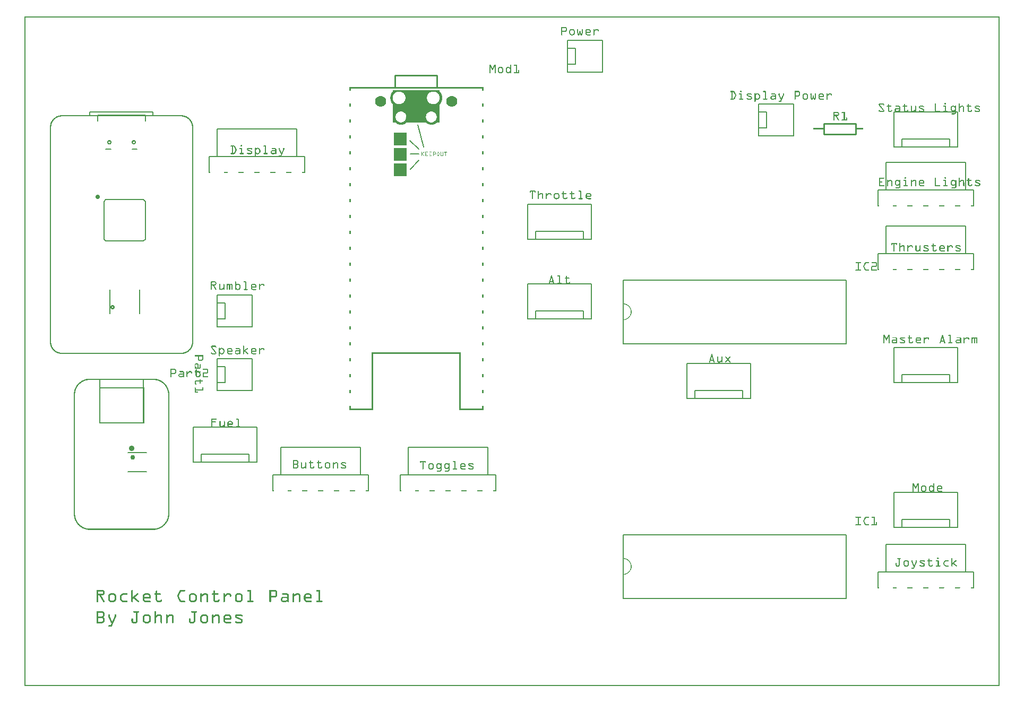
<source format=gto>
G04 MADE WITH FRITZING*
G04 WWW.FRITZING.ORG*
G04 DOUBLE SIDED*
G04 HOLES PLATED*
G04 CONTOUR ON CENTER OF CONTOUR VECTOR*
%ASAXBY*%
%FSLAX23Y23*%
%MOIN*%
%OFA0B0*%
%SFA1.0B1.0*%
%ADD10C,0.070000*%
%ADD11C,0.028000X0.012*%
%ADD12C,0.027811X-0.00418892*%
%ADD13C,0.030142X-0.00185802*%
%ADD14C,0.035811X-0.012189*%
%ADD15R,0.276407X0.085497X0.256407X0.065497*%
%ADD16C,0.010000*%
%ADD17R,0.082490X0.082490*%
%ADD18R,1.405916X0.405916X1.394084X0.394084*%
%ADD19C,0.005916*%
%ADD20C,0.005000*%
%ADD21C,0.008000*%
%ADD22R,0.001000X0.001000*%
%LNSILK1*%
G90*
G70*
G54D10*
X2684Y3676D03*
X2236Y3676D03*
G54D11*
X554Y2383D03*
G54D12*
X461Y3074D03*
G54D13*
X680Y1438D03*
G54D14*
X675Y1494D03*
G54D16*
X2326Y3838D02*
X2592Y3838D01*
X2592Y3763D01*
X2326Y3763D01*
X2326Y3838D01*
D02*
G54D17*
X2362Y3244D03*
X2362Y3342D03*
X2362Y3440D03*
G54D19*
X3760Y953D02*
X5160Y953D01*
X5160Y553D01*
X3760Y553D01*
X3760Y953D01*
D02*
X3760Y2553D02*
X5160Y2553D01*
X5160Y2153D01*
X3760Y2153D01*
X3760Y2553D01*
D02*
G54D20*
X2472Y3530D02*
X2508Y3390D01*
D02*
X2422Y3429D02*
X2478Y3376D01*
D02*
X2424Y3249D02*
X2477Y3305D01*
D02*
X2423Y3345D02*
X2476Y3345D01*
G54D21*
D02*
X536Y2343D02*
X536Y2493D01*
D02*
X725Y2493D02*
X725Y2343D01*
D02*
X512Y2798D02*
X748Y2798D01*
D02*
X760Y2810D02*
X760Y3046D01*
D02*
X748Y3058D02*
X512Y3058D01*
D02*
X512Y3058D02*
X500Y3046D01*
D02*
X500Y3046D02*
X500Y2810D01*
D02*
X500Y2810D02*
X512Y2798D01*
D02*
X748Y2798D02*
X760Y2810D01*
D02*
X760Y3046D02*
X748Y3058D01*
G54D20*
D02*
X709Y3374D02*
X677Y3374D01*
D02*
X543Y3374D02*
X512Y3374D01*
D02*
X760Y3552D02*
X760Y3587D01*
D02*
X760Y3587D02*
X461Y3587D01*
D02*
X461Y3587D02*
X461Y3552D01*
G54D21*
D02*
X411Y3607D02*
X411Y3588D01*
D02*
X809Y3607D02*
X809Y3588D01*
D02*
X411Y3607D02*
X809Y3607D01*
D02*
X769Y1467D02*
X651Y1467D01*
D02*
X651Y1349D02*
X769Y1349D01*
D02*
X749Y1874D02*
X749Y1929D01*
D02*
X749Y1929D02*
X474Y1929D01*
D02*
X474Y1929D02*
X474Y1874D01*
D02*
X474Y1874D02*
X474Y1654D01*
D02*
X474Y1654D02*
X749Y1654D01*
D02*
X749Y1874D02*
X474Y1874D01*
G54D20*
D02*
X5460Y2128D02*
X5460Y1908D01*
D02*
X5860Y2128D02*
X5860Y1908D01*
D02*
X5860Y2128D02*
X5460Y2128D01*
D02*
X5860Y1908D02*
X5810Y1908D01*
D02*
X5810Y1908D02*
X5510Y1908D01*
D02*
X5510Y1908D02*
X5460Y1908D01*
D02*
X5510Y1908D02*
X5510Y1958D01*
D02*
X5510Y1958D02*
X5810Y1958D01*
D02*
X5810Y1958D02*
X5810Y1908D01*
D02*
X1060Y1628D02*
X1060Y1408D01*
D02*
X1460Y1628D02*
X1460Y1408D01*
D02*
X1460Y1628D02*
X1060Y1628D01*
D02*
X1460Y1408D02*
X1410Y1408D01*
D02*
X1410Y1408D02*
X1110Y1408D01*
D02*
X1110Y1408D02*
X1060Y1408D01*
D02*
X1110Y1408D02*
X1110Y1458D01*
D02*
X1110Y1458D02*
X1410Y1458D01*
D02*
X1410Y1458D02*
X1410Y1408D01*
D02*
X3160Y2528D02*
X3160Y2308D01*
D02*
X3560Y2528D02*
X3560Y2308D01*
D02*
X3560Y2528D02*
X3160Y2528D01*
D02*
X3560Y2308D02*
X3510Y2308D01*
D02*
X3510Y2308D02*
X3210Y2308D01*
D02*
X3210Y2308D02*
X3160Y2308D01*
D02*
X3210Y2308D02*
X3210Y2358D01*
D02*
X3210Y2358D02*
X3510Y2358D01*
D02*
X3510Y2358D02*
X3510Y2308D01*
D02*
X4160Y2028D02*
X4160Y1808D01*
D02*
X4560Y2028D02*
X4560Y1808D01*
D02*
X4560Y2028D02*
X4160Y2028D01*
D02*
X4560Y1808D02*
X4510Y1808D01*
D02*
X4510Y1808D02*
X4210Y1808D01*
D02*
X4210Y1808D02*
X4160Y1808D01*
D02*
X4210Y1808D02*
X4210Y1858D01*
D02*
X4210Y1858D02*
X4510Y1858D01*
D02*
X4510Y1858D02*
X4510Y1808D01*
D02*
X5460Y3608D02*
X5460Y3388D01*
D02*
X5860Y3608D02*
X5860Y3388D01*
D02*
X5860Y3608D02*
X5460Y3608D01*
D02*
X5860Y3388D02*
X5810Y3388D01*
D02*
X5810Y3388D02*
X5510Y3388D01*
D02*
X5510Y3388D02*
X5460Y3388D01*
D02*
X5510Y3388D02*
X5510Y3438D01*
D02*
X5510Y3438D02*
X5810Y3438D01*
D02*
X5810Y3438D02*
X5810Y3388D01*
D02*
X5460Y1218D02*
X5460Y998D01*
D02*
X5860Y1218D02*
X5860Y998D01*
D02*
X5860Y1218D02*
X5460Y1218D01*
D02*
X5860Y998D02*
X5810Y998D01*
D02*
X5810Y998D02*
X5510Y998D01*
D02*
X5510Y998D02*
X5460Y998D01*
D02*
X5510Y998D02*
X5510Y1048D01*
D02*
X5510Y1048D02*
X5810Y1048D01*
D02*
X5810Y1048D02*
X5810Y998D01*
D02*
X1160Y3228D02*
X1160Y3328D01*
D02*
X1760Y3228D02*
X1760Y3328D01*
D02*
X1760Y3328D02*
X1710Y3328D01*
D02*
X1710Y3328D02*
X1210Y3328D01*
D02*
X1210Y3328D02*
X1160Y3328D01*
D02*
X1210Y3328D02*
X1210Y3503D01*
D02*
X1210Y3503D02*
X1710Y3503D01*
D02*
X1710Y3503D02*
X1710Y3328D01*
D02*
X5360Y2618D02*
X5360Y2718D01*
D02*
X5960Y2618D02*
X5960Y2718D01*
D02*
X5960Y2718D02*
X5910Y2718D01*
D02*
X5910Y2718D02*
X5410Y2718D01*
D02*
X5410Y2718D02*
X5360Y2718D01*
D02*
X5410Y2718D02*
X5410Y2893D01*
D02*
X5410Y2893D02*
X5910Y2893D01*
D02*
X5910Y2893D02*
X5910Y2718D01*
D02*
X5360Y3018D02*
X5360Y3118D01*
D02*
X5960Y3018D02*
X5960Y3118D01*
D02*
X5960Y3118D02*
X5910Y3118D01*
D02*
X5910Y3118D02*
X5410Y3118D01*
D02*
X5410Y3118D02*
X5360Y3118D01*
D02*
X5410Y3118D02*
X5410Y3293D01*
D02*
X5410Y3293D02*
X5910Y3293D01*
D02*
X5910Y3293D02*
X5910Y3118D01*
D02*
X1560Y1228D02*
X1560Y1328D01*
D02*
X2160Y1228D02*
X2160Y1328D01*
D02*
X2160Y1328D02*
X2110Y1328D01*
D02*
X2110Y1328D02*
X1610Y1328D01*
D02*
X1610Y1328D02*
X1560Y1328D01*
D02*
X1610Y1328D02*
X1610Y1503D01*
D02*
X1610Y1503D02*
X2110Y1503D01*
D02*
X2110Y1503D02*
X2110Y1328D01*
D02*
X2360Y1228D02*
X2360Y1328D01*
D02*
X2960Y1228D02*
X2960Y1328D01*
D02*
X2960Y1328D02*
X2910Y1328D01*
D02*
X2910Y1328D02*
X2410Y1328D01*
D02*
X2410Y1328D02*
X2360Y1328D01*
D02*
X2410Y1328D02*
X2410Y1503D01*
D02*
X2410Y1503D02*
X2910Y1503D01*
D02*
X2910Y1503D02*
X2910Y1328D01*
D02*
X5360Y618D02*
X5360Y718D01*
D02*
X5960Y618D02*
X5960Y718D01*
D02*
X5960Y718D02*
X5910Y718D01*
D02*
X5910Y718D02*
X5410Y718D01*
D02*
X5410Y718D02*
X5360Y718D01*
D02*
X5410Y718D02*
X5410Y893D01*
D02*
X5410Y893D02*
X5910Y893D01*
D02*
X5910Y893D02*
X5910Y718D01*
D02*
X1430Y2458D02*
X1210Y2458D01*
D02*
X1430Y2258D02*
X1210Y2258D01*
D02*
X1430Y2258D02*
X1430Y2458D01*
D02*
X1210Y2258D02*
X1210Y2308D01*
D02*
X1210Y2308D02*
X1210Y2408D01*
D02*
X1210Y2408D02*
X1210Y2458D01*
D02*
X1210Y2408D02*
X1260Y2408D01*
D02*
X1260Y2408D02*
X1260Y2308D01*
D02*
X1260Y2308D02*
X1210Y2308D01*
D02*
X1430Y2058D02*
X1210Y2058D01*
D02*
X1430Y1858D02*
X1210Y1858D01*
D02*
X1430Y1858D02*
X1430Y2058D01*
D02*
X1210Y1858D02*
X1210Y1908D01*
D02*
X1210Y1908D02*
X1210Y2008D01*
D02*
X1210Y2008D02*
X1210Y2058D01*
D02*
X1210Y2008D02*
X1260Y2008D01*
D02*
X1260Y2008D02*
X1260Y1908D01*
D02*
X1260Y1908D02*
X1210Y1908D01*
D02*
X4830Y3658D02*
X4610Y3658D01*
D02*
X4830Y3458D02*
X4610Y3458D01*
D02*
X4830Y3458D02*
X4830Y3658D01*
D02*
X4610Y3458D02*
X4610Y3508D01*
D02*
X4610Y3508D02*
X4610Y3608D01*
D02*
X4610Y3608D02*
X4610Y3658D01*
D02*
X4610Y3608D02*
X4660Y3608D01*
D02*
X4660Y3608D02*
X4660Y3508D01*
D02*
X4660Y3508D02*
X4610Y3508D01*
G54D16*
D02*
X5020Y3536D02*
X5220Y3536D01*
D02*
X5220Y3536D02*
X5220Y3470D01*
D02*
X5220Y3470D02*
X5020Y3470D01*
D02*
X5020Y3470D02*
X5020Y3536D01*
G54D20*
D02*
X3160Y3028D02*
X3160Y2808D01*
D02*
X3560Y3028D02*
X3560Y2808D01*
D02*
X3560Y3028D02*
X3160Y3028D01*
D02*
X3560Y2808D02*
X3510Y2808D01*
D02*
X3510Y2808D02*
X3210Y2808D01*
D02*
X3210Y2808D02*
X3160Y2808D01*
D02*
X3210Y2808D02*
X3210Y2858D01*
D02*
X3210Y2858D02*
X3510Y2858D01*
D02*
X3510Y2858D02*
X3510Y2808D01*
D02*
X3630Y4058D02*
X3410Y4058D01*
D02*
X3630Y3858D02*
X3410Y3858D01*
D02*
X3630Y3858D02*
X3630Y4058D01*
D02*
X3410Y3858D02*
X3410Y3908D01*
D02*
X3410Y3908D02*
X3410Y4008D01*
D02*
X3410Y4008D02*
X3410Y4058D01*
D02*
X3410Y4008D02*
X3460Y4008D01*
D02*
X3460Y4008D02*
X3460Y3908D01*
D02*
X3460Y3908D02*
X3410Y3908D01*
G54D22*
X1Y4208D02*
X6124Y4208D01*
X1Y4207D02*
X6124Y4207D01*
X1Y4206D02*
X6124Y4206D01*
X1Y4205D02*
X6124Y4205D01*
X1Y4204D02*
X6124Y4204D01*
X1Y4203D02*
X6124Y4203D01*
X1Y4202D02*
X6124Y4202D01*
X1Y4201D02*
X6124Y4201D01*
X1Y4200D02*
X8Y4200D01*
X6117Y4200D02*
X6124Y4200D01*
X1Y4199D02*
X8Y4199D01*
X6117Y4199D02*
X6124Y4199D01*
X1Y4198D02*
X8Y4198D01*
X6117Y4198D02*
X6124Y4198D01*
X1Y4197D02*
X8Y4197D01*
X6117Y4197D02*
X6124Y4197D01*
X1Y4196D02*
X8Y4196D01*
X6117Y4196D02*
X6124Y4196D01*
X1Y4195D02*
X8Y4195D01*
X6117Y4195D02*
X6124Y4195D01*
X1Y4194D02*
X8Y4194D01*
X6117Y4194D02*
X6124Y4194D01*
X1Y4193D02*
X8Y4193D01*
X6117Y4193D02*
X6124Y4193D01*
X1Y4192D02*
X8Y4192D01*
X6117Y4192D02*
X6124Y4192D01*
X1Y4191D02*
X8Y4191D01*
X6117Y4191D02*
X6124Y4191D01*
X1Y4190D02*
X8Y4190D01*
X6117Y4190D02*
X6124Y4190D01*
X1Y4189D02*
X8Y4189D01*
X6117Y4189D02*
X6124Y4189D01*
X1Y4188D02*
X8Y4188D01*
X6117Y4188D02*
X6124Y4188D01*
X1Y4187D02*
X8Y4187D01*
X6117Y4187D02*
X6124Y4187D01*
X1Y4186D02*
X8Y4186D01*
X6117Y4186D02*
X6124Y4186D01*
X1Y4185D02*
X8Y4185D01*
X6117Y4185D02*
X6124Y4185D01*
X1Y4184D02*
X8Y4184D01*
X6117Y4184D02*
X6124Y4184D01*
X1Y4183D02*
X8Y4183D01*
X6117Y4183D02*
X6124Y4183D01*
X1Y4182D02*
X8Y4182D01*
X6117Y4182D02*
X6124Y4182D01*
X1Y4181D02*
X8Y4181D01*
X6117Y4181D02*
X6124Y4181D01*
X1Y4180D02*
X8Y4180D01*
X6117Y4180D02*
X6124Y4180D01*
X1Y4179D02*
X8Y4179D01*
X6117Y4179D02*
X6124Y4179D01*
X1Y4178D02*
X8Y4178D01*
X6117Y4178D02*
X6124Y4178D01*
X1Y4177D02*
X8Y4177D01*
X6117Y4177D02*
X6124Y4177D01*
X1Y4176D02*
X8Y4176D01*
X6117Y4176D02*
X6124Y4176D01*
X1Y4175D02*
X8Y4175D01*
X6117Y4175D02*
X6124Y4175D01*
X1Y4174D02*
X8Y4174D01*
X6117Y4174D02*
X6124Y4174D01*
X1Y4173D02*
X8Y4173D01*
X6117Y4173D02*
X6124Y4173D01*
X1Y4172D02*
X8Y4172D01*
X6117Y4172D02*
X6124Y4172D01*
X1Y4171D02*
X8Y4171D01*
X6117Y4171D02*
X6124Y4171D01*
X1Y4170D02*
X8Y4170D01*
X6117Y4170D02*
X6124Y4170D01*
X1Y4169D02*
X8Y4169D01*
X6117Y4169D02*
X6124Y4169D01*
X1Y4168D02*
X8Y4168D01*
X6117Y4168D02*
X6124Y4168D01*
X1Y4167D02*
X8Y4167D01*
X6117Y4167D02*
X6124Y4167D01*
X1Y4166D02*
X8Y4166D01*
X6117Y4166D02*
X6124Y4166D01*
X1Y4165D02*
X8Y4165D01*
X6117Y4165D02*
X6124Y4165D01*
X1Y4164D02*
X8Y4164D01*
X6117Y4164D02*
X6124Y4164D01*
X1Y4163D02*
X8Y4163D01*
X6117Y4163D02*
X6124Y4163D01*
X1Y4162D02*
X8Y4162D01*
X6117Y4162D02*
X6124Y4162D01*
X1Y4161D02*
X8Y4161D01*
X6117Y4161D02*
X6124Y4161D01*
X1Y4160D02*
X8Y4160D01*
X6117Y4160D02*
X6124Y4160D01*
X1Y4159D02*
X8Y4159D01*
X6117Y4159D02*
X6124Y4159D01*
X1Y4158D02*
X8Y4158D01*
X6117Y4158D02*
X6124Y4158D01*
X1Y4157D02*
X8Y4157D01*
X6117Y4157D02*
X6124Y4157D01*
X1Y4156D02*
X8Y4156D01*
X6117Y4156D02*
X6124Y4156D01*
X1Y4155D02*
X8Y4155D01*
X6117Y4155D02*
X6124Y4155D01*
X1Y4154D02*
X8Y4154D01*
X6117Y4154D02*
X6124Y4154D01*
X1Y4153D02*
X8Y4153D01*
X6117Y4153D02*
X6124Y4153D01*
X1Y4152D02*
X8Y4152D01*
X6117Y4152D02*
X6124Y4152D01*
X1Y4151D02*
X8Y4151D01*
X6117Y4151D02*
X6124Y4151D01*
X1Y4150D02*
X8Y4150D01*
X6117Y4150D02*
X6124Y4150D01*
X1Y4149D02*
X8Y4149D01*
X6117Y4149D02*
X6124Y4149D01*
X1Y4148D02*
X8Y4148D01*
X6117Y4148D02*
X6124Y4148D01*
X1Y4147D02*
X8Y4147D01*
X6117Y4147D02*
X6124Y4147D01*
X1Y4146D02*
X8Y4146D01*
X6117Y4146D02*
X6124Y4146D01*
X1Y4145D02*
X8Y4145D01*
X6117Y4145D02*
X6124Y4145D01*
X1Y4144D02*
X8Y4144D01*
X6117Y4144D02*
X6124Y4144D01*
X1Y4143D02*
X8Y4143D01*
X3372Y4143D02*
X3400Y4143D01*
X6117Y4143D02*
X6124Y4143D01*
X1Y4142D02*
X8Y4142D01*
X3372Y4142D02*
X3401Y4142D01*
X6117Y4142D02*
X6124Y4142D01*
X1Y4141D02*
X8Y4141D01*
X3372Y4141D02*
X3402Y4141D01*
X6117Y4141D02*
X6124Y4141D01*
X1Y4140D02*
X8Y4140D01*
X3372Y4140D02*
X3403Y4140D01*
X6117Y4140D02*
X6124Y4140D01*
X1Y4139D02*
X8Y4139D01*
X3372Y4139D02*
X3404Y4139D01*
X6117Y4139D02*
X6124Y4139D01*
X1Y4138D02*
X8Y4138D01*
X3372Y4138D02*
X3405Y4138D01*
X6117Y4138D02*
X6124Y4138D01*
X1Y4137D02*
X8Y4137D01*
X3372Y4137D02*
X3405Y4137D01*
X6117Y4137D02*
X6124Y4137D01*
X1Y4136D02*
X8Y4136D01*
X3372Y4136D02*
X3378Y4136D01*
X3398Y4136D02*
X3405Y4136D01*
X6117Y4136D02*
X6124Y4136D01*
X1Y4135D02*
X8Y4135D01*
X3372Y4135D02*
X3378Y4135D01*
X3399Y4135D02*
X3406Y4135D01*
X6117Y4135D02*
X6124Y4135D01*
X1Y4134D02*
X8Y4134D01*
X3372Y4134D02*
X3378Y4134D01*
X3400Y4134D02*
X3406Y4134D01*
X6117Y4134D02*
X6124Y4134D01*
X1Y4133D02*
X8Y4133D01*
X3372Y4133D02*
X3378Y4133D01*
X3400Y4133D02*
X3406Y4133D01*
X6117Y4133D02*
X6124Y4133D01*
X1Y4132D02*
X8Y4132D01*
X3372Y4132D02*
X3378Y4132D01*
X3400Y4132D02*
X3406Y4132D01*
X6117Y4132D02*
X6124Y4132D01*
X1Y4131D02*
X8Y4131D01*
X3372Y4131D02*
X3378Y4131D01*
X3400Y4131D02*
X3406Y4131D01*
X6117Y4131D02*
X6124Y4131D01*
X1Y4130D02*
X8Y4130D01*
X3372Y4130D02*
X3378Y4130D01*
X3400Y4130D02*
X3406Y4130D01*
X6117Y4130D02*
X6124Y4130D01*
X1Y4129D02*
X8Y4129D01*
X3372Y4129D02*
X3378Y4129D01*
X3400Y4129D02*
X3406Y4129D01*
X3433Y4129D02*
X3445Y4129D01*
X3474Y4129D02*
X3476Y4129D01*
X3503Y4129D02*
X3504Y4129D01*
X3534Y4129D02*
X3545Y4129D01*
X3575Y4129D02*
X3577Y4129D01*
X3589Y4129D02*
X3599Y4129D01*
X6117Y4129D02*
X6124Y4129D01*
X1Y4128D02*
X8Y4128D01*
X3372Y4128D02*
X3378Y4128D01*
X3400Y4128D02*
X3406Y4128D01*
X3431Y4128D02*
X3448Y4128D01*
X3473Y4128D02*
X3477Y4128D01*
X3502Y4128D02*
X3506Y4128D01*
X3531Y4128D02*
X3548Y4128D01*
X3574Y4128D02*
X3578Y4128D01*
X3587Y4128D02*
X3602Y4128D01*
X6117Y4128D02*
X6124Y4128D01*
X1Y4127D02*
X8Y4127D01*
X3372Y4127D02*
X3378Y4127D01*
X3400Y4127D02*
X3406Y4127D01*
X3429Y4127D02*
X3450Y4127D01*
X3472Y4127D02*
X3478Y4127D01*
X3501Y4127D02*
X3507Y4127D01*
X3529Y4127D02*
X3550Y4127D01*
X3573Y4127D02*
X3579Y4127D01*
X3586Y4127D02*
X3603Y4127D01*
X6117Y4127D02*
X6124Y4127D01*
X1Y4126D02*
X8Y4126D01*
X3372Y4126D02*
X3378Y4126D01*
X3400Y4126D02*
X3406Y4126D01*
X3428Y4126D02*
X3451Y4126D01*
X3472Y4126D02*
X3478Y4126D01*
X3501Y4126D02*
X3507Y4126D01*
X3528Y4126D02*
X3551Y4126D01*
X3573Y4126D02*
X3579Y4126D01*
X3585Y4126D02*
X3604Y4126D01*
X6117Y4126D02*
X6124Y4126D01*
X1Y4125D02*
X8Y4125D01*
X3372Y4125D02*
X3378Y4125D01*
X3400Y4125D02*
X3406Y4125D01*
X3426Y4125D02*
X3452Y4125D01*
X3472Y4125D02*
X3478Y4125D01*
X3501Y4125D02*
X3507Y4125D01*
X3527Y4125D02*
X3552Y4125D01*
X3573Y4125D02*
X3579Y4125D01*
X3584Y4125D02*
X3605Y4125D01*
X6117Y4125D02*
X6124Y4125D01*
X1Y4124D02*
X8Y4124D01*
X3372Y4124D02*
X3378Y4124D01*
X3400Y4124D02*
X3406Y4124D01*
X3426Y4124D02*
X3453Y4124D01*
X3472Y4124D02*
X3478Y4124D01*
X3501Y4124D02*
X3507Y4124D01*
X3526Y4124D02*
X3553Y4124D01*
X3573Y4124D02*
X3579Y4124D01*
X3583Y4124D02*
X3606Y4124D01*
X6117Y4124D02*
X6124Y4124D01*
X1Y4123D02*
X8Y4123D01*
X3372Y4123D02*
X3378Y4123D01*
X3400Y4123D02*
X3406Y4123D01*
X3425Y4123D02*
X3454Y4123D01*
X3472Y4123D02*
X3478Y4123D01*
X3501Y4123D02*
X3507Y4123D01*
X3525Y4123D02*
X3554Y4123D01*
X3573Y4123D02*
X3579Y4123D01*
X3582Y4123D02*
X3606Y4123D01*
X6117Y4123D02*
X6124Y4123D01*
X1Y4122D02*
X8Y4122D01*
X3372Y4122D02*
X3378Y4122D01*
X3400Y4122D02*
X3406Y4122D01*
X3424Y4122D02*
X3434Y4122D01*
X3445Y4122D02*
X3454Y4122D01*
X3472Y4122D02*
X3478Y4122D01*
X3501Y4122D02*
X3507Y4122D01*
X3524Y4122D02*
X3534Y4122D01*
X3545Y4122D02*
X3555Y4122D01*
X3573Y4122D02*
X3590Y4122D01*
X3599Y4122D02*
X3606Y4122D01*
X6117Y4122D02*
X6124Y4122D01*
X1Y4121D02*
X8Y4121D01*
X3372Y4121D02*
X3378Y4121D01*
X3400Y4121D02*
X3406Y4121D01*
X3424Y4121D02*
X3432Y4121D01*
X3447Y4121D02*
X3455Y4121D01*
X3472Y4121D02*
X3478Y4121D01*
X3501Y4121D02*
X3507Y4121D01*
X3524Y4121D02*
X3532Y4121D01*
X3547Y4121D02*
X3555Y4121D01*
X3573Y4121D02*
X3589Y4121D01*
X3600Y4121D02*
X3606Y4121D01*
X6117Y4121D02*
X6124Y4121D01*
X1Y4120D02*
X8Y4120D01*
X3372Y4120D02*
X3378Y4120D01*
X3399Y4120D02*
X3406Y4120D01*
X3423Y4120D02*
X3430Y4120D01*
X3448Y4120D02*
X3455Y4120D01*
X3472Y4120D02*
X3478Y4120D01*
X3501Y4120D02*
X3507Y4120D01*
X3524Y4120D02*
X3531Y4120D01*
X3549Y4120D02*
X3556Y4120D01*
X3573Y4120D02*
X3588Y4120D01*
X3600Y4120D02*
X3607Y4120D01*
X6117Y4120D02*
X6124Y4120D01*
X1Y4119D02*
X8Y4119D01*
X3372Y4119D02*
X3378Y4119D01*
X3399Y4119D02*
X3405Y4119D01*
X3423Y4119D02*
X3429Y4119D01*
X3449Y4119D02*
X3456Y4119D01*
X3472Y4119D02*
X3478Y4119D01*
X3501Y4119D02*
X3507Y4119D01*
X3523Y4119D02*
X3530Y4119D01*
X3549Y4119D02*
X3556Y4119D01*
X3573Y4119D02*
X3587Y4119D01*
X3601Y4119D02*
X3607Y4119D01*
X6117Y4119D02*
X6124Y4119D01*
X1Y4118D02*
X8Y4118D01*
X3372Y4118D02*
X3378Y4118D01*
X3398Y4118D02*
X3405Y4118D01*
X3423Y4118D02*
X3429Y4118D01*
X3450Y4118D02*
X3456Y4118D01*
X3472Y4118D02*
X3478Y4118D01*
X3501Y4118D02*
X3507Y4118D01*
X3523Y4118D02*
X3529Y4118D01*
X3550Y4118D02*
X3556Y4118D01*
X3573Y4118D02*
X3586Y4118D01*
X3601Y4118D02*
X3607Y4118D01*
X6117Y4118D02*
X6124Y4118D01*
X1Y4117D02*
X8Y4117D01*
X3372Y4117D02*
X3405Y4117D01*
X3422Y4117D02*
X3428Y4117D01*
X3450Y4117D02*
X3456Y4117D01*
X3472Y4117D02*
X3478Y4117D01*
X3488Y4117D02*
X3490Y4117D01*
X3501Y4117D02*
X3507Y4117D01*
X3523Y4117D02*
X3529Y4117D01*
X3550Y4117D02*
X3556Y4117D01*
X3573Y4117D02*
X3584Y4117D01*
X3601Y4117D02*
X3607Y4117D01*
X6117Y4117D02*
X6124Y4117D01*
X1Y4116D02*
X8Y4116D01*
X3372Y4116D02*
X3404Y4116D01*
X3422Y4116D02*
X3428Y4116D01*
X3450Y4116D02*
X3456Y4116D01*
X3472Y4116D02*
X3478Y4116D01*
X3487Y4116D02*
X3492Y4116D01*
X3501Y4116D02*
X3507Y4116D01*
X3523Y4116D02*
X3529Y4116D01*
X3550Y4116D02*
X3556Y4116D01*
X3573Y4116D02*
X3583Y4116D01*
X3601Y4116D02*
X3606Y4116D01*
X6117Y4116D02*
X6124Y4116D01*
X1Y4115D02*
X8Y4115D01*
X3372Y4115D02*
X3404Y4115D01*
X3422Y4115D02*
X3428Y4115D01*
X3450Y4115D02*
X3456Y4115D01*
X3472Y4115D02*
X3478Y4115D01*
X3487Y4115D02*
X3492Y4115D01*
X3500Y4115D02*
X3507Y4115D01*
X3523Y4115D02*
X3529Y4115D01*
X3550Y4115D02*
X3556Y4115D01*
X3573Y4115D02*
X3582Y4115D01*
X3602Y4115D02*
X3606Y4115D01*
X6117Y4115D02*
X6124Y4115D01*
X1Y4114D02*
X8Y4114D01*
X3372Y4114D02*
X3403Y4114D01*
X3422Y4114D02*
X3428Y4114D01*
X3450Y4114D02*
X3456Y4114D01*
X3472Y4114D02*
X3478Y4114D01*
X3486Y4114D02*
X3492Y4114D01*
X3500Y4114D02*
X3506Y4114D01*
X3523Y4114D02*
X3529Y4114D01*
X3550Y4114D02*
X3556Y4114D01*
X3573Y4114D02*
X3581Y4114D01*
X6117Y4114D02*
X6124Y4114D01*
X1Y4113D02*
X8Y4113D01*
X3372Y4113D02*
X3402Y4113D01*
X3422Y4113D02*
X3428Y4113D01*
X3450Y4113D02*
X3456Y4113D01*
X3472Y4113D02*
X3478Y4113D01*
X3486Y4113D02*
X3492Y4113D01*
X3500Y4113D02*
X3506Y4113D01*
X3523Y4113D02*
X3529Y4113D01*
X3550Y4113D02*
X3556Y4113D01*
X3573Y4113D02*
X3580Y4113D01*
X6117Y4113D02*
X6124Y4113D01*
X1Y4112D02*
X8Y4112D01*
X3372Y4112D02*
X3401Y4112D01*
X3422Y4112D02*
X3428Y4112D01*
X3450Y4112D02*
X3456Y4112D01*
X3472Y4112D02*
X3478Y4112D01*
X3486Y4112D02*
X3492Y4112D01*
X3500Y4112D02*
X3506Y4112D01*
X3523Y4112D02*
X3556Y4112D01*
X3573Y4112D02*
X3579Y4112D01*
X6117Y4112D02*
X6124Y4112D01*
X1Y4111D02*
X8Y4111D01*
X3372Y4111D02*
X3398Y4111D01*
X3422Y4111D02*
X3428Y4111D01*
X3450Y4111D02*
X3456Y4111D01*
X3472Y4111D02*
X3478Y4111D01*
X3486Y4111D02*
X3492Y4111D01*
X3500Y4111D02*
X3506Y4111D01*
X3523Y4111D02*
X3556Y4111D01*
X3573Y4111D02*
X3579Y4111D01*
X6117Y4111D02*
X6124Y4111D01*
X1Y4110D02*
X8Y4110D01*
X3372Y4110D02*
X3378Y4110D01*
X3422Y4110D02*
X3428Y4110D01*
X3450Y4110D02*
X3456Y4110D01*
X3472Y4110D02*
X3478Y4110D01*
X3486Y4110D02*
X3492Y4110D01*
X3500Y4110D02*
X3506Y4110D01*
X3523Y4110D02*
X3556Y4110D01*
X3573Y4110D02*
X3579Y4110D01*
X6117Y4110D02*
X6124Y4110D01*
X1Y4109D02*
X8Y4109D01*
X3372Y4109D02*
X3378Y4109D01*
X3422Y4109D02*
X3428Y4109D01*
X3450Y4109D02*
X3456Y4109D01*
X3472Y4109D02*
X3478Y4109D01*
X3486Y4109D02*
X3492Y4109D01*
X3500Y4109D02*
X3506Y4109D01*
X3523Y4109D02*
X3556Y4109D01*
X3573Y4109D02*
X3579Y4109D01*
X6117Y4109D02*
X6124Y4109D01*
X1Y4108D02*
X8Y4108D01*
X3372Y4108D02*
X3378Y4108D01*
X3422Y4108D02*
X3428Y4108D01*
X3450Y4108D02*
X3456Y4108D01*
X3472Y4108D02*
X3478Y4108D01*
X3486Y4108D02*
X3492Y4108D01*
X3500Y4108D02*
X3506Y4108D01*
X3523Y4108D02*
X3556Y4108D01*
X3573Y4108D02*
X3579Y4108D01*
X6117Y4108D02*
X6124Y4108D01*
X1Y4107D02*
X8Y4107D01*
X3372Y4107D02*
X3378Y4107D01*
X3422Y4107D02*
X3428Y4107D01*
X3450Y4107D02*
X3456Y4107D01*
X3472Y4107D02*
X3478Y4107D01*
X3486Y4107D02*
X3492Y4107D01*
X3500Y4107D02*
X3506Y4107D01*
X3523Y4107D02*
X3555Y4107D01*
X3573Y4107D02*
X3579Y4107D01*
X6117Y4107D02*
X6124Y4107D01*
X1Y4106D02*
X8Y4106D01*
X3372Y4106D02*
X3378Y4106D01*
X3422Y4106D02*
X3428Y4106D01*
X3450Y4106D02*
X3456Y4106D01*
X3472Y4106D02*
X3479Y4106D01*
X3486Y4106D02*
X3492Y4106D01*
X3500Y4106D02*
X3506Y4106D01*
X3523Y4106D02*
X3553Y4106D01*
X3573Y4106D02*
X3579Y4106D01*
X6117Y4106D02*
X6124Y4106D01*
X1Y4105D02*
X8Y4105D01*
X3372Y4105D02*
X3378Y4105D01*
X3422Y4105D02*
X3428Y4105D01*
X3450Y4105D02*
X3456Y4105D01*
X3473Y4105D02*
X3479Y4105D01*
X3486Y4105D02*
X3493Y4105D01*
X3500Y4105D02*
X3506Y4105D01*
X3523Y4105D02*
X3529Y4105D01*
X3573Y4105D02*
X3579Y4105D01*
X6117Y4105D02*
X6124Y4105D01*
X1Y4104D02*
X8Y4104D01*
X3372Y4104D02*
X3378Y4104D01*
X3422Y4104D02*
X3428Y4104D01*
X3450Y4104D02*
X3456Y4104D01*
X3473Y4104D02*
X3479Y4104D01*
X3485Y4104D02*
X3494Y4104D01*
X3500Y4104D02*
X3506Y4104D01*
X3523Y4104D02*
X3529Y4104D01*
X3573Y4104D02*
X3579Y4104D01*
X6117Y4104D02*
X6124Y4104D01*
X1Y4103D02*
X8Y4103D01*
X3372Y4103D02*
X3378Y4103D01*
X3422Y4103D02*
X3428Y4103D01*
X3450Y4103D02*
X3456Y4103D01*
X3473Y4103D02*
X3479Y4103D01*
X3485Y4103D02*
X3494Y4103D01*
X3499Y4103D02*
X3506Y4103D01*
X3523Y4103D02*
X3529Y4103D01*
X3573Y4103D02*
X3579Y4103D01*
X6117Y4103D02*
X6124Y4103D01*
X1Y4102D02*
X8Y4102D01*
X3372Y4102D02*
X3378Y4102D01*
X3422Y4102D02*
X3428Y4102D01*
X3450Y4102D02*
X3456Y4102D01*
X3473Y4102D02*
X3480Y4102D01*
X3484Y4102D02*
X3495Y4102D01*
X3499Y4102D02*
X3506Y4102D01*
X3523Y4102D02*
X3529Y4102D01*
X3573Y4102D02*
X3579Y4102D01*
X6117Y4102D02*
X6124Y4102D01*
X1Y4101D02*
X8Y4101D01*
X3372Y4101D02*
X3378Y4101D01*
X3423Y4101D02*
X3429Y4101D01*
X3450Y4101D02*
X3456Y4101D01*
X3474Y4101D02*
X3480Y4101D01*
X3483Y4101D02*
X3495Y4101D01*
X3499Y4101D02*
X3505Y4101D01*
X3523Y4101D02*
X3529Y4101D01*
X3573Y4101D02*
X3579Y4101D01*
X6117Y4101D02*
X6124Y4101D01*
X1Y4100D02*
X8Y4100D01*
X3372Y4100D02*
X3378Y4100D01*
X3423Y4100D02*
X3430Y4100D01*
X3449Y4100D02*
X3456Y4100D01*
X3474Y4100D02*
X3480Y4100D01*
X3483Y4100D02*
X3496Y4100D01*
X3498Y4100D02*
X3505Y4100D01*
X3523Y4100D02*
X3530Y4100D01*
X3573Y4100D02*
X3579Y4100D01*
X6117Y4100D02*
X6124Y4100D01*
X1Y4099D02*
X8Y4099D01*
X3372Y4099D02*
X3378Y4099D01*
X3423Y4099D02*
X3430Y4099D01*
X3448Y4099D02*
X3455Y4099D01*
X3474Y4099D02*
X3496Y4099D01*
X3498Y4099D02*
X3505Y4099D01*
X3523Y4099D02*
X3531Y4099D01*
X3573Y4099D02*
X3579Y4099D01*
X6117Y4099D02*
X6124Y4099D01*
X1Y4098D02*
X8Y4098D01*
X3372Y4098D02*
X3378Y4098D01*
X3423Y4098D02*
X3432Y4098D01*
X3447Y4098D02*
X3455Y4098D01*
X3475Y4098D02*
X3504Y4098D01*
X3524Y4098D02*
X3532Y4098D01*
X3573Y4098D02*
X3579Y4098D01*
X6117Y4098D02*
X6124Y4098D01*
X1Y4097D02*
X8Y4097D01*
X3372Y4097D02*
X3378Y4097D01*
X3424Y4097D02*
X3434Y4097D01*
X3445Y4097D02*
X3454Y4097D01*
X3475Y4097D02*
X3488Y4097D01*
X3491Y4097D02*
X3504Y4097D01*
X3524Y4097D02*
X3534Y4097D01*
X3573Y4097D02*
X3579Y4097D01*
X6117Y4097D02*
X6124Y4097D01*
X1Y4096D02*
X8Y4096D01*
X3372Y4096D02*
X3378Y4096D01*
X3425Y4096D02*
X3454Y4096D01*
X3475Y4096D02*
X3488Y4096D01*
X3491Y4096D02*
X3504Y4096D01*
X3525Y4096D02*
X3555Y4096D01*
X3573Y4096D02*
X3579Y4096D01*
X6117Y4096D02*
X6124Y4096D01*
X1Y4095D02*
X8Y4095D01*
X3372Y4095D02*
X3378Y4095D01*
X3425Y4095D02*
X3453Y4095D01*
X3475Y4095D02*
X3487Y4095D01*
X3492Y4095D02*
X3503Y4095D01*
X3526Y4095D02*
X3556Y4095D01*
X3573Y4095D02*
X3579Y4095D01*
X6117Y4095D02*
X6124Y4095D01*
X1Y4094D02*
X8Y4094D01*
X3372Y4094D02*
X3378Y4094D01*
X3427Y4094D02*
X3452Y4094D01*
X3476Y4094D02*
X3486Y4094D01*
X3492Y4094D02*
X3503Y4094D01*
X3527Y4094D02*
X3556Y4094D01*
X3573Y4094D02*
X3579Y4094D01*
X6117Y4094D02*
X6124Y4094D01*
X1Y4093D02*
X8Y4093D01*
X3372Y4093D02*
X3378Y4093D01*
X3428Y4093D02*
X3451Y4093D01*
X3476Y4093D02*
X3486Y4093D01*
X3493Y4093D02*
X3503Y4093D01*
X3528Y4093D02*
X3556Y4093D01*
X3573Y4093D02*
X3579Y4093D01*
X6117Y4093D02*
X6124Y4093D01*
X1Y4092D02*
X8Y4092D01*
X3372Y4092D02*
X3378Y4092D01*
X3429Y4092D02*
X3449Y4092D01*
X3476Y4092D02*
X3485Y4092D01*
X3493Y4092D02*
X3502Y4092D01*
X3529Y4092D02*
X3556Y4092D01*
X3573Y4092D02*
X3579Y4092D01*
X6117Y4092D02*
X6124Y4092D01*
X1Y4091D02*
X8Y4091D01*
X3373Y4091D02*
X3377Y4091D01*
X3431Y4091D02*
X3448Y4091D01*
X3477Y4091D02*
X3485Y4091D01*
X3494Y4091D02*
X3502Y4091D01*
X3531Y4091D02*
X3555Y4091D01*
X3574Y4091D02*
X3578Y4091D01*
X6117Y4091D02*
X6124Y4091D01*
X1Y4090D02*
X8Y4090D01*
X3375Y4090D02*
X3376Y4090D01*
X3434Y4090D02*
X3445Y4090D01*
X3479Y4090D02*
X3483Y4090D01*
X3496Y4090D02*
X3500Y4090D01*
X3534Y4090D02*
X3554Y4090D01*
X3576Y4090D02*
X3576Y4090D01*
X6117Y4090D02*
X6124Y4090D01*
X1Y4089D02*
X8Y4089D01*
X6117Y4089D02*
X6124Y4089D01*
X1Y4088D02*
X8Y4088D01*
X6117Y4088D02*
X6124Y4088D01*
X1Y4087D02*
X8Y4087D01*
X6117Y4087D02*
X6124Y4087D01*
X1Y4086D02*
X8Y4086D01*
X6117Y4086D02*
X6124Y4086D01*
X1Y4085D02*
X8Y4085D01*
X6117Y4085D02*
X6124Y4085D01*
X1Y4084D02*
X8Y4084D01*
X6117Y4084D02*
X6124Y4084D01*
X1Y4083D02*
X8Y4083D01*
X6117Y4083D02*
X6124Y4083D01*
X1Y4082D02*
X8Y4082D01*
X6117Y4082D02*
X6124Y4082D01*
X1Y4081D02*
X8Y4081D01*
X6117Y4081D02*
X6124Y4081D01*
X1Y4080D02*
X8Y4080D01*
X6117Y4080D02*
X6124Y4080D01*
X1Y4079D02*
X8Y4079D01*
X6117Y4079D02*
X6124Y4079D01*
X1Y4078D02*
X8Y4078D01*
X6117Y4078D02*
X6124Y4078D01*
X1Y4077D02*
X8Y4077D01*
X6117Y4077D02*
X6124Y4077D01*
X1Y4076D02*
X8Y4076D01*
X6117Y4076D02*
X6124Y4076D01*
X1Y4075D02*
X8Y4075D01*
X6117Y4075D02*
X6124Y4075D01*
X1Y4074D02*
X8Y4074D01*
X6117Y4074D02*
X6124Y4074D01*
X1Y4073D02*
X8Y4073D01*
X6117Y4073D02*
X6124Y4073D01*
X1Y4072D02*
X8Y4072D01*
X6117Y4072D02*
X6124Y4072D01*
X1Y4071D02*
X8Y4071D01*
X6117Y4071D02*
X6124Y4071D01*
X1Y4070D02*
X8Y4070D01*
X6117Y4070D02*
X6124Y4070D01*
X1Y4069D02*
X8Y4069D01*
X6117Y4069D02*
X6124Y4069D01*
X1Y4068D02*
X8Y4068D01*
X6117Y4068D02*
X6124Y4068D01*
X1Y4067D02*
X8Y4067D01*
X6117Y4067D02*
X6124Y4067D01*
X1Y4066D02*
X8Y4066D01*
X6117Y4066D02*
X6124Y4066D01*
X1Y4065D02*
X8Y4065D01*
X6117Y4065D02*
X6124Y4065D01*
X1Y4064D02*
X8Y4064D01*
X6117Y4064D02*
X6124Y4064D01*
X1Y4063D02*
X8Y4063D01*
X6117Y4063D02*
X6124Y4063D01*
X1Y4062D02*
X8Y4062D01*
X6117Y4062D02*
X6124Y4062D01*
X1Y4061D02*
X8Y4061D01*
X6117Y4061D02*
X6124Y4061D01*
X1Y4060D02*
X8Y4060D01*
X6117Y4060D02*
X6124Y4060D01*
X1Y4059D02*
X8Y4059D01*
X6117Y4059D02*
X6124Y4059D01*
X1Y4058D02*
X8Y4058D01*
X6117Y4058D02*
X6124Y4058D01*
X1Y4057D02*
X8Y4057D01*
X6117Y4057D02*
X6124Y4057D01*
X1Y4056D02*
X8Y4056D01*
X6117Y4056D02*
X6124Y4056D01*
X1Y4055D02*
X8Y4055D01*
X6117Y4055D02*
X6124Y4055D01*
X1Y4054D02*
X8Y4054D01*
X6117Y4054D02*
X6124Y4054D01*
X1Y4053D02*
X8Y4053D01*
X6117Y4053D02*
X6124Y4053D01*
X1Y4052D02*
X8Y4052D01*
X6117Y4052D02*
X6124Y4052D01*
X1Y4051D02*
X8Y4051D01*
X6117Y4051D02*
X6124Y4051D01*
X1Y4050D02*
X8Y4050D01*
X6117Y4050D02*
X6124Y4050D01*
X1Y4049D02*
X8Y4049D01*
X6117Y4049D02*
X6124Y4049D01*
X1Y4048D02*
X8Y4048D01*
X6117Y4048D02*
X6124Y4048D01*
X1Y4047D02*
X8Y4047D01*
X6117Y4047D02*
X6124Y4047D01*
X1Y4046D02*
X8Y4046D01*
X6117Y4046D02*
X6124Y4046D01*
X1Y4045D02*
X8Y4045D01*
X6117Y4045D02*
X6124Y4045D01*
X1Y4044D02*
X8Y4044D01*
X6117Y4044D02*
X6124Y4044D01*
X1Y4043D02*
X8Y4043D01*
X6117Y4043D02*
X6124Y4043D01*
X1Y4042D02*
X8Y4042D01*
X6117Y4042D02*
X6124Y4042D01*
X1Y4041D02*
X8Y4041D01*
X6117Y4041D02*
X6124Y4041D01*
X1Y4040D02*
X8Y4040D01*
X6117Y4040D02*
X6124Y4040D01*
X1Y4039D02*
X8Y4039D01*
X6117Y4039D02*
X6124Y4039D01*
X1Y4038D02*
X8Y4038D01*
X6117Y4038D02*
X6124Y4038D01*
X1Y4037D02*
X8Y4037D01*
X6117Y4037D02*
X6124Y4037D01*
X1Y4036D02*
X8Y4036D01*
X6117Y4036D02*
X6124Y4036D01*
X1Y4035D02*
X8Y4035D01*
X6117Y4035D02*
X6124Y4035D01*
X1Y4034D02*
X8Y4034D01*
X6117Y4034D02*
X6124Y4034D01*
X1Y4033D02*
X8Y4033D01*
X6117Y4033D02*
X6124Y4033D01*
X1Y4032D02*
X8Y4032D01*
X6117Y4032D02*
X6124Y4032D01*
X1Y4031D02*
X8Y4031D01*
X6117Y4031D02*
X6124Y4031D01*
X1Y4030D02*
X8Y4030D01*
X6117Y4030D02*
X6124Y4030D01*
X1Y4029D02*
X8Y4029D01*
X6117Y4029D02*
X6124Y4029D01*
X1Y4028D02*
X8Y4028D01*
X6117Y4028D02*
X6124Y4028D01*
X1Y4027D02*
X8Y4027D01*
X6117Y4027D02*
X6124Y4027D01*
X1Y4026D02*
X8Y4026D01*
X6117Y4026D02*
X6124Y4026D01*
X1Y4025D02*
X8Y4025D01*
X6117Y4025D02*
X6124Y4025D01*
X1Y4024D02*
X8Y4024D01*
X6117Y4024D02*
X6124Y4024D01*
X1Y4023D02*
X8Y4023D01*
X6117Y4023D02*
X6124Y4023D01*
X1Y4022D02*
X8Y4022D01*
X6117Y4022D02*
X6124Y4022D01*
X1Y4021D02*
X8Y4021D01*
X6117Y4021D02*
X6124Y4021D01*
X1Y4020D02*
X8Y4020D01*
X6117Y4020D02*
X6124Y4020D01*
X1Y4019D02*
X8Y4019D01*
X6117Y4019D02*
X6124Y4019D01*
X1Y4018D02*
X8Y4018D01*
X6117Y4018D02*
X6124Y4018D01*
X1Y4017D02*
X8Y4017D01*
X6117Y4017D02*
X6124Y4017D01*
X1Y4016D02*
X8Y4016D01*
X6117Y4016D02*
X6124Y4016D01*
X1Y4015D02*
X8Y4015D01*
X6117Y4015D02*
X6124Y4015D01*
X1Y4014D02*
X8Y4014D01*
X6117Y4014D02*
X6124Y4014D01*
X1Y4013D02*
X8Y4013D01*
X6117Y4013D02*
X6124Y4013D01*
X1Y4012D02*
X8Y4012D01*
X6117Y4012D02*
X6124Y4012D01*
X1Y4011D02*
X8Y4011D01*
X6117Y4011D02*
X6124Y4011D01*
X1Y4010D02*
X8Y4010D01*
X6117Y4010D02*
X6124Y4010D01*
X1Y4009D02*
X8Y4009D01*
X6117Y4009D02*
X6124Y4009D01*
X1Y4008D02*
X8Y4008D01*
X6117Y4008D02*
X6124Y4008D01*
X1Y4007D02*
X8Y4007D01*
X6117Y4007D02*
X6124Y4007D01*
X1Y4006D02*
X8Y4006D01*
X6117Y4006D02*
X6124Y4006D01*
X1Y4005D02*
X8Y4005D01*
X6117Y4005D02*
X6124Y4005D01*
X1Y4004D02*
X8Y4004D01*
X6117Y4004D02*
X6124Y4004D01*
X1Y4003D02*
X8Y4003D01*
X6117Y4003D02*
X6124Y4003D01*
X1Y4002D02*
X8Y4002D01*
X6117Y4002D02*
X6124Y4002D01*
X1Y4001D02*
X8Y4001D01*
X6117Y4001D02*
X6124Y4001D01*
X1Y4000D02*
X8Y4000D01*
X6117Y4000D02*
X6124Y4000D01*
X1Y3999D02*
X8Y3999D01*
X6117Y3999D02*
X6124Y3999D01*
X1Y3998D02*
X8Y3998D01*
X6117Y3998D02*
X6124Y3998D01*
X1Y3997D02*
X8Y3997D01*
X6117Y3997D02*
X6124Y3997D01*
X1Y3996D02*
X8Y3996D01*
X6117Y3996D02*
X6124Y3996D01*
X1Y3995D02*
X8Y3995D01*
X6117Y3995D02*
X6124Y3995D01*
X1Y3994D02*
X8Y3994D01*
X6117Y3994D02*
X6124Y3994D01*
X1Y3993D02*
X8Y3993D01*
X6117Y3993D02*
X6124Y3993D01*
X1Y3992D02*
X8Y3992D01*
X6117Y3992D02*
X6124Y3992D01*
X1Y3991D02*
X8Y3991D01*
X6117Y3991D02*
X6124Y3991D01*
X1Y3990D02*
X8Y3990D01*
X6117Y3990D02*
X6124Y3990D01*
X1Y3989D02*
X8Y3989D01*
X6117Y3989D02*
X6124Y3989D01*
X1Y3988D02*
X8Y3988D01*
X6117Y3988D02*
X6124Y3988D01*
X1Y3987D02*
X8Y3987D01*
X6117Y3987D02*
X6124Y3987D01*
X1Y3986D02*
X8Y3986D01*
X6117Y3986D02*
X6124Y3986D01*
X1Y3985D02*
X8Y3985D01*
X6117Y3985D02*
X6124Y3985D01*
X1Y3984D02*
X8Y3984D01*
X6117Y3984D02*
X6124Y3984D01*
X1Y3983D02*
X8Y3983D01*
X6117Y3983D02*
X6124Y3983D01*
X1Y3982D02*
X8Y3982D01*
X6117Y3982D02*
X6124Y3982D01*
X1Y3981D02*
X8Y3981D01*
X6117Y3981D02*
X6124Y3981D01*
X1Y3980D02*
X8Y3980D01*
X6117Y3980D02*
X6124Y3980D01*
X1Y3979D02*
X8Y3979D01*
X6117Y3979D02*
X6124Y3979D01*
X1Y3978D02*
X8Y3978D01*
X6117Y3978D02*
X6124Y3978D01*
X1Y3977D02*
X8Y3977D01*
X6117Y3977D02*
X6124Y3977D01*
X1Y3976D02*
X8Y3976D01*
X6117Y3976D02*
X6124Y3976D01*
X1Y3975D02*
X8Y3975D01*
X6117Y3975D02*
X6124Y3975D01*
X1Y3974D02*
X8Y3974D01*
X6117Y3974D02*
X6124Y3974D01*
X1Y3973D02*
X8Y3973D01*
X6117Y3973D02*
X6124Y3973D01*
X1Y3972D02*
X8Y3972D01*
X6117Y3972D02*
X6124Y3972D01*
X1Y3971D02*
X8Y3971D01*
X6117Y3971D02*
X6124Y3971D01*
X1Y3970D02*
X8Y3970D01*
X6117Y3970D02*
X6124Y3970D01*
X1Y3969D02*
X8Y3969D01*
X6117Y3969D02*
X6124Y3969D01*
X1Y3968D02*
X8Y3968D01*
X6117Y3968D02*
X6124Y3968D01*
X1Y3967D02*
X8Y3967D01*
X6117Y3967D02*
X6124Y3967D01*
X1Y3966D02*
X8Y3966D01*
X6117Y3966D02*
X6124Y3966D01*
X1Y3965D02*
X8Y3965D01*
X6117Y3965D02*
X6124Y3965D01*
X1Y3964D02*
X8Y3964D01*
X6117Y3964D02*
X6124Y3964D01*
X1Y3963D02*
X8Y3963D01*
X6117Y3963D02*
X6124Y3963D01*
X1Y3962D02*
X8Y3962D01*
X6117Y3962D02*
X6124Y3962D01*
X1Y3961D02*
X8Y3961D01*
X6117Y3961D02*
X6124Y3961D01*
X1Y3960D02*
X8Y3960D01*
X6117Y3960D02*
X6124Y3960D01*
X1Y3959D02*
X8Y3959D01*
X6117Y3959D02*
X6124Y3959D01*
X1Y3958D02*
X8Y3958D01*
X6117Y3958D02*
X6124Y3958D01*
X1Y3957D02*
X8Y3957D01*
X6117Y3957D02*
X6124Y3957D01*
X1Y3956D02*
X8Y3956D01*
X6117Y3956D02*
X6124Y3956D01*
X1Y3955D02*
X8Y3955D01*
X6117Y3955D02*
X6124Y3955D01*
X1Y3954D02*
X8Y3954D01*
X6117Y3954D02*
X6124Y3954D01*
X1Y3953D02*
X8Y3953D01*
X6117Y3953D02*
X6124Y3953D01*
X1Y3952D02*
X8Y3952D01*
X6117Y3952D02*
X6124Y3952D01*
X1Y3951D02*
X8Y3951D01*
X6117Y3951D02*
X6124Y3951D01*
X1Y3950D02*
X8Y3950D01*
X6117Y3950D02*
X6124Y3950D01*
X1Y3949D02*
X8Y3949D01*
X6117Y3949D02*
X6124Y3949D01*
X1Y3948D02*
X8Y3948D01*
X6117Y3948D02*
X6124Y3948D01*
X1Y3947D02*
X8Y3947D01*
X6117Y3947D02*
X6124Y3947D01*
X1Y3946D02*
X8Y3946D01*
X6117Y3946D02*
X6124Y3946D01*
X1Y3945D02*
X8Y3945D01*
X6117Y3945D02*
X6124Y3945D01*
X1Y3944D02*
X8Y3944D01*
X6117Y3944D02*
X6124Y3944D01*
X1Y3943D02*
X8Y3943D01*
X6117Y3943D02*
X6124Y3943D01*
X1Y3942D02*
X8Y3942D01*
X6117Y3942D02*
X6124Y3942D01*
X1Y3941D02*
X8Y3941D01*
X6117Y3941D02*
X6124Y3941D01*
X1Y3940D02*
X8Y3940D01*
X6117Y3940D02*
X6124Y3940D01*
X1Y3939D02*
X8Y3939D01*
X6117Y3939D02*
X6124Y3939D01*
X1Y3938D02*
X8Y3938D01*
X6117Y3938D02*
X6124Y3938D01*
X1Y3937D02*
X8Y3937D01*
X6117Y3937D02*
X6124Y3937D01*
X1Y3936D02*
X8Y3936D01*
X6117Y3936D02*
X6124Y3936D01*
X1Y3935D02*
X8Y3935D01*
X6117Y3935D02*
X6124Y3935D01*
X1Y3934D02*
X8Y3934D01*
X6117Y3934D02*
X6124Y3934D01*
X1Y3933D02*
X8Y3933D01*
X6117Y3933D02*
X6124Y3933D01*
X1Y3932D02*
X8Y3932D01*
X6117Y3932D02*
X6124Y3932D01*
X1Y3931D02*
X8Y3931D01*
X6117Y3931D02*
X6124Y3931D01*
X1Y3930D02*
X8Y3930D01*
X6117Y3930D02*
X6124Y3930D01*
X1Y3929D02*
X8Y3929D01*
X6117Y3929D02*
X6124Y3929D01*
X1Y3928D02*
X8Y3928D01*
X6117Y3928D02*
X6124Y3928D01*
X1Y3927D02*
X8Y3927D01*
X6117Y3927D02*
X6124Y3927D01*
X1Y3926D02*
X8Y3926D01*
X6117Y3926D02*
X6124Y3926D01*
X1Y3925D02*
X8Y3925D01*
X6117Y3925D02*
X6124Y3925D01*
X1Y3924D02*
X8Y3924D01*
X6117Y3924D02*
X6124Y3924D01*
X1Y3923D02*
X8Y3923D01*
X6117Y3923D02*
X6124Y3923D01*
X1Y3922D02*
X8Y3922D01*
X6117Y3922D02*
X6124Y3922D01*
X1Y3921D02*
X8Y3921D01*
X6117Y3921D02*
X6124Y3921D01*
X1Y3920D02*
X8Y3920D01*
X6117Y3920D02*
X6124Y3920D01*
X1Y3919D02*
X8Y3919D01*
X6117Y3919D02*
X6124Y3919D01*
X1Y3918D02*
X8Y3918D01*
X6117Y3918D02*
X6124Y3918D01*
X1Y3917D02*
X8Y3917D01*
X6117Y3917D02*
X6124Y3917D01*
X1Y3916D02*
X8Y3916D01*
X6117Y3916D02*
X6124Y3916D01*
X1Y3915D02*
X8Y3915D01*
X6117Y3915D02*
X6124Y3915D01*
X1Y3914D02*
X8Y3914D01*
X6117Y3914D02*
X6124Y3914D01*
X1Y3913D02*
X8Y3913D01*
X6117Y3913D02*
X6124Y3913D01*
X1Y3912D02*
X8Y3912D01*
X6117Y3912D02*
X6124Y3912D01*
X1Y3911D02*
X8Y3911D01*
X6117Y3911D02*
X6124Y3911D01*
X1Y3910D02*
X8Y3910D01*
X6117Y3910D02*
X6124Y3910D01*
X1Y3909D02*
X8Y3909D01*
X6117Y3909D02*
X6124Y3909D01*
X1Y3908D02*
X8Y3908D01*
X6117Y3908D02*
X6124Y3908D01*
X1Y3907D02*
X8Y3907D01*
X6117Y3907D02*
X6124Y3907D01*
X1Y3906D02*
X8Y3906D01*
X6117Y3906D02*
X6124Y3906D01*
X1Y3905D02*
X8Y3905D01*
X2921Y3905D02*
X2929Y3905D01*
X2952Y3905D02*
X2960Y3905D01*
X3053Y3905D02*
X3056Y3905D01*
X3075Y3905D02*
X3094Y3905D01*
X6117Y3905D02*
X6124Y3905D01*
X1Y3904D02*
X8Y3904D01*
X2920Y3904D02*
X2929Y3904D01*
X2951Y3904D02*
X2960Y3904D01*
X3052Y3904D02*
X3057Y3904D01*
X3074Y3904D02*
X3094Y3904D01*
X6117Y3904D02*
X6124Y3904D01*
X1Y3903D02*
X8Y3903D01*
X2920Y3903D02*
X2930Y3903D01*
X2950Y3903D02*
X2960Y3903D01*
X3051Y3903D02*
X3057Y3903D01*
X3074Y3903D02*
X3094Y3903D01*
X6117Y3903D02*
X6124Y3903D01*
X1Y3902D02*
X8Y3902D01*
X2920Y3902D02*
X2930Y3902D01*
X2950Y3902D02*
X2960Y3902D01*
X3051Y3902D02*
X3057Y3902D01*
X3074Y3902D02*
X3094Y3902D01*
X6117Y3902D02*
X6124Y3902D01*
X1Y3901D02*
X8Y3901D01*
X2920Y3901D02*
X2931Y3901D01*
X2949Y3901D02*
X2960Y3901D01*
X3051Y3901D02*
X3057Y3901D01*
X3074Y3901D02*
X3094Y3901D01*
X6117Y3901D02*
X6124Y3901D01*
X1Y3900D02*
X8Y3900D01*
X2920Y3900D02*
X2931Y3900D01*
X2949Y3900D02*
X2960Y3900D01*
X3051Y3900D02*
X3057Y3900D01*
X3075Y3900D02*
X3094Y3900D01*
X6117Y3900D02*
X6124Y3900D01*
X1Y3899D02*
X8Y3899D01*
X2920Y3899D02*
X2932Y3899D01*
X2948Y3899D02*
X2960Y3899D01*
X3051Y3899D02*
X3057Y3899D01*
X3077Y3899D02*
X3094Y3899D01*
X6117Y3899D02*
X6124Y3899D01*
X1Y3898D02*
X8Y3898D01*
X2920Y3898D02*
X2932Y3898D01*
X2948Y3898D02*
X2960Y3898D01*
X3051Y3898D02*
X3057Y3898D01*
X3088Y3898D02*
X3094Y3898D01*
X6117Y3898D02*
X6124Y3898D01*
X1Y3897D02*
X8Y3897D01*
X2920Y3897D02*
X2933Y3897D01*
X2947Y3897D02*
X2960Y3897D01*
X3051Y3897D02*
X3057Y3897D01*
X3088Y3897D02*
X3094Y3897D01*
X6117Y3897D02*
X6124Y3897D01*
X1Y3896D02*
X8Y3896D01*
X2920Y3896D02*
X2933Y3896D01*
X2947Y3896D02*
X2960Y3896D01*
X3051Y3896D02*
X3057Y3896D01*
X3088Y3896D02*
X3094Y3896D01*
X6117Y3896D02*
X6124Y3896D01*
X1Y3895D02*
X8Y3895D01*
X2920Y3895D02*
X2934Y3895D01*
X2946Y3895D02*
X2960Y3895D01*
X3051Y3895D02*
X3057Y3895D01*
X3088Y3895D02*
X3094Y3895D01*
X6117Y3895D02*
X6124Y3895D01*
X1Y3894D02*
X8Y3894D01*
X2920Y3894D02*
X2934Y3894D01*
X2946Y3894D02*
X2960Y3894D01*
X3051Y3894D02*
X3057Y3894D01*
X3088Y3894D02*
X3094Y3894D01*
X6117Y3894D02*
X6124Y3894D01*
X1Y3893D02*
X8Y3893D01*
X2920Y3893D02*
X2926Y3893D01*
X2928Y3893D02*
X2935Y3893D01*
X2946Y3893D02*
X2952Y3893D01*
X2954Y3893D02*
X2960Y3893D01*
X3051Y3893D02*
X3057Y3893D01*
X3088Y3893D02*
X3094Y3893D01*
X6117Y3893D02*
X6124Y3893D01*
X1Y3892D02*
X8Y3892D01*
X2920Y3892D02*
X2926Y3892D01*
X2928Y3892D02*
X2935Y3892D01*
X2945Y3892D02*
X2952Y3892D01*
X2954Y3892D02*
X2960Y3892D01*
X3051Y3892D02*
X3057Y3892D01*
X3088Y3892D02*
X3094Y3892D01*
X6117Y3892D02*
X6124Y3892D01*
X1Y3891D02*
X8Y3891D01*
X2920Y3891D02*
X2926Y3891D01*
X2929Y3891D02*
X2936Y3891D01*
X2945Y3891D02*
X2951Y3891D01*
X2954Y3891D02*
X2960Y3891D01*
X2985Y3891D02*
X2995Y3891D01*
X3035Y3891D02*
X3042Y3891D01*
X3051Y3891D02*
X3057Y3891D01*
X3088Y3891D02*
X3094Y3891D01*
X6117Y3891D02*
X6124Y3891D01*
X1Y3890D02*
X8Y3890D01*
X2920Y3890D02*
X2926Y3890D01*
X2929Y3890D02*
X2936Y3890D01*
X2944Y3890D02*
X2951Y3890D01*
X2954Y3890D02*
X2960Y3890D01*
X2982Y3890D02*
X2999Y3890D01*
X3032Y3890D02*
X3045Y3890D01*
X3051Y3890D02*
X3057Y3890D01*
X3088Y3890D02*
X3094Y3890D01*
X6117Y3890D02*
X6124Y3890D01*
X1Y3889D02*
X8Y3889D01*
X2920Y3889D02*
X2926Y3889D01*
X2930Y3889D02*
X2936Y3889D01*
X2944Y3889D02*
X2950Y3889D01*
X2954Y3889D02*
X2960Y3889D01*
X2980Y3889D02*
X3001Y3889D01*
X3030Y3889D02*
X3047Y3889D01*
X3051Y3889D02*
X3057Y3889D01*
X3088Y3889D02*
X3094Y3889D01*
X6117Y3889D02*
X6124Y3889D01*
X1Y3888D02*
X8Y3888D01*
X2920Y3888D02*
X2926Y3888D01*
X2930Y3888D02*
X2937Y3888D01*
X2943Y3888D02*
X2950Y3888D01*
X2954Y3888D02*
X2960Y3888D01*
X2979Y3888D02*
X3002Y3888D01*
X3029Y3888D02*
X3048Y3888D01*
X3051Y3888D02*
X3057Y3888D01*
X3088Y3888D02*
X3094Y3888D01*
X6117Y3888D02*
X6124Y3888D01*
X1Y3887D02*
X8Y3887D01*
X2920Y3887D02*
X2926Y3887D01*
X2931Y3887D02*
X2937Y3887D01*
X2943Y3887D02*
X2949Y3887D01*
X2954Y3887D02*
X2960Y3887D01*
X2978Y3887D02*
X3003Y3887D01*
X3028Y3887D02*
X3049Y3887D01*
X3051Y3887D02*
X3057Y3887D01*
X3088Y3887D02*
X3094Y3887D01*
X6117Y3887D02*
X6124Y3887D01*
X1Y3886D02*
X8Y3886D01*
X2920Y3886D02*
X2926Y3886D01*
X2931Y3886D02*
X2938Y3886D01*
X2942Y3886D02*
X2949Y3886D01*
X2954Y3886D02*
X2960Y3886D01*
X2977Y3886D02*
X3004Y3886D01*
X3027Y3886D02*
X3057Y3886D01*
X3088Y3886D02*
X3094Y3886D01*
X6117Y3886D02*
X6124Y3886D01*
X1Y3885D02*
X8Y3885D01*
X2920Y3885D02*
X2926Y3885D01*
X2932Y3885D02*
X2938Y3885D01*
X2942Y3885D02*
X2948Y3885D01*
X2954Y3885D02*
X2960Y3885D01*
X2976Y3885D02*
X3005Y3885D01*
X3026Y3885D02*
X3057Y3885D01*
X3088Y3885D02*
X3094Y3885D01*
X6117Y3885D02*
X6124Y3885D01*
X1Y3884D02*
X8Y3884D01*
X2920Y3884D02*
X2926Y3884D01*
X2932Y3884D02*
X2939Y3884D01*
X2941Y3884D02*
X2948Y3884D01*
X2954Y3884D02*
X2960Y3884D01*
X2975Y3884D02*
X2985Y3884D01*
X2996Y3884D02*
X3005Y3884D01*
X3025Y3884D02*
X3035Y3884D01*
X3043Y3884D02*
X3057Y3884D01*
X3088Y3884D02*
X3094Y3884D01*
X6117Y3884D02*
X6124Y3884D01*
X1Y3883D02*
X8Y3883D01*
X2920Y3883D02*
X2926Y3883D01*
X2933Y3883D02*
X2947Y3883D01*
X2954Y3883D02*
X2960Y3883D01*
X2975Y3883D02*
X2983Y3883D01*
X2998Y3883D02*
X3006Y3883D01*
X3025Y3883D02*
X3033Y3883D01*
X3044Y3883D02*
X3057Y3883D01*
X3088Y3883D02*
X3094Y3883D01*
X6117Y3883D02*
X6124Y3883D01*
X1Y3882D02*
X8Y3882D01*
X2920Y3882D02*
X2926Y3882D01*
X2933Y3882D02*
X2947Y3882D01*
X2954Y3882D02*
X2960Y3882D01*
X2974Y3882D02*
X2982Y3882D01*
X2999Y3882D02*
X3006Y3882D01*
X3024Y3882D02*
X3032Y3882D01*
X3046Y3882D02*
X3057Y3882D01*
X3088Y3882D02*
X3094Y3882D01*
X6117Y3882D02*
X6124Y3882D01*
X1Y3881D02*
X8Y3881D01*
X2920Y3881D02*
X2926Y3881D01*
X2934Y3881D02*
X2947Y3881D01*
X2954Y3881D02*
X2960Y3881D01*
X2974Y3881D02*
X2981Y3881D01*
X3000Y3881D02*
X3007Y3881D01*
X3024Y3881D02*
X3031Y3881D01*
X3047Y3881D02*
X3057Y3881D01*
X3088Y3881D02*
X3094Y3881D01*
X6117Y3881D02*
X6124Y3881D01*
X1Y3880D02*
X8Y3880D01*
X2920Y3880D02*
X2926Y3880D01*
X2934Y3880D02*
X2946Y3880D01*
X2954Y3880D02*
X2960Y3880D01*
X2974Y3880D02*
X2980Y3880D01*
X3001Y3880D02*
X3007Y3880D01*
X3024Y3880D02*
X3030Y3880D01*
X3048Y3880D02*
X3057Y3880D01*
X3088Y3880D02*
X3094Y3880D01*
X6117Y3880D02*
X6124Y3880D01*
X1Y3879D02*
X8Y3879D01*
X2920Y3879D02*
X2926Y3879D01*
X2934Y3879D02*
X2946Y3879D01*
X2954Y3879D02*
X2960Y3879D01*
X2974Y3879D02*
X2980Y3879D01*
X3001Y3879D02*
X3007Y3879D01*
X3024Y3879D02*
X3030Y3879D01*
X3049Y3879D02*
X3057Y3879D01*
X3088Y3879D02*
X3094Y3879D01*
X6117Y3879D02*
X6124Y3879D01*
X1Y3878D02*
X8Y3878D01*
X2920Y3878D02*
X2926Y3878D01*
X2935Y3878D02*
X2945Y3878D01*
X2954Y3878D02*
X2960Y3878D01*
X2974Y3878D02*
X2980Y3878D01*
X3001Y3878D02*
X3007Y3878D01*
X3024Y3878D02*
X3030Y3878D01*
X3050Y3878D02*
X3057Y3878D01*
X3088Y3878D02*
X3094Y3878D01*
X6117Y3878D02*
X6124Y3878D01*
X1Y3877D02*
X8Y3877D01*
X2920Y3877D02*
X2926Y3877D01*
X2935Y3877D02*
X2945Y3877D01*
X2954Y3877D02*
X2960Y3877D01*
X2974Y3877D02*
X2980Y3877D01*
X3001Y3877D02*
X3007Y3877D01*
X3024Y3877D02*
X3030Y3877D01*
X3051Y3877D02*
X3057Y3877D01*
X3088Y3877D02*
X3094Y3877D01*
X6117Y3877D02*
X6124Y3877D01*
X1Y3876D02*
X8Y3876D01*
X2920Y3876D02*
X2926Y3876D01*
X2936Y3876D02*
X2944Y3876D01*
X2954Y3876D02*
X2960Y3876D01*
X2974Y3876D02*
X2980Y3876D01*
X3001Y3876D02*
X3007Y3876D01*
X3024Y3876D02*
X3030Y3876D01*
X3051Y3876D02*
X3057Y3876D01*
X3088Y3876D02*
X3094Y3876D01*
X6117Y3876D02*
X6124Y3876D01*
X1Y3875D02*
X8Y3875D01*
X2920Y3875D02*
X2926Y3875D01*
X2936Y3875D02*
X2944Y3875D01*
X2954Y3875D02*
X2960Y3875D01*
X2974Y3875D02*
X2980Y3875D01*
X3001Y3875D02*
X3007Y3875D01*
X3024Y3875D02*
X3030Y3875D01*
X3051Y3875D02*
X3057Y3875D01*
X3088Y3875D02*
X3094Y3875D01*
X6117Y3875D02*
X6124Y3875D01*
X1Y3874D02*
X8Y3874D01*
X2920Y3874D02*
X2926Y3874D01*
X2937Y3874D02*
X2943Y3874D01*
X2954Y3874D02*
X2960Y3874D01*
X2974Y3874D02*
X2980Y3874D01*
X3001Y3874D02*
X3007Y3874D01*
X3024Y3874D02*
X3030Y3874D01*
X3051Y3874D02*
X3057Y3874D01*
X3088Y3874D02*
X3094Y3874D01*
X6117Y3874D02*
X6124Y3874D01*
X1Y3873D02*
X8Y3873D01*
X2920Y3873D02*
X2926Y3873D01*
X2937Y3873D02*
X2943Y3873D01*
X2954Y3873D02*
X2960Y3873D01*
X2974Y3873D02*
X2980Y3873D01*
X3001Y3873D02*
X3007Y3873D01*
X3024Y3873D02*
X3030Y3873D01*
X3051Y3873D02*
X3057Y3873D01*
X3088Y3873D02*
X3094Y3873D01*
X6117Y3873D02*
X6124Y3873D01*
X1Y3872D02*
X8Y3872D01*
X2920Y3872D02*
X2926Y3872D01*
X2938Y3872D02*
X2942Y3872D01*
X2954Y3872D02*
X2960Y3872D01*
X2974Y3872D02*
X2980Y3872D01*
X3001Y3872D02*
X3007Y3872D01*
X3024Y3872D02*
X3030Y3872D01*
X3051Y3872D02*
X3057Y3872D01*
X3088Y3872D02*
X3094Y3872D01*
X3103Y3872D02*
X3106Y3872D01*
X6117Y3872D02*
X6124Y3872D01*
X1Y3871D02*
X8Y3871D01*
X2920Y3871D02*
X2926Y3871D01*
X2939Y3871D02*
X2941Y3871D01*
X2954Y3871D02*
X2960Y3871D01*
X2974Y3871D02*
X2980Y3871D01*
X3001Y3871D02*
X3007Y3871D01*
X3024Y3871D02*
X3030Y3871D01*
X3051Y3871D02*
X3057Y3871D01*
X3088Y3871D02*
X3094Y3871D01*
X3102Y3871D02*
X3107Y3871D01*
X6117Y3871D02*
X6124Y3871D01*
X1Y3870D02*
X8Y3870D01*
X2920Y3870D02*
X2926Y3870D01*
X2954Y3870D02*
X2960Y3870D01*
X2974Y3870D02*
X2980Y3870D01*
X3001Y3870D02*
X3007Y3870D01*
X3024Y3870D02*
X3030Y3870D01*
X3051Y3870D02*
X3057Y3870D01*
X3088Y3870D02*
X3094Y3870D01*
X3102Y3870D02*
X3107Y3870D01*
X6117Y3870D02*
X6124Y3870D01*
X1Y3869D02*
X8Y3869D01*
X2920Y3869D02*
X2926Y3869D01*
X2954Y3869D02*
X2960Y3869D01*
X2974Y3869D02*
X2980Y3869D01*
X3001Y3869D02*
X3007Y3869D01*
X3024Y3869D02*
X3030Y3869D01*
X3051Y3869D02*
X3057Y3869D01*
X3088Y3869D02*
X3094Y3869D01*
X3101Y3869D02*
X3107Y3869D01*
X6117Y3869D02*
X6124Y3869D01*
X1Y3868D02*
X8Y3868D01*
X2920Y3868D02*
X2926Y3868D01*
X2954Y3868D02*
X2960Y3868D01*
X2974Y3868D02*
X2980Y3868D01*
X3001Y3868D02*
X3007Y3868D01*
X3024Y3868D02*
X3030Y3868D01*
X3051Y3868D02*
X3057Y3868D01*
X3088Y3868D02*
X3094Y3868D01*
X3101Y3868D02*
X3107Y3868D01*
X6117Y3868D02*
X6124Y3868D01*
X1Y3867D02*
X8Y3867D01*
X2920Y3867D02*
X2926Y3867D01*
X2954Y3867D02*
X2960Y3867D01*
X2974Y3867D02*
X2980Y3867D01*
X3001Y3867D02*
X3007Y3867D01*
X3024Y3867D02*
X3030Y3867D01*
X3051Y3867D02*
X3057Y3867D01*
X3088Y3867D02*
X3094Y3867D01*
X3101Y3867D02*
X3107Y3867D01*
X6117Y3867D02*
X6124Y3867D01*
X1Y3866D02*
X8Y3866D01*
X2920Y3866D02*
X2926Y3866D01*
X2954Y3866D02*
X2960Y3866D01*
X2974Y3866D02*
X2980Y3866D01*
X3001Y3866D02*
X3007Y3866D01*
X3024Y3866D02*
X3030Y3866D01*
X3051Y3866D02*
X3057Y3866D01*
X3088Y3866D02*
X3094Y3866D01*
X3101Y3866D02*
X3107Y3866D01*
X6117Y3866D02*
X6124Y3866D01*
X1Y3865D02*
X8Y3865D01*
X2920Y3865D02*
X2926Y3865D01*
X2954Y3865D02*
X2960Y3865D01*
X2974Y3865D02*
X2980Y3865D01*
X3001Y3865D02*
X3007Y3865D01*
X3024Y3865D02*
X3030Y3865D01*
X3050Y3865D02*
X3057Y3865D01*
X3088Y3865D02*
X3094Y3865D01*
X3101Y3865D02*
X3107Y3865D01*
X6117Y3865D02*
X6124Y3865D01*
X1Y3864D02*
X8Y3864D01*
X2920Y3864D02*
X2926Y3864D01*
X2954Y3864D02*
X2960Y3864D01*
X2974Y3864D02*
X2980Y3864D01*
X3001Y3864D02*
X3007Y3864D01*
X3024Y3864D02*
X3030Y3864D01*
X3049Y3864D02*
X3057Y3864D01*
X3088Y3864D02*
X3094Y3864D01*
X3101Y3864D02*
X3107Y3864D01*
X6117Y3864D02*
X6124Y3864D01*
X1Y3863D02*
X8Y3863D01*
X2920Y3863D02*
X2926Y3863D01*
X2954Y3863D02*
X2960Y3863D01*
X2974Y3863D02*
X2980Y3863D01*
X3001Y3863D02*
X3007Y3863D01*
X3024Y3863D02*
X3030Y3863D01*
X3048Y3863D02*
X3057Y3863D01*
X3088Y3863D02*
X3094Y3863D01*
X3101Y3863D02*
X3107Y3863D01*
X6117Y3863D02*
X6124Y3863D01*
X1Y3862D02*
X8Y3862D01*
X2920Y3862D02*
X2926Y3862D01*
X2954Y3862D02*
X2960Y3862D01*
X2974Y3862D02*
X2981Y3862D01*
X3000Y3862D02*
X3007Y3862D01*
X3024Y3862D02*
X3031Y3862D01*
X3047Y3862D02*
X3057Y3862D01*
X3088Y3862D02*
X3094Y3862D01*
X3101Y3862D02*
X3107Y3862D01*
X6117Y3862D02*
X6124Y3862D01*
X1Y3861D02*
X8Y3861D01*
X2920Y3861D02*
X2926Y3861D01*
X2954Y3861D02*
X2960Y3861D01*
X2974Y3861D02*
X2981Y3861D01*
X2999Y3861D02*
X3007Y3861D01*
X3024Y3861D02*
X3032Y3861D01*
X3046Y3861D02*
X3057Y3861D01*
X3088Y3861D02*
X3094Y3861D01*
X3101Y3861D02*
X3107Y3861D01*
X6117Y3861D02*
X6124Y3861D01*
X1Y3860D02*
X8Y3860D01*
X2920Y3860D02*
X2926Y3860D01*
X2954Y3860D02*
X2960Y3860D01*
X2974Y3860D02*
X2983Y3860D01*
X2998Y3860D02*
X3006Y3860D01*
X3025Y3860D02*
X3033Y3860D01*
X3045Y3860D02*
X3057Y3860D01*
X3088Y3860D02*
X3094Y3860D01*
X3101Y3860D02*
X3107Y3860D01*
X6117Y3860D02*
X6124Y3860D01*
X1Y3859D02*
X8Y3859D01*
X2920Y3859D02*
X2926Y3859D01*
X2954Y3859D02*
X2960Y3859D01*
X2975Y3859D02*
X2985Y3859D01*
X2996Y3859D02*
X3006Y3859D01*
X3025Y3859D02*
X3035Y3859D01*
X3043Y3859D02*
X3057Y3859D01*
X3087Y3859D02*
X3094Y3859D01*
X3101Y3859D02*
X3107Y3859D01*
X6117Y3859D02*
X6124Y3859D01*
X1Y3858D02*
X8Y3858D01*
X2920Y3858D02*
X2926Y3858D01*
X2954Y3858D02*
X2960Y3858D01*
X2976Y3858D02*
X3005Y3858D01*
X3026Y3858D02*
X3057Y3858D01*
X3075Y3858D02*
X3107Y3858D01*
X6117Y3858D02*
X6124Y3858D01*
X1Y3857D02*
X8Y3857D01*
X2920Y3857D02*
X2926Y3857D01*
X2954Y3857D02*
X2960Y3857D01*
X2977Y3857D02*
X3004Y3857D01*
X3027Y3857D02*
X3057Y3857D01*
X3074Y3857D02*
X3107Y3857D01*
X6117Y3857D02*
X6124Y3857D01*
X1Y3856D02*
X8Y3856D01*
X2920Y3856D02*
X2926Y3856D01*
X2954Y3856D02*
X2960Y3856D01*
X2978Y3856D02*
X3003Y3856D01*
X3028Y3856D02*
X3057Y3856D01*
X3074Y3856D02*
X3107Y3856D01*
X6117Y3856D02*
X6124Y3856D01*
X1Y3855D02*
X8Y3855D01*
X2920Y3855D02*
X2926Y3855D01*
X2954Y3855D02*
X2960Y3855D01*
X2979Y3855D02*
X3002Y3855D01*
X3029Y3855D02*
X3049Y3855D01*
X3051Y3855D02*
X3057Y3855D01*
X3074Y3855D02*
X3107Y3855D01*
X6117Y3855D02*
X6124Y3855D01*
X1Y3854D02*
X8Y3854D01*
X2921Y3854D02*
X2926Y3854D01*
X2954Y3854D02*
X2960Y3854D01*
X2980Y3854D02*
X3001Y3854D01*
X3030Y3854D02*
X3047Y3854D01*
X3052Y3854D02*
X3057Y3854D01*
X3074Y3854D02*
X3107Y3854D01*
X6117Y3854D02*
X6124Y3854D01*
X1Y3853D02*
X8Y3853D01*
X2921Y3853D02*
X2925Y3853D01*
X2955Y3853D02*
X2959Y3853D01*
X2982Y3853D02*
X2999Y3853D01*
X3032Y3853D02*
X3046Y3853D01*
X3052Y3853D02*
X3056Y3853D01*
X3075Y3853D02*
X3107Y3853D01*
X6117Y3853D02*
X6124Y3853D01*
X1Y3852D02*
X8Y3852D01*
X2923Y3852D02*
X2924Y3852D01*
X2956Y3852D02*
X2958Y3852D01*
X2984Y3852D02*
X2997Y3852D01*
X3034Y3852D02*
X3043Y3852D01*
X3053Y3852D02*
X3055Y3852D01*
X3076Y3852D02*
X3105Y3852D01*
X6117Y3852D02*
X6124Y3852D01*
X1Y3851D02*
X8Y3851D01*
X6117Y3851D02*
X6124Y3851D01*
X1Y3850D02*
X8Y3850D01*
X6117Y3850D02*
X6124Y3850D01*
X1Y3849D02*
X8Y3849D01*
X6117Y3849D02*
X6124Y3849D01*
X1Y3848D02*
X8Y3848D01*
X6117Y3848D02*
X6124Y3848D01*
X1Y3847D02*
X8Y3847D01*
X6117Y3847D02*
X6124Y3847D01*
X1Y3846D02*
X8Y3846D01*
X6117Y3846D02*
X6124Y3846D01*
X1Y3845D02*
X8Y3845D01*
X6117Y3845D02*
X6124Y3845D01*
X1Y3844D02*
X8Y3844D01*
X6117Y3844D02*
X6124Y3844D01*
X1Y3843D02*
X8Y3843D01*
X6117Y3843D02*
X6124Y3843D01*
X1Y3842D02*
X8Y3842D01*
X6117Y3842D02*
X6124Y3842D01*
X1Y3841D02*
X8Y3841D01*
X6117Y3841D02*
X6124Y3841D01*
X1Y3840D02*
X8Y3840D01*
X6117Y3840D02*
X6124Y3840D01*
X1Y3839D02*
X8Y3839D01*
X6117Y3839D02*
X6124Y3839D01*
X1Y3838D02*
X8Y3838D01*
X6117Y3838D02*
X6124Y3838D01*
X1Y3837D02*
X8Y3837D01*
X6117Y3837D02*
X6124Y3837D01*
X1Y3836D02*
X8Y3836D01*
X6117Y3836D02*
X6124Y3836D01*
X1Y3835D02*
X8Y3835D01*
X6117Y3835D02*
X6124Y3835D01*
X1Y3834D02*
X8Y3834D01*
X6117Y3834D02*
X6124Y3834D01*
X1Y3833D02*
X8Y3833D01*
X6117Y3833D02*
X6124Y3833D01*
X1Y3832D02*
X8Y3832D01*
X6117Y3832D02*
X6124Y3832D01*
X1Y3831D02*
X8Y3831D01*
X6117Y3831D02*
X6124Y3831D01*
X1Y3830D02*
X8Y3830D01*
X6117Y3830D02*
X6124Y3830D01*
X1Y3829D02*
X8Y3829D01*
X6117Y3829D02*
X6124Y3829D01*
X1Y3828D02*
X8Y3828D01*
X6117Y3828D02*
X6124Y3828D01*
X1Y3827D02*
X8Y3827D01*
X6117Y3827D02*
X6124Y3827D01*
X1Y3826D02*
X8Y3826D01*
X6117Y3826D02*
X6124Y3826D01*
X1Y3825D02*
X8Y3825D01*
X6117Y3825D02*
X6124Y3825D01*
X1Y3824D02*
X8Y3824D01*
X6117Y3824D02*
X6124Y3824D01*
X1Y3823D02*
X8Y3823D01*
X6117Y3823D02*
X6124Y3823D01*
X1Y3822D02*
X8Y3822D01*
X6117Y3822D02*
X6124Y3822D01*
X1Y3821D02*
X8Y3821D01*
X6117Y3821D02*
X6124Y3821D01*
X1Y3820D02*
X8Y3820D01*
X6117Y3820D02*
X6124Y3820D01*
X1Y3819D02*
X8Y3819D01*
X6117Y3819D02*
X6124Y3819D01*
X1Y3818D02*
X8Y3818D01*
X6117Y3818D02*
X6124Y3818D01*
X1Y3817D02*
X8Y3817D01*
X6117Y3817D02*
X6124Y3817D01*
X1Y3816D02*
X8Y3816D01*
X6117Y3816D02*
X6124Y3816D01*
X1Y3815D02*
X8Y3815D01*
X6117Y3815D02*
X6124Y3815D01*
X1Y3814D02*
X8Y3814D01*
X6117Y3814D02*
X6124Y3814D01*
X1Y3813D02*
X8Y3813D01*
X6117Y3813D02*
X6124Y3813D01*
X1Y3812D02*
X8Y3812D01*
X6117Y3812D02*
X6124Y3812D01*
X1Y3811D02*
X8Y3811D01*
X6117Y3811D02*
X6124Y3811D01*
X1Y3810D02*
X8Y3810D01*
X6117Y3810D02*
X6124Y3810D01*
X1Y3809D02*
X8Y3809D01*
X6117Y3809D02*
X6124Y3809D01*
X1Y3808D02*
X8Y3808D01*
X6117Y3808D02*
X6124Y3808D01*
X1Y3807D02*
X8Y3807D01*
X6117Y3807D02*
X6124Y3807D01*
X1Y3806D02*
X8Y3806D01*
X6117Y3806D02*
X6124Y3806D01*
X1Y3805D02*
X8Y3805D01*
X6117Y3805D02*
X6124Y3805D01*
X1Y3804D02*
X8Y3804D01*
X6117Y3804D02*
X6124Y3804D01*
X1Y3803D02*
X8Y3803D01*
X6117Y3803D02*
X6124Y3803D01*
X1Y3802D02*
X8Y3802D01*
X6117Y3802D02*
X6124Y3802D01*
X1Y3801D02*
X8Y3801D01*
X6117Y3801D02*
X6124Y3801D01*
X1Y3800D02*
X8Y3800D01*
X6117Y3800D02*
X6124Y3800D01*
X1Y3799D02*
X8Y3799D01*
X6117Y3799D02*
X6124Y3799D01*
X1Y3798D02*
X8Y3798D01*
X6117Y3798D02*
X6124Y3798D01*
X1Y3797D02*
X8Y3797D01*
X6117Y3797D02*
X6124Y3797D01*
X1Y3796D02*
X8Y3796D01*
X6117Y3796D02*
X6124Y3796D01*
X1Y3795D02*
X8Y3795D01*
X6117Y3795D02*
X6124Y3795D01*
X1Y3794D02*
X8Y3794D01*
X6117Y3794D02*
X6124Y3794D01*
X1Y3793D02*
X8Y3793D01*
X6117Y3793D02*
X6124Y3793D01*
X1Y3792D02*
X8Y3792D01*
X6117Y3792D02*
X6124Y3792D01*
X1Y3791D02*
X8Y3791D01*
X6117Y3791D02*
X6124Y3791D01*
X1Y3790D02*
X8Y3790D01*
X6117Y3790D02*
X6124Y3790D01*
X1Y3789D02*
X8Y3789D01*
X6117Y3789D02*
X6124Y3789D01*
X1Y3788D02*
X8Y3788D01*
X6117Y3788D02*
X6124Y3788D01*
X1Y3787D02*
X8Y3787D01*
X6117Y3787D02*
X6124Y3787D01*
X1Y3786D02*
X8Y3786D01*
X6117Y3786D02*
X6124Y3786D01*
X1Y3785D02*
X8Y3785D01*
X6117Y3785D02*
X6124Y3785D01*
X1Y3784D02*
X8Y3784D01*
X6117Y3784D02*
X6124Y3784D01*
X1Y3783D02*
X8Y3783D01*
X6117Y3783D02*
X6124Y3783D01*
X1Y3782D02*
X8Y3782D01*
X6117Y3782D02*
X6124Y3782D01*
X1Y3781D02*
X8Y3781D01*
X6117Y3781D02*
X6124Y3781D01*
X1Y3780D02*
X8Y3780D01*
X6117Y3780D02*
X6124Y3780D01*
X1Y3779D02*
X8Y3779D01*
X6117Y3779D02*
X6124Y3779D01*
X1Y3778D02*
X8Y3778D01*
X6117Y3778D02*
X6124Y3778D01*
X1Y3777D02*
X8Y3777D01*
X6117Y3777D02*
X6124Y3777D01*
X1Y3776D02*
X8Y3776D01*
X6117Y3776D02*
X6124Y3776D01*
X1Y3775D02*
X8Y3775D01*
X6117Y3775D02*
X6124Y3775D01*
X1Y3774D02*
X8Y3774D01*
X6117Y3774D02*
X6124Y3774D01*
X1Y3773D02*
X8Y3773D01*
X6117Y3773D02*
X6124Y3773D01*
X1Y3772D02*
X8Y3772D01*
X6117Y3772D02*
X6124Y3772D01*
X1Y3771D02*
X8Y3771D01*
X6117Y3771D02*
X6124Y3771D01*
X1Y3770D02*
X8Y3770D01*
X6117Y3770D02*
X6124Y3770D01*
X1Y3769D02*
X8Y3769D01*
X6117Y3769D02*
X6124Y3769D01*
X1Y3768D02*
X8Y3768D01*
X6117Y3768D02*
X6124Y3768D01*
X1Y3767D02*
X8Y3767D01*
X6117Y3767D02*
X6124Y3767D01*
X1Y3766D02*
X8Y3766D01*
X2040Y3766D02*
X2884Y3766D01*
X6117Y3766D02*
X6124Y3766D01*
X1Y3765D02*
X8Y3765D01*
X2040Y3765D02*
X2884Y3765D01*
X6117Y3765D02*
X6124Y3765D01*
X1Y3764D02*
X8Y3764D01*
X2040Y3764D02*
X2884Y3764D01*
X6117Y3764D02*
X6124Y3764D01*
X1Y3763D02*
X8Y3763D01*
X2040Y3763D02*
X2884Y3763D01*
X6117Y3763D02*
X6124Y3763D01*
X1Y3762D02*
X8Y3762D01*
X2040Y3762D02*
X2884Y3762D01*
X6117Y3762D02*
X6124Y3762D01*
X1Y3761D02*
X8Y3761D01*
X2040Y3761D02*
X2884Y3761D01*
X6117Y3761D02*
X6124Y3761D01*
X1Y3760D02*
X8Y3760D01*
X2040Y3760D02*
X2884Y3760D01*
X6117Y3760D02*
X6124Y3760D01*
X1Y3759D02*
X8Y3759D01*
X2040Y3759D02*
X2884Y3759D01*
X6117Y3759D02*
X6124Y3759D01*
X1Y3758D02*
X8Y3758D01*
X2040Y3758D02*
X2884Y3758D01*
X6117Y3758D02*
X6124Y3758D01*
X1Y3757D02*
X8Y3757D01*
X2040Y3757D02*
X2884Y3757D01*
X6117Y3757D02*
X6124Y3757D01*
X1Y3756D02*
X8Y3756D01*
X2040Y3756D02*
X2049Y3756D01*
X2875Y3756D02*
X2884Y3756D01*
X6117Y3756D02*
X6124Y3756D01*
X1Y3755D02*
X8Y3755D01*
X2040Y3755D02*
X2049Y3755D01*
X2875Y3755D02*
X2884Y3755D01*
X6117Y3755D02*
X6124Y3755D01*
X1Y3754D02*
X8Y3754D01*
X2040Y3754D02*
X2049Y3754D01*
X2875Y3754D02*
X2884Y3754D01*
X6117Y3754D02*
X6124Y3754D01*
X1Y3753D02*
X8Y3753D01*
X2040Y3753D02*
X2049Y3753D01*
X2875Y3753D02*
X2884Y3753D01*
X6117Y3753D02*
X6124Y3753D01*
X1Y3752D02*
X8Y3752D01*
X2040Y3752D02*
X2049Y3752D01*
X2875Y3752D02*
X2884Y3752D01*
X6117Y3752D02*
X6124Y3752D01*
X1Y3751D02*
X8Y3751D01*
X2040Y3751D02*
X2049Y3751D01*
X2875Y3751D02*
X2884Y3751D01*
X6117Y3751D02*
X6124Y3751D01*
X1Y3750D02*
X8Y3750D01*
X2040Y3750D02*
X2049Y3750D01*
X2875Y3750D02*
X2884Y3750D01*
X6117Y3750D02*
X6124Y3750D01*
X1Y3749D02*
X8Y3749D01*
X2040Y3749D02*
X2049Y3749D01*
X2875Y3749D02*
X2884Y3749D01*
X6117Y3749D02*
X6124Y3749D01*
X1Y3748D02*
X8Y3748D01*
X2040Y3748D02*
X2049Y3748D01*
X2875Y3748D02*
X2884Y3748D01*
X6117Y3748D02*
X6124Y3748D01*
X1Y3747D02*
X8Y3747D01*
X2040Y3747D02*
X2049Y3747D01*
X2875Y3747D02*
X2884Y3747D01*
X6117Y3747D02*
X6124Y3747D01*
X1Y3746D02*
X8Y3746D01*
X2040Y3746D02*
X2049Y3746D01*
X2875Y3746D02*
X2884Y3746D01*
X6117Y3746D02*
X6124Y3746D01*
X1Y3745D02*
X8Y3745D01*
X2040Y3745D02*
X2049Y3745D01*
X2875Y3745D02*
X2884Y3745D01*
X6117Y3745D02*
X6124Y3745D01*
X1Y3744D02*
X8Y3744D01*
X2040Y3744D02*
X2049Y3744D01*
X2314Y3744D02*
X2607Y3744D01*
X2875Y3744D02*
X2884Y3744D01*
X6117Y3744D02*
X6124Y3744D01*
X1Y3743D02*
X8Y3743D01*
X2314Y3743D02*
X2607Y3743D01*
X4498Y3743D02*
X4503Y3743D01*
X6117Y3743D02*
X6124Y3743D01*
X1Y3742D02*
X8Y3742D01*
X2314Y3742D02*
X2607Y3742D01*
X4497Y3742D02*
X4504Y3742D01*
X6117Y3742D02*
X6124Y3742D01*
X1Y3741D02*
X8Y3741D01*
X2314Y3741D02*
X2607Y3741D01*
X4496Y3741D02*
X4505Y3741D01*
X6117Y3741D02*
X6124Y3741D01*
X1Y3740D02*
X8Y3740D01*
X2314Y3740D02*
X2607Y3740D01*
X4436Y3740D02*
X4454Y3740D01*
X4496Y3740D02*
X4505Y3740D01*
X4642Y3740D02*
X4653Y3740D01*
X4837Y3740D02*
X4862Y3740D01*
X6117Y3740D02*
X6124Y3740D01*
X1Y3739D02*
X8Y3739D01*
X2314Y3739D02*
X2607Y3739D01*
X4435Y3739D02*
X4456Y3739D01*
X4496Y3739D02*
X4505Y3739D01*
X4640Y3739D02*
X4655Y3739D01*
X4837Y3739D02*
X4865Y3739D01*
X6117Y3739D02*
X6124Y3739D01*
X1Y3738D02*
X8Y3738D01*
X2314Y3738D02*
X2607Y3738D01*
X4434Y3738D02*
X4458Y3738D01*
X4496Y3738D02*
X4505Y3738D01*
X4640Y3738D02*
X4655Y3738D01*
X4837Y3738D02*
X4866Y3738D01*
X6117Y3738D02*
X6124Y3738D01*
X1Y3737D02*
X8Y3737D01*
X2314Y3737D02*
X2607Y3737D01*
X4434Y3737D02*
X4459Y3737D01*
X4496Y3737D02*
X4505Y3737D01*
X4639Y3737D02*
X4656Y3737D01*
X4837Y3737D02*
X4867Y3737D01*
X6117Y3737D02*
X6124Y3737D01*
X1Y3736D02*
X8Y3736D01*
X2314Y3736D02*
X2344Y3736D01*
X2362Y3736D02*
X2559Y3736D01*
X2577Y3736D02*
X2609Y3736D01*
X4434Y3736D02*
X4460Y3736D01*
X4496Y3736D02*
X4505Y3736D01*
X4639Y3736D02*
X4656Y3736D01*
X4837Y3736D02*
X4868Y3736D01*
X6117Y3736D02*
X6124Y3736D01*
X1Y3735D02*
X8Y3735D01*
X2312Y3735D02*
X2341Y3735D01*
X2366Y3735D02*
X2555Y3735D01*
X2580Y3735D02*
X2610Y3735D01*
X4434Y3735D02*
X4460Y3735D01*
X4496Y3735D02*
X4504Y3735D01*
X4640Y3735D02*
X4656Y3735D01*
X4837Y3735D02*
X4869Y3735D01*
X6117Y3735D02*
X6124Y3735D01*
X1Y3734D02*
X8Y3734D01*
X2311Y3734D02*
X2338Y3734D01*
X2369Y3734D02*
X2552Y3734D01*
X2583Y3734D02*
X2611Y3734D01*
X4435Y3734D02*
X4461Y3734D01*
X4497Y3734D02*
X4504Y3734D01*
X4641Y3734D02*
X4656Y3734D01*
X4837Y3734D02*
X4869Y3734D01*
X6117Y3734D02*
X6124Y3734D01*
X1Y3733D02*
X8Y3733D01*
X2310Y3733D02*
X2336Y3733D01*
X2371Y3733D02*
X2550Y3733D01*
X2585Y3733D02*
X2612Y3733D01*
X4441Y3733D02*
X4447Y3733D01*
X4454Y3733D02*
X4462Y3733D01*
X4650Y3733D02*
X4656Y3733D01*
X4837Y3733D02*
X4843Y3733D01*
X4862Y3733D02*
X4870Y3733D01*
X6117Y3733D02*
X6124Y3733D01*
X1Y3732D02*
X8Y3732D01*
X2310Y3732D02*
X2334Y3732D01*
X2373Y3732D02*
X2548Y3732D01*
X2587Y3732D02*
X2613Y3732D01*
X4441Y3732D02*
X4447Y3732D01*
X4455Y3732D02*
X4462Y3732D01*
X4650Y3732D02*
X4656Y3732D01*
X4837Y3732D02*
X4843Y3732D01*
X4863Y3732D02*
X4870Y3732D01*
X6117Y3732D02*
X6124Y3732D01*
X1Y3731D02*
X8Y3731D01*
X2309Y3731D02*
X2332Y3731D01*
X2375Y3731D02*
X2546Y3731D01*
X2589Y3731D02*
X2613Y3731D01*
X4441Y3731D02*
X4447Y3731D01*
X4456Y3731D02*
X4463Y3731D01*
X4650Y3731D02*
X4656Y3731D01*
X4837Y3731D02*
X4843Y3731D01*
X4864Y3731D02*
X4870Y3731D01*
X6117Y3731D02*
X6124Y3731D01*
X1Y3730D02*
X8Y3730D01*
X2308Y3730D02*
X2330Y3730D01*
X2376Y3730D02*
X2545Y3730D01*
X2591Y3730D02*
X2614Y3730D01*
X4441Y3730D02*
X4447Y3730D01*
X4456Y3730D02*
X4463Y3730D01*
X4650Y3730D02*
X4656Y3730D01*
X4837Y3730D02*
X4843Y3730D01*
X4864Y3730D02*
X4870Y3730D01*
X6117Y3730D02*
X6124Y3730D01*
X1Y3729D02*
X8Y3729D01*
X2307Y3729D02*
X2329Y3729D01*
X2378Y3729D02*
X2543Y3729D01*
X2592Y3729D02*
X2615Y3729D01*
X4441Y3729D02*
X4447Y3729D01*
X4457Y3729D02*
X4464Y3729D01*
X4650Y3729D02*
X4656Y3729D01*
X4837Y3729D02*
X4843Y3729D01*
X4864Y3729D02*
X4870Y3729D01*
X6117Y3729D02*
X6124Y3729D01*
X1Y3728D02*
X8Y3728D01*
X2307Y3728D02*
X2328Y3728D01*
X2379Y3728D02*
X2542Y3728D01*
X2593Y3728D02*
X2615Y3728D01*
X4441Y3728D02*
X4447Y3728D01*
X4457Y3728D02*
X4464Y3728D01*
X4650Y3728D02*
X4656Y3728D01*
X4837Y3728D02*
X4843Y3728D01*
X4864Y3728D02*
X4870Y3728D01*
X6117Y3728D02*
X6124Y3728D01*
X1Y3727D02*
X8Y3727D01*
X2306Y3727D02*
X2326Y3727D01*
X2380Y3727D02*
X2541Y3727D01*
X2595Y3727D02*
X2616Y3727D01*
X4441Y3727D02*
X4447Y3727D01*
X4458Y3727D02*
X4465Y3727D01*
X4589Y3727D02*
X4589Y3727D01*
X4603Y3727D02*
X4603Y3727D01*
X4650Y3727D02*
X4656Y3727D01*
X4837Y3727D02*
X4843Y3727D01*
X4864Y3727D02*
X4870Y3727D01*
X6117Y3727D02*
X6124Y3727D01*
X1Y3726D02*
X8Y3726D01*
X2306Y3726D02*
X2325Y3726D01*
X2381Y3726D02*
X2540Y3726D01*
X2596Y3726D02*
X2617Y3726D01*
X4441Y3726D02*
X4447Y3726D01*
X4458Y3726D02*
X4465Y3726D01*
X4587Y3726D02*
X4591Y3726D01*
X4598Y3726D02*
X4607Y3726D01*
X4650Y3726D02*
X4656Y3726D01*
X4837Y3726D02*
X4843Y3726D01*
X4864Y3726D02*
X4870Y3726D01*
X6117Y3726D02*
X6124Y3726D01*
X1Y3725D02*
X8Y3725D01*
X2305Y3725D02*
X2324Y3725D01*
X2382Y3725D02*
X2539Y3725D01*
X2597Y3725D02*
X2617Y3725D01*
X4441Y3725D02*
X4447Y3725D01*
X4459Y3725D02*
X4466Y3725D01*
X4490Y3725D02*
X4503Y3725D01*
X4542Y3725D02*
X4562Y3725D01*
X4586Y3725D02*
X4591Y3725D01*
X4596Y3725D02*
X4609Y3725D01*
X4650Y3725D02*
X4656Y3725D01*
X4693Y3725D02*
X4712Y3725D01*
X4738Y3725D02*
X4741Y3725D01*
X4765Y3725D02*
X4768Y3725D01*
X4837Y3725D02*
X4843Y3725D01*
X4864Y3725D02*
X4870Y3725D01*
X4897Y3725D02*
X4911Y3725D01*
X4938Y3725D02*
X4941Y3725D01*
X4967Y3725D02*
X4970Y3725D01*
X4997Y3725D02*
X5011Y3725D01*
X5039Y3725D02*
X5042Y3725D01*
X5053Y3725D02*
X5065Y3725D01*
X6117Y3725D02*
X6124Y3725D01*
X1Y3724D02*
X8Y3724D01*
X2305Y3724D02*
X2323Y3724D01*
X2383Y3724D02*
X2538Y3724D01*
X2598Y3724D02*
X2618Y3724D01*
X4441Y3724D02*
X4447Y3724D01*
X4459Y3724D02*
X4466Y3724D01*
X4489Y3724D02*
X4504Y3724D01*
X4540Y3724D02*
X4565Y3724D01*
X4586Y3724D02*
X4591Y3724D01*
X4595Y3724D02*
X4610Y3724D01*
X4650Y3724D02*
X4656Y3724D01*
X4692Y3724D02*
X4714Y3724D01*
X4737Y3724D02*
X4742Y3724D01*
X4764Y3724D02*
X4769Y3724D01*
X4837Y3724D02*
X4843Y3724D01*
X4864Y3724D02*
X4870Y3724D01*
X4895Y3724D02*
X4913Y3724D01*
X4937Y3724D02*
X4942Y3724D01*
X4966Y3724D02*
X4971Y3724D01*
X4995Y3724D02*
X5013Y3724D01*
X5038Y3724D02*
X5043Y3724D01*
X5052Y3724D02*
X5067Y3724D01*
X6117Y3724D02*
X6124Y3724D01*
X1Y3723D02*
X8Y3723D01*
X2304Y3723D02*
X2322Y3723D01*
X2384Y3723D02*
X2537Y3723D01*
X2599Y3723D02*
X2618Y3723D01*
X4441Y3723D02*
X4447Y3723D01*
X4460Y3723D02*
X4467Y3723D01*
X4489Y3723D02*
X4505Y3723D01*
X4539Y3723D02*
X4566Y3723D01*
X4586Y3723D02*
X4592Y3723D01*
X4594Y3723D02*
X4611Y3723D01*
X4650Y3723D02*
X4656Y3723D01*
X4691Y3723D02*
X4716Y3723D01*
X4737Y3723D02*
X4742Y3723D01*
X4764Y3723D02*
X4770Y3723D01*
X4837Y3723D02*
X4843Y3723D01*
X4864Y3723D02*
X4870Y3723D01*
X4893Y3723D02*
X4915Y3723D01*
X4937Y3723D02*
X4942Y3723D01*
X4966Y3723D02*
X4971Y3723D01*
X4993Y3723D02*
X5015Y3723D01*
X5038Y3723D02*
X5043Y3723D01*
X5050Y3723D02*
X5068Y3723D01*
X6117Y3723D02*
X6124Y3723D01*
X1Y3722D02*
X8Y3722D01*
X2304Y3722D02*
X2322Y3722D01*
X2385Y3722D02*
X2536Y3722D01*
X2599Y3722D02*
X2619Y3722D01*
X4441Y3722D02*
X4447Y3722D01*
X4460Y3722D02*
X4467Y3722D01*
X4489Y3722D02*
X4505Y3722D01*
X4538Y3722D02*
X4567Y3722D01*
X4586Y3722D02*
X4613Y3722D01*
X4650Y3722D02*
X4656Y3722D01*
X4691Y3722D02*
X4717Y3722D01*
X4736Y3722D02*
X4742Y3722D01*
X4764Y3722D02*
X4770Y3722D01*
X4837Y3722D02*
X4843Y3722D01*
X4864Y3722D02*
X4870Y3722D01*
X4892Y3722D02*
X4916Y3722D01*
X4936Y3722D02*
X4942Y3722D01*
X4965Y3722D02*
X4971Y3722D01*
X4992Y3722D02*
X5016Y3722D01*
X5038Y3722D02*
X5043Y3722D01*
X5049Y3722D02*
X5069Y3722D01*
X6117Y3722D02*
X6124Y3722D01*
X1Y3721D02*
X8Y3721D01*
X2303Y3721D02*
X2321Y3721D01*
X2386Y3721D02*
X2535Y3721D01*
X2600Y3721D02*
X2619Y3721D01*
X4441Y3721D02*
X4447Y3721D01*
X4461Y3721D02*
X4468Y3721D01*
X4489Y3721D02*
X4505Y3721D01*
X4537Y3721D02*
X4568Y3721D01*
X4586Y3721D02*
X4614Y3721D01*
X4650Y3721D02*
X4656Y3721D01*
X4691Y3721D02*
X4718Y3721D01*
X4736Y3721D02*
X4742Y3721D01*
X4764Y3721D02*
X4770Y3721D01*
X4837Y3721D02*
X4843Y3721D01*
X4864Y3721D02*
X4870Y3721D01*
X4891Y3721D02*
X4917Y3721D01*
X4936Y3721D02*
X4942Y3721D01*
X4965Y3721D02*
X4971Y3721D01*
X4991Y3721D02*
X5017Y3721D01*
X5037Y3721D02*
X5044Y3721D01*
X5048Y3721D02*
X5070Y3721D01*
X6117Y3721D02*
X6124Y3721D01*
X1Y3720D02*
X8Y3720D01*
X2303Y3720D02*
X2320Y3720D01*
X2386Y3720D02*
X2535Y3720D01*
X2601Y3720D02*
X2619Y3720D01*
X4441Y3720D02*
X4447Y3720D01*
X4461Y3720D02*
X4468Y3720D01*
X4489Y3720D02*
X4505Y3720D01*
X4537Y3720D02*
X4568Y3720D01*
X4586Y3720D02*
X4601Y3720D01*
X4604Y3720D02*
X4615Y3720D01*
X4650Y3720D02*
X4656Y3720D01*
X4692Y3720D02*
X4718Y3720D01*
X4736Y3720D02*
X4742Y3720D01*
X4764Y3720D02*
X4770Y3720D01*
X4837Y3720D02*
X4843Y3720D01*
X4864Y3720D02*
X4870Y3720D01*
X4890Y3720D02*
X4918Y3720D01*
X4936Y3720D02*
X4942Y3720D01*
X4965Y3720D02*
X4971Y3720D01*
X4990Y3720D02*
X5018Y3720D01*
X5037Y3720D02*
X5044Y3720D01*
X5047Y3720D02*
X5070Y3720D01*
X6117Y3720D02*
X6124Y3720D01*
X1Y3719D02*
X8Y3719D01*
X2303Y3719D02*
X2319Y3719D01*
X2387Y3719D02*
X2534Y3719D01*
X2602Y3719D02*
X2620Y3719D01*
X4441Y3719D02*
X4447Y3719D01*
X4462Y3719D02*
X4468Y3719D01*
X4491Y3719D02*
X4505Y3719D01*
X4537Y3719D02*
X4568Y3719D01*
X4586Y3719D02*
X4599Y3719D01*
X4606Y3719D02*
X4616Y3719D01*
X4650Y3719D02*
X4656Y3719D01*
X4693Y3719D02*
X4719Y3719D01*
X4736Y3719D02*
X4742Y3719D01*
X4764Y3719D02*
X4770Y3719D01*
X4837Y3719D02*
X4843Y3719D01*
X4864Y3719D02*
X4870Y3719D01*
X4889Y3719D02*
X4918Y3719D01*
X4936Y3719D02*
X4943Y3719D01*
X4965Y3719D02*
X4971Y3719D01*
X4989Y3719D02*
X5019Y3719D01*
X5037Y3719D02*
X5044Y3719D01*
X5046Y3719D02*
X5071Y3719D01*
X6117Y3719D02*
X6124Y3719D01*
X1Y3718D02*
X8Y3718D01*
X2302Y3718D02*
X2319Y3718D01*
X2388Y3718D02*
X2533Y3718D01*
X2602Y3718D02*
X2620Y3718D01*
X4441Y3718D02*
X4447Y3718D01*
X4462Y3718D02*
X4469Y3718D01*
X4499Y3718D02*
X4505Y3718D01*
X4536Y3718D02*
X4543Y3718D01*
X4562Y3718D02*
X4568Y3718D01*
X4586Y3718D02*
X4598Y3718D01*
X4607Y3718D02*
X4617Y3718D01*
X4650Y3718D02*
X4656Y3718D01*
X4712Y3718D02*
X4719Y3718D01*
X4736Y3718D02*
X4742Y3718D01*
X4764Y3718D02*
X4770Y3718D01*
X4837Y3718D02*
X4843Y3718D01*
X4864Y3718D02*
X4870Y3718D01*
X4888Y3718D02*
X4897Y3718D01*
X4910Y3718D02*
X4919Y3718D01*
X4937Y3718D02*
X4943Y3718D01*
X4965Y3718D02*
X4971Y3718D01*
X4989Y3718D02*
X4998Y3718D01*
X5011Y3718D02*
X5019Y3718D01*
X5037Y3718D02*
X5054Y3718D01*
X5064Y3718D02*
X5071Y3718D01*
X6117Y3718D02*
X6124Y3718D01*
X1Y3717D02*
X8Y3717D01*
X2302Y3717D02*
X2318Y3717D01*
X2388Y3717D02*
X2533Y3717D01*
X2603Y3717D02*
X2620Y3717D01*
X4441Y3717D02*
X4447Y3717D01*
X4463Y3717D02*
X4469Y3717D01*
X4499Y3717D02*
X4505Y3717D01*
X4536Y3717D02*
X4542Y3717D01*
X4563Y3717D02*
X4568Y3717D01*
X4586Y3717D02*
X4597Y3717D01*
X4609Y3717D02*
X4618Y3717D01*
X4650Y3717D02*
X4656Y3717D01*
X4713Y3717D02*
X4720Y3717D01*
X4736Y3717D02*
X4742Y3717D01*
X4764Y3717D02*
X4770Y3717D01*
X4837Y3717D02*
X4843Y3717D01*
X4864Y3717D02*
X4870Y3717D01*
X4888Y3717D02*
X4896Y3717D01*
X4912Y3717D02*
X4920Y3717D01*
X4937Y3717D02*
X4943Y3717D01*
X4965Y3717D02*
X4971Y3717D01*
X4988Y3717D02*
X4996Y3717D01*
X5012Y3717D02*
X5020Y3717D01*
X5037Y3717D02*
X5053Y3717D01*
X5065Y3717D02*
X5071Y3717D01*
X6117Y3717D02*
X6124Y3717D01*
X1Y3716D02*
X8Y3716D01*
X2302Y3716D02*
X2318Y3716D01*
X2389Y3716D02*
X2532Y3716D01*
X2603Y3716D02*
X2621Y3716D01*
X4441Y3716D02*
X4447Y3716D01*
X4463Y3716D02*
X4469Y3716D01*
X4499Y3716D02*
X4505Y3716D01*
X4536Y3716D02*
X4542Y3716D01*
X4565Y3716D02*
X4566Y3716D01*
X4586Y3716D02*
X4596Y3716D01*
X4610Y3716D02*
X4618Y3716D01*
X4650Y3716D02*
X4656Y3716D01*
X4714Y3716D02*
X4720Y3716D01*
X4736Y3716D02*
X4743Y3716D01*
X4763Y3716D02*
X4770Y3716D01*
X4837Y3716D02*
X4843Y3716D01*
X4864Y3716D02*
X4870Y3716D01*
X4888Y3716D02*
X4895Y3716D01*
X4913Y3716D02*
X4920Y3716D01*
X4937Y3716D02*
X4943Y3716D01*
X4965Y3716D02*
X4971Y3716D01*
X4988Y3716D02*
X4995Y3716D01*
X5013Y3716D02*
X5020Y3716D01*
X5037Y3716D02*
X5052Y3716D01*
X5065Y3716D02*
X5071Y3716D01*
X6117Y3716D02*
X6124Y3716D01*
X1Y3715D02*
X8Y3715D01*
X2301Y3715D02*
X2317Y3715D01*
X2389Y3715D02*
X2532Y3715D01*
X2604Y3715D02*
X2621Y3715D01*
X4441Y3715D02*
X4447Y3715D01*
X4463Y3715D02*
X4470Y3715D01*
X4499Y3715D02*
X4505Y3715D01*
X4537Y3715D02*
X4543Y3715D01*
X4586Y3715D02*
X4595Y3715D01*
X4611Y3715D02*
X4619Y3715D01*
X4650Y3715D02*
X4656Y3715D01*
X4714Y3715D02*
X4720Y3715D01*
X4737Y3715D02*
X4743Y3715D01*
X4763Y3715D02*
X4770Y3715D01*
X4837Y3715D02*
X4843Y3715D01*
X4863Y3715D02*
X4870Y3715D01*
X4887Y3715D02*
X4894Y3715D01*
X4914Y3715D02*
X4920Y3715D01*
X4937Y3715D02*
X4943Y3715D01*
X4965Y3715D02*
X4971Y3715D01*
X4988Y3715D02*
X4994Y3715D01*
X5014Y3715D02*
X5021Y3715D01*
X5037Y3715D02*
X5051Y3715D01*
X5065Y3715D02*
X5071Y3715D01*
X6117Y3715D02*
X6124Y3715D01*
X1Y3714D02*
X8Y3714D01*
X2301Y3714D02*
X2317Y3714D01*
X2390Y3714D02*
X2531Y3714D01*
X2604Y3714D02*
X2621Y3714D01*
X4441Y3714D02*
X4447Y3714D01*
X4464Y3714D02*
X4470Y3714D01*
X4499Y3714D02*
X4505Y3714D01*
X4537Y3714D02*
X4545Y3714D01*
X4586Y3714D02*
X4594Y3714D01*
X4612Y3714D02*
X4619Y3714D01*
X4650Y3714D02*
X4656Y3714D01*
X4714Y3714D02*
X4720Y3714D01*
X4737Y3714D02*
X4744Y3714D01*
X4763Y3714D02*
X4769Y3714D01*
X4837Y3714D02*
X4843Y3714D01*
X4862Y3714D02*
X4870Y3714D01*
X4887Y3714D02*
X4893Y3714D01*
X4914Y3714D02*
X4920Y3714D01*
X4937Y3714D02*
X4943Y3714D01*
X4965Y3714D02*
X4971Y3714D01*
X4987Y3714D02*
X4994Y3714D01*
X5015Y3714D02*
X5021Y3714D01*
X5037Y3714D02*
X5050Y3714D01*
X5065Y3714D02*
X5071Y3714D01*
X6117Y3714D02*
X6124Y3714D01*
X1Y3713D02*
X8Y3713D01*
X2301Y3713D02*
X2316Y3713D01*
X2390Y3713D02*
X2531Y3713D01*
X2605Y3713D02*
X2621Y3713D01*
X4441Y3713D02*
X4447Y3713D01*
X4464Y3713D02*
X4470Y3713D01*
X4499Y3713D02*
X4505Y3713D01*
X4537Y3713D02*
X4548Y3713D01*
X4586Y3713D02*
X4593Y3713D01*
X4613Y3713D02*
X4619Y3713D01*
X4650Y3713D02*
X4656Y3713D01*
X4714Y3713D02*
X4720Y3713D01*
X4737Y3713D02*
X4744Y3713D01*
X4762Y3713D02*
X4769Y3713D01*
X4837Y3713D02*
X4869Y3713D01*
X4887Y3713D02*
X4893Y3713D01*
X4914Y3713D02*
X4920Y3713D01*
X4937Y3713D02*
X4943Y3713D01*
X4952Y3713D02*
X4955Y3713D01*
X4965Y3713D02*
X4971Y3713D01*
X4987Y3713D02*
X4993Y3713D01*
X5015Y3713D02*
X5021Y3713D01*
X5037Y3713D02*
X5049Y3713D01*
X5065Y3713D02*
X5071Y3713D01*
X6117Y3713D02*
X6124Y3713D01*
X1Y3712D02*
X8Y3712D01*
X2301Y3712D02*
X2316Y3712D01*
X2391Y3712D02*
X2530Y3712D01*
X2605Y3712D02*
X2622Y3712D01*
X4441Y3712D02*
X4447Y3712D01*
X4463Y3712D02*
X4470Y3712D01*
X4499Y3712D02*
X4505Y3712D01*
X4538Y3712D02*
X4550Y3712D01*
X4586Y3712D02*
X4592Y3712D01*
X4613Y3712D02*
X4619Y3712D01*
X4650Y3712D02*
X4656Y3712D01*
X4714Y3712D02*
X4720Y3712D01*
X4738Y3712D02*
X4744Y3712D01*
X4762Y3712D02*
X4768Y3712D01*
X4837Y3712D02*
X4869Y3712D01*
X4887Y3712D02*
X4893Y3712D01*
X4915Y3712D02*
X4921Y3712D01*
X4937Y3712D02*
X4943Y3712D01*
X4951Y3712D02*
X4956Y3712D01*
X4965Y3712D02*
X4971Y3712D01*
X4987Y3712D02*
X4993Y3712D01*
X5015Y3712D02*
X5021Y3712D01*
X5037Y3712D02*
X5047Y3712D01*
X5066Y3712D02*
X5071Y3712D01*
X6117Y3712D02*
X6124Y3712D01*
X1Y3711D02*
X8Y3711D01*
X2301Y3711D02*
X2315Y3711D01*
X2391Y3711D02*
X2530Y3711D01*
X2606Y3711D02*
X2622Y3711D01*
X4441Y3711D02*
X4447Y3711D01*
X4463Y3711D02*
X4469Y3711D01*
X4499Y3711D02*
X4505Y3711D01*
X4539Y3711D02*
X4552Y3711D01*
X4586Y3711D02*
X4592Y3711D01*
X4613Y3711D02*
X4619Y3711D01*
X4650Y3711D02*
X4656Y3711D01*
X4714Y3711D02*
X4720Y3711D01*
X4738Y3711D02*
X4745Y3711D01*
X4761Y3711D02*
X4768Y3711D01*
X4837Y3711D02*
X4868Y3711D01*
X4887Y3711D02*
X4893Y3711D01*
X4915Y3711D02*
X4921Y3711D01*
X4937Y3711D02*
X4943Y3711D01*
X4951Y3711D02*
X4957Y3711D01*
X4965Y3711D02*
X4971Y3711D01*
X4987Y3711D02*
X4993Y3711D01*
X5015Y3711D02*
X5021Y3711D01*
X5037Y3711D02*
X5046Y3711D01*
X5067Y3711D02*
X5070Y3711D01*
X6117Y3711D02*
X6124Y3711D01*
X1Y3710D02*
X8Y3710D01*
X2300Y3710D02*
X2315Y3710D01*
X2391Y3710D02*
X2530Y3710D01*
X2606Y3710D02*
X2622Y3710D01*
X4441Y3710D02*
X4447Y3710D01*
X4463Y3710D02*
X4469Y3710D01*
X4499Y3710D02*
X4505Y3710D01*
X4539Y3710D02*
X4555Y3710D01*
X4586Y3710D02*
X4592Y3710D01*
X4613Y3710D02*
X4619Y3710D01*
X4650Y3710D02*
X4656Y3710D01*
X4693Y3710D02*
X4720Y3710D01*
X4739Y3710D02*
X4745Y3710D01*
X4761Y3710D02*
X4767Y3710D01*
X4837Y3710D02*
X4867Y3710D01*
X4887Y3710D02*
X4893Y3710D01*
X4915Y3710D02*
X4921Y3710D01*
X4937Y3710D02*
X4943Y3710D01*
X4951Y3710D02*
X4957Y3710D01*
X4965Y3710D02*
X4971Y3710D01*
X4987Y3710D02*
X4993Y3710D01*
X5015Y3710D02*
X5021Y3710D01*
X5037Y3710D02*
X5045Y3710D01*
X6117Y3710D02*
X6124Y3710D01*
X1Y3709D02*
X8Y3709D01*
X2300Y3709D02*
X2315Y3709D01*
X2392Y3709D02*
X2529Y3709D01*
X2606Y3709D02*
X2622Y3709D01*
X4441Y3709D02*
X4447Y3709D01*
X4463Y3709D02*
X4469Y3709D01*
X4499Y3709D02*
X4505Y3709D01*
X4541Y3709D02*
X4557Y3709D01*
X4586Y3709D02*
X4592Y3709D01*
X4613Y3709D02*
X4619Y3709D01*
X4650Y3709D02*
X4656Y3709D01*
X4691Y3709D02*
X4720Y3709D01*
X4739Y3709D02*
X4746Y3709D01*
X4760Y3709D02*
X4767Y3709D01*
X4837Y3709D02*
X4866Y3709D01*
X4887Y3709D02*
X4893Y3709D01*
X4915Y3709D02*
X4921Y3709D01*
X4937Y3709D02*
X4943Y3709D01*
X4951Y3709D02*
X4957Y3709D01*
X4965Y3709D02*
X4971Y3709D01*
X4987Y3709D02*
X5021Y3709D01*
X5037Y3709D02*
X5044Y3709D01*
X6117Y3709D02*
X6124Y3709D01*
X1Y3708D02*
X8Y3708D01*
X2300Y3708D02*
X2314Y3708D01*
X2392Y3708D02*
X2529Y3708D01*
X2607Y3708D02*
X2622Y3708D01*
X4441Y3708D02*
X4447Y3708D01*
X4462Y3708D02*
X4469Y3708D01*
X4499Y3708D02*
X4505Y3708D01*
X4543Y3708D02*
X4559Y3708D01*
X4586Y3708D02*
X4592Y3708D01*
X4613Y3708D02*
X4619Y3708D01*
X4650Y3708D02*
X4656Y3708D01*
X4689Y3708D02*
X4720Y3708D01*
X4740Y3708D02*
X4746Y3708D01*
X4760Y3708D02*
X4767Y3708D01*
X4837Y3708D02*
X4864Y3708D01*
X4887Y3708D02*
X4893Y3708D01*
X4915Y3708D02*
X4921Y3708D01*
X4937Y3708D02*
X4943Y3708D01*
X4951Y3708D02*
X4957Y3708D01*
X4965Y3708D02*
X4971Y3708D01*
X4987Y3708D02*
X5021Y3708D01*
X5037Y3708D02*
X5044Y3708D01*
X6117Y3708D02*
X6124Y3708D01*
X1Y3707D02*
X8Y3707D01*
X2300Y3707D02*
X2314Y3707D01*
X2392Y3707D02*
X2529Y3707D01*
X2607Y3707D02*
X2623Y3707D01*
X4441Y3707D02*
X4447Y3707D01*
X4462Y3707D02*
X4468Y3707D01*
X4499Y3707D02*
X4505Y3707D01*
X4545Y3707D02*
X4562Y3707D01*
X4586Y3707D02*
X4592Y3707D01*
X4613Y3707D02*
X4619Y3707D01*
X4650Y3707D02*
X4656Y3707D01*
X4689Y3707D02*
X4720Y3707D01*
X4740Y3707D02*
X4747Y3707D01*
X4759Y3707D02*
X4766Y3707D01*
X4837Y3707D02*
X4862Y3707D01*
X4887Y3707D02*
X4893Y3707D01*
X4915Y3707D02*
X4921Y3707D01*
X4937Y3707D02*
X4943Y3707D01*
X4951Y3707D02*
X4957Y3707D01*
X4965Y3707D02*
X4971Y3707D01*
X4987Y3707D02*
X5021Y3707D01*
X5037Y3707D02*
X5044Y3707D01*
X6117Y3707D02*
X6124Y3707D01*
X1Y3706D02*
X8Y3706D01*
X2300Y3706D02*
X2314Y3706D01*
X2393Y3706D02*
X2528Y3706D01*
X2607Y3706D02*
X2623Y3706D01*
X4441Y3706D02*
X4447Y3706D01*
X4461Y3706D02*
X4468Y3706D01*
X4499Y3706D02*
X4505Y3706D01*
X4547Y3706D02*
X4564Y3706D01*
X4586Y3706D02*
X4592Y3706D01*
X4613Y3706D02*
X4619Y3706D01*
X4650Y3706D02*
X4656Y3706D01*
X4688Y3706D02*
X4720Y3706D01*
X4740Y3706D02*
X4747Y3706D01*
X4759Y3706D02*
X4766Y3706D01*
X4837Y3706D02*
X4843Y3706D01*
X4887Y3706D02*
X4893Y3706D01*
X4915Y3706D02*
X4921Y3706D01*
X4937Y3706D02*
X4943Y3706D01*
X4951Y3706D02*
X4957Y3706D01*
X4965Y3706D02*
X4971Y3706D01*
X4987Y3706D02*
X5021Y3706D01*
X5037Y3706D02*
X5044Y3706D01*
X6117Y3706D02*
X6124Y3706D01*
X1Y3705D02*
X8Y3705D01*
X2300Y3705D02*
X2314Y3705D01*
X2393Y3705D02*
X2528Y3705D01*
X2607Y3705D02*
X2623Y3705D01*
X4441Y3705D02*
X4447Y3705D01*
X4461Y3705D02*
X4467Y3705D01*
X4499Y3705D02*
X4505Y3705D01*
X4550Y3705D02*
X4565Y3705D01*
X4586Y3705D02*
X4592Y3705D01*
X4613Y3705D02*
X4619Y3705D01*
X4650Y3705D02*
X4656Y3705D01*
X4687Y3705D02*
X4720Y3705D01*
X4741Y3705D02*
X4748Y3705D01*
X4759Y3705D02*
X4765Y3705D01*
X4837Y3705D02*
X4843Y3705D01*
X4887Y3705D02*
X4893Y3705D01*
X4915Y3705D02*
X4921Y3705D01*
X4937Y3705D02*
X4943Y3705D01*
X4951Y3705D02*
X4957Y3705D01*
X4965Y3705D02*
X4971Y3705D01*
X4987Y3705D02*
X5021Y3705D01*
X5037Y3705D02*
X5044Y3705D01*
X6117Y3705D02*
X6124Y3705D01*
X1Y3704D02*
X8Y3704D01*
X2299Y3704D02*
X2313Y3704D01*
X2393Y3704D02*
X2528Y3704D01*
X2608Y3704D02*
X2623Y3704D01*
X4441Y3704D02*
X4447Y3704D01*
X4460Y3704D02*
X4467Y3704D01*
X4499Y3704D02*
X4505Y3704D01*
X4552Y3704D02*
X4566Y3704D01*
X4586Y3704D02*
X4592Y3704D01*
X4613Y3704D02*
X4619Y3704D01*
X4650Y3704D02*
X4656Y3704D01*
X4687Y3704D02*
X4694Y3704D01*
X4711Y3704D02*
X4720Y3704D01*
X4741Y3704D02*
X4748Y3704D01*
X4758Y3704D02*
X4765Y3704D01*
X4837Y3704D02*
X4843Y3704D01*
X4887Y3704D02*
X4893Y3704D01*
X4915Y3704D02*
X4921Y3704D01*
X4937Y3704D02*
X4943Y3704D01*
X4951Y3704D02*
X4957Y3704D01*
X4965Y3704D02*
X4971Y3704D01*
X4987Y3704D02*
X5020Y3704D01*
X5037Y3704D02*
X5044Y3704D01*
X6117Y3704D02*
X6124Y3704D01*
X1Y3703D02*
X8Y3703D01*
X2299Y3703D02*
X2313Y3703D01*
X2393Y3703D02*
X2528Y3703D01*
X2608Y3703D02*
X2623Y3703D01*
X4441Y3703D02*
X4447Y3703D01*
X4460Y3703D02*
X4466Y3703D01*
X4499Y3703D02*
X4505Y3703D01*
X4554Y3703D02*
X4567Y3703D01*
X4586Y3703D02*
X4592Y3703D01*
X4613Y3703D02*
X4619Y3703D01*
X4650Y3703D02*
X4656Y3703D01*
X4686Y3703D02*
X4693Y3703D01*
X4713Y3703D02*
X4720Y3703D01*
X4742Y3703D02*
X4748Y3703D01*
X4758Y3703D02*
X4764Y3703D01*
X4837Y3703D02*
X4843Y3703D01*
X4887Y3703D02*
X4893Y3703D01*
X4915Y3703D02*
X4921Y3703D01*
X4937Y3703D02*
X4943Y3703D01*
X4951Y3703D02*
X4957Y3703D01*
X4965Y3703D02*
X4971Y3703D01*
X4987Y3703D02*
X5019Y3703D01*
X5037Y3703D02*
X5044Y3703D01*
X6117Y3703D02*
X6124Y3703D01*
X1Y3702D02*
X8Y3702D01*
X2299Y3702D02*
X2313Y3702D01*
X2393Y3702D02*
X2528Y3702D01*
X2608Y3702D02*
X2623Y3702D01*
X4441Y3702D02*
X4447Y3702D01*
X4459Y3702D02*
X4466Y3702D01*
X4499Y3702D02*
X4505Y3702D01*
X4557Y3702D02*
X4568Y3702D01*
X4586Y3702D02*
X4592Y3702D01*
X4613Y3702D02*
X4619Y3702D01*
X4650Y3702D02*
X4656Y3702D01*
X4686Y3702D02*
X4692Y3702D01*
X4713Y3702D02*
X4720Y3702D01*
X4742Y3702D02*
X4749Y3702D01*
X4757Y3702D02*
X4764Y3702D01*
X4837Y3702D02*
X4843Y3702D01*
X4887Y3702D02*
X4893Y3702D01*
X4915Y3702D02*
X4921Y3702D01*
X4937Y3702D02*
X4943Y3702D01*
X4951Y3702D02*
X4957Y3702D01*
X4965Y3702D02*
X4971Y3702D01*
X4987Y3702D02*
X4994Y3702D01*
X5037Y3702D02*
X5044Y3702D01*
X6117Y3702D02*
X6124Y3702D01*
X1Y3701D02*
X8Y3701D01*
X2299Y3701D02*
X2313Y3701D01*
X2394Y3701D02*
X2528Y3701D01*
X2608Y3701D02*
X2623Y3701D01*
X4441Y3701D02*
X4447Y3701D01*
X4459Y3701D02*
X4465Y3701D01*
X4499Y3701D02*
X4505Y3701D01*
X4559Y3701D02*
X4568Y3701D01*
X4586Y3701D02*
X4592Y3701D01*
X4613Y3701D02*
X4619Y3701D01*
X4650Y3701D02*
X4656Y3701D01*
X4686Y3701D02*
X4692Y3701D01*
X4714Y3701D02*
X4720Y3701D01*
X4743Y3701D02*
X4749Y3701D01*
X4757Y3701D02*
X4764Y3701D01*
X4837Y3701D02*
X4843Y3701D01*
X4887Y3701D02*
X4893Y3701D01*
X4915Y3701D02*
X4921Y3701D01*
X4937Y3701D02*
X4943Y3701D01*
X4950Y3701D02*
X4958Y3701D01*
X4964Y3701D02*
X4971Y3701D01*
X4987Y3701D02*
X4993Y3701D01*
X5037Y3701D02*
X5044Y3701D01*
X6117Y3701D02*
X6124Y3701D01*
X1Y3700D02*
X8Y3700D01*
X2299Y3700D02*
X2313Y3700D01*
X2394Y3700D02*
X2527Y3700D01*
X2608Y3700D02*
X2623Y3700D01*
X4441Y3700D02*
X4447Y3700D01*
X4458Y3700D02*
X4465Y3700D01*
X4499Y3700D02*
X4505Y3700D01*
X4561Y3700D02*
X4568Y3700D01*
X4586Y3700D02*
X4592Y3700D01*
X4613Y3700D02*
X4619Y3700D01*
X4650Y3700D02*
X4656Y3700D01*
X4686Y3700D02*
X4692Y3700D01*
X4714Y3700D02*
X4720Y3700D01*
X4743Y3700D02*
X4750Y3700D01*
X4756Y3700D02*
X4763Y3700D01*
X4837Y3700D02*
X4843Y3700D01*
X4887Y3700D02*
X4893Y3700D01*
X4915Y3700D02*
X4921Y3700D01*
X4937Y3700D02*
X4944Y3700D01*
X4950Y3700D02*
X4958Y3700D01*
X4964Y3700D02*
X4971Y3700D01*
X4987Y3700D02*
X4993Y3700D01*
X5037Y3700D02*
X5044Y3700D01*
X6117Y3700D02*
X6124Y3700D01*
X1Y3699D02*
X8Y3699D01*
X2299Y3699D02*
X2313Y3699D01*
X2394Y3699D02*
X2527Y3699D01*
X2608Y3699D02*
X2623Y3699D01*
X4441Y3699D02*
X4447Y3699D01*
X4457Y3699D02*
X4464Y3699D01*
X4499Y3699D02*
X4505Y3699D01*
X4562Y3699D02*
X4569Y3699D01*
X4586Y3699D02*
X4593Y3699D01*
X4613Y3699D02*
X4619Y3699D01*
X4650Y3699D02*
X4656Y3699D01*
X4686Y3699D02*
X4692Y3699D01*
X4714Y3699D02*
X4720Y3699D01*
X4744Y3699D02*
X4750Y3699D01*
X4756Y3699D02*
X4763Y3699D01*
X4837Y3699D02*
X4843Y3699D01*
X4887Y3699D02*
X4893Y3699D01*
X4915Y3699D02*
X4921Y3699D01*
X4938Y3699D02*
X4944Y3699D01*
X4949Y3699D02*
X4959Y3699D01*
X4964Y3699D02*
X4970Y3699D01*
X4987Y3699D02*
X4993Y3699D01*
X5037Y3699D02*
X5044Y3699D01*
X6117Y3699D02*
X6124Y3699D01*
X1Y3698D02*
X8Y3698D01*
X2299Y3698D02*
X2313Y3698D01*
X2394Y3698D02*
X2527Y3698D01*
X2608Y3698D02*
X2623Y3698D01*
X4441Y3698D02*
X4447Y3698D01*
X4457Y3698D02*
X4464Y3698D01*
X4499Y3698D02*
X4505Y3698D01*
X4563Y3698D02*
X4569Y3698D01*
X4586Y3698D02*
X4593Y3698D01*
X4612Y3698D02*
X4619Y3698D01*
X4650Y3698D02*
X4656Y3698D01*
X4686Y3698D02*
X4692Y3698D01*
X4714Y3698D02*
X4720Y3698D01*
X4744Y3698D02*
X4751Y3698D01*
X4756Y3698D02*
X4762Y3698D01*
X4837Y3698D02*
X4843Y3698D01*
X4887Y3698D02*
X4893Y3698D01*
X4914Y3698D02*
X4920Y3698D01*
X4938Y3698D02*
X4944Y3698D01*
X4948Y3698D02*
X4959Y3698D01*
X4964Y3698D02*
X4970Y3698D01*
X4987Y3698D02*
X4994Y3698D01*
X5037Y3698D02*
X5044Y3698D01*
X6117Y3698D02*
X6124Y3698D01*
X1Y3697D02*
X8Y3697D01*
X2299Y3697D02*
X2313Y3697D01*
X2394Y3697D02*
X2527Y3697D01*
X2608Y3697D02*
X2623Y3697D01*
X4441Y3697D02*
X4447Y3697D01*
X4456Y3697D02*
X4463Y3697D01*
X4499Y3697D02*
X4505Y3697D01*
X4563Y3697D02*
X4569Y3697D01*
X4586Y3697D02*
X4594Y3697D01*
X4611Y3697D02*
X4619Y3697D01*
X4650Y3697D02*
X4656Y3697D01*
X4686Y3697D02*
X4692Y3697D01*
X4713Y3697D02*
X4720Y3697D01*
X4744Y3697D02*
X4751Y3697D01*
X4755Y3697D02*
X4762Y3697D01*
X4837Y3697D02*
X4843Y3697D01*
X4887Y3697D02*
X4894Y3697D01*
X4914Y3697D02*
X4920Y3697D01*
X4938Y3697D02*
X4945Y3697D01*
X4948Y3697D02*
X4960Y3697D01*
X4963Y3697D02*
X4970Y3697D01*
X4988Y3697D02*
X4994Y3697D01*
X5037Y3697D02*
X5044Y3697D01*
X6117Y3697D02*
X6124Y3697D01*
X1Y3696D02*
X8Y3696D01*
X2299Y3696D02*
X2313Y3696D01*
X2394Y3696D02*
X2527Y3696D01*
X2608Y3696D02*
X2623Y3696D01*
X4441Y3696D02*
X4447Y3696D01*
X4456Y3696D02*
X4463Y3696D01*
X4499Y3696D02*
X4505Y3696D01*
X4563Y3696D02*
X4569Y3696D01*
X4586Y3696D02*
X4595Y3696D01*
X4610Y3696D02*
X4618Y3696D01*
X4650Y3696D02*
X4656Y3696D01*
X4686Y3696D02*
X4692Y3696D01*
X4711Y3696D02*
X4720Y3696D01*
X4745Y3696D02*
X4761Y3696D01*
X4837Y3696D02*
X4843Y3696D01*
X4887Y3696D02*
X4894Y3696D01*
X4913Y3696D02*
X4920Y3696D01*
X4939Y3696D02*
X4945Y3696D01*
X4947Y3696D02*
X4961Y3696D01*
X4963Y3696D02*
X4969Y3696D01*
X4988Y3696D02*
X4995Y3696D01*
X5037Y3696D02*
X5044Y3696D01*
X6117Y3696D02*
X6124Y3696D01*
X1Y3695D02*
X8Y3695D01*
X2299Y3695D02*
X2313Y3695D01*
X2394Y3695D02*
X2527Y3695D01*
X2608Y3695D02*
X2623Y3695D01*
X4441Y3695D02*
X4447Y3695D01*
X4455Y3695D02*
X4462Y3695D01*
X4499Y3695D02*
X4505Y3695D01*
X4537Y3695D02*
X4541Y3695D01*
X4562Y3695D02*
X4569Y3695D01*
X4586Y3695D02*
X4597Y3695D01*
X4609Y3695D02*
X4618Y3695D01*
X4650Y3695D02*
X4656Y3695D01*
X4686Y3695D02*
X4692Y3695D01*
X4710Y3695D02*
X4720Y3695D01*
X4745Y3695D02*
X4761Y3695D01*
X4837Y3695D02*
X4843Y3695D01*
X4888Y3695D02*
X4895Y3695D01*
X4912Y3695D02*
X4920Y3695D01*
X4939Y3695D02*
X4969Y3695D01*
X4988Y3695D02*
X4996Y3695D01*
X5037Y3695D02*
X5044Y3695D01*
X6117Y3695D02*
X6124Y3695D01*
X1Y3694D02*
X8Y3694D01*
X2299Y3694D02*
X2313Y3694D01*
X2394Y3694D02*
X2527Y3694D01*
X2608Y3694D02*
X2623Y3694D01*
X4441Y3694D02*
X4447Y3694D01*
X4455Y3694D02*
X4462Y3694D01*
X4499Y3694D02*
X4505Y3694D01*
X4536Y3694D02*
X4542Y3694D01*
X4562Y3694D02*
X4569Y3694D01*
X4586Y3694D02*
X4598Y3694D01*
X4608Y3694D02*
X4617Y3694D01*
X4650Y3694D02*
X4656Y3694D01*
X4686Y3694D02*
X4693Y3694D01*
X4708Y3694D02*
X4720Y3694D01*
X4746Y3694D02*
X4760Y3694D01*
X4837Y3694D02*
X4843Y3694D01*
X4888Y3694D02*
X4897Y3694D01*
X4911Y3694D02*
X4919Y3694D01*
X4939Y3694D02*
X4953Y3694D01*
X4955Y3694D02*
X4969Y3694D01*
X4988Y3694D02*
X4997Y3694D01*
X5037Y3694D02*
X5044Y3694D01*
X6117Y3694D02*
X6124Y3694D01*
X1Y3693D02*
X8Y3693D01*
X2299Y3693D02*
X2313Y3693D01*
X2394Y3693D02*
X2528Y3693D01*
X2608Y3693D02*
X2623Y3693D01*
X4437Y3693D02*
X4461Y3693D01*
X4491Y3693D02*
X4513Y3693D01*
X4536Y3693D02*
X4568Y3693D01*
X4586Y3693D02*
X4599Y3693D01*
X4607Y3693D02*
X4616Y3693D01*
X4642Y3693D02*
X4663Y3693D01*
X4687Y3693D02*
X4694Y3693D01*
X4707Y3693D02*
X4720Y3693D01*
X4746Y3693D02*
X4760Y3693D01*
X4837Y3693D02*
X4843Y3693D01*
X4889Y3693D02*
X4919Y3693D01*
X4939Y3693D02*
X4953Y3693D01*
X4955Y3693D02*
X4968Y3693D01*
X4989Y3693D02*
X5018Y3693D01*
X5037Y3693D02*
X5044Y3693D01*
X6117Y3693D02*
X6124Y3693D01*
X1Y3692D02*
X8Y3692D01*
X2299Y3692D02*
X2313Y3692D01*
X2393Y3692D02*
X2528Y3692D01*
X2608Y3692D02*
X2623Y3692D01*
X4435Y3692D02*
X4461Y3692D01*
X4490Y3692D02*
X4514Y3692D01*
X4536Y3692D02*
X4568Y3692D01*
X4586Y3692D02*
X4600Y3692D01*
X4605Y3692D02*
X4615Y3692D01*
X4640Y3692D02*
X4665Y3692D01*
X4687Y3692D02*
X4720Y3692D01*
X4747Y3692D02*
X4760Y3692D01*
X4837Y3692D02*
X4843Y3692D01*
X4889Y3692D02*
X4918Y3692D01*
X4940Y3692D02*
X4952Y3692D01*
X4956Y3692D02*
X4968Y3692D01*
X4990Y3692D02*
X5020Y3692D01*
X5037Y3692D02*
X5044Y3692D01*
X6117Y3692D02*
X6124Y3692D01*
X1Y3691D02*
X8Y3691D01*
X2299Y3691D02*
X2313Y3691D01*
X2393Y3691D02*
X2528Y3691D01*
X2608Y3691D02*
X2623Y3691D01*
X4434Y3691D02*
X4460Y3691D01*
X4489Y3691D02*
X4515Y3691D01*
X4536Y3691D02*
X4567Y3691D01*
X4586Y3691D02*
X4614Y3691D01*
X4640Y3691D02*
X4666Y3691D01*
X4688Y3691D02*
X4720Y3691D01*
X4747Y3691D02*
X4759Y3691D01*
X4837Y3691D02*
X4843Y3691D01*
X4890Y3691D02*
X4917Y3691D01*
X4940Y3691D02*
X4951Y3691D01*
X4956Y3691D02*
X4968Y3691D01*
X4991Y3691D02*
X5021Y3691D01*
X5037Y3691D02*
X5044Y3691D01*
X6117Y3691D02*
X6124Y3691D01*
X1Y3690D02*
X8Y3690D01*
X2299Y3690D02*
X2313Y3690D01*
X2393Y3690D02*
X2528Y3690D01*
X2608Y3690D02*
X2623Y3690D01*
X4434Y3690D02*
X4460Y3690D01*
X4489Y3690D02*
X4515Y3690D01*
X4537Y3690D02*
X4566Y3690D01*
X4586Y3690D02*
X4613Y3690D01*
X4639Y3690D02*
X4666Y3690D01*
X4689Y3690D02*
X4720Y3690D01*
X4748Y3690D02*
X4759Y3690D01*
X4837Y3690D02*
X4843Y3690D01*
X4892Y3690D02*
X4916Y3690D01*
X4940Y3690D02*
X4951Y3690D01*
X4957Y3690D02*
X4968Y3690D01*
X4992Y3690D02*
X5021Y3690D01*
X5037Y3690D02*
X5043Y3690D01*
X6117Y3690D02*
X6124Y3690D01*
X1Y3689D02*
X8Y3689D01*
X2299Y3689D02*
X2314Y3689D01*
X2393Y3689D02*
X2528Y3689D01*
X2607Y3689D02*
X2623Y3689D01*
X4434Y3689D02*
X4459Y3689D01*
X4489Y3689D02*
X4515Y3689D01*
X4538Y3689D02*
X4566Y3689D01*
X4586Y3689D02*
X4592Y3689D01*
X4594Y3689D02*
X4612Y3689D01*
X4639Y3689D02*
X4666Y3689D01*
X4689Y3689D02*
X4712Y3689D01*
X4714Y3689D02*
X4720Y3689D01*
X4751Y3689D02*
X4758Y3689D01*
X4837Y3689D02*
X4843Y3689D01*
X4893Y3689D02*
X4915Y3689D01*
X4941Y3689D02*
X4950Y3689D01*
X4958Y3689D02*
X4967Y3689D01*
X4993Y3689D02*
X5021Y3689D01*
X5038Y3689D02*
X5043Y3689D01*
X6117Y3689D02*
X6124Y3689D01*
X1Y3688D02*
X8Y3688D01*
X2300Y3688D02*
X2314Y3688D01*
X2393Y3688D02*
X2528Y3688D01*
X2607Y3688D02*
X2623Y3688D01*
X4434Y3688D02*
X4457Y3688D01*
X4489Y3688D02*
X4515Y3688D01*
X4539Y3688D02*
X4564Y3688D01*
X4586Y3688D02*
X4592Y3688D01*
X4595Y3688D02*
X4611Y3688D01*
X4640Y3688D02*
X4666Y3688D01*
X4691Y3688D02*
X4710Y3688D01*
X4714Y3688D02*
X4719Y3688D01*
X4751Y3688D02*
X4758Y3688D01*
X4837Y3688D02*
X4842Y3688D01*
X4894Y3688D02*
X4913Y3688D01*
X4941Y3688D02*
X4950Y3688D01*
X4958Y3688D02*
X4967Y3688D01*
X4994Y3688D02*
X5020Y3688D01*
X5038Y3688D02*
X5043Y3688D01*
X6117Y3688D02*
X6124Y3688D01*
X1Y3687D02*
X8Y3687D01*
X2300Y3687D02*
X2314Y3687D01*
X2392Y3687D02*
X2529Y3687D01*
X2607Y3687D02*
X2623Y3687D01*
X4435Y3687D02*
X4455Y3687D01*
X4490Y3687D02*
X4514Y3687D01*
X4542Y3687D02*
X4562Y3687D01*
X4586Y3687D02*
X4592Y3687D01*
X4596Y3687D02*
X4609Y3687D01*
X4641Y3687D02*
X4665Y3687D01*
X4692Y3687D02*
X4708Y3687D01*
X4715Y3687D02*
X4718Y3687D01*
X4751Y3687D02*
X4757Y3687D01*
X4838Y3687D02*
X4841Y3687D01*
X4896Y3687D02*
X4912Y3687D01*
X4942Y3687D02*
X4949Y3687D01*
X4959Y3687D02*
X4966Y3687D01*
X4996Y3687D02*
X5020Y3687D01*
X5039Y3687D02*
X5042Y3687D01*
X6117Y3687D02*
X6124Y3687D01*
X1Y3686D02*
X8Y3686D01*
X2300Y3686D02*
X2314Y3686D01*
X2392Y3686D02*
X2529Y3686D01*
X2607Y3686D02*
X2623Y3686D01*
X4586Y3686D02*
X4592Y3686D01*
X4597Y3686D02*
X4608Y3686D01*
X4750Y3686D02*
X4757Y3686D01*
X6117Y3686D02*
X6124Y3686D01*
X1Y3685D02*
X8Y3685D01*
X2300Y3685D02*
X2315Y3685D01*
X2392Y3685D02*
X2529Y3685D01*
X2606Y3685D02*
X2622Y3685D01*
X4586Y3685D02*
X4592Y3685D01*
X4600Y3685D02*
X4605Y3685D01*
X4750Y3685D02*
X4757Y3685D01*
X6117Y3685D02*
X6124Y3685D01*
X1Y3684D02*
X8Y3684D01*
X2300Y3684D02*
X2315Y3684D01*
X2391Y3684D02*
X2530Y3684D01*
X2606Y3684D02*
X2622Y3684D01*
X4586Y3684D02*
X4592Y3684D01*
X4749Y3684D02*
X4756Y3684D01*
X6117Y3684D02*
X6124Y3684D01*
X1Y3683D02*
X8Y3683D01*
X2300Y3683D02*
X2315Y3683D01*
X2391Y3683D02*
X2530Y3683D01*
X2606Y3683D02*
X2622Y3683D01*
X4586Y3683D02*
X4592Y3683D01*
X4749Y3683D02*
X4756Y3683D01*
X6117Y3683D02*
X6124Y3683D01*
X1Y3682D02*
X8Y3682D01*
X2301Y3682D02*
X2316Y3682D01*
X2391Y3682D02*
X2530Y3682D01*
X2605Y3682D02*
X2622Y3682D01*
X4586Y3682D02*
X4592Y3682D01*
X4749Y3682D02*
X4755Y3682D01*
X6117Y3682D02*
X6124Y3682D01*
X1Y3681D02*
X8Y3681D01*
X2301Y3681D02*
X2316Y3681D01*
X2390Y3681D02*
X2531Y3681D01*
X2605Y3681D02*
X2622Y3681D01*
X4586Y3681D02*
X4592Y3681D01*
X4748Y3681D02*
X4755Y3681D01*
X6117Y3681D02*
X6124Y3681D01*
X1Y3680D02*
X8Y3680D01*
X2301Y3680D02*
X2317Y3680D01*
X2390Y3680D02*
X2531Y3680D01*
X2604Y3680D02*
X2621Y3680D01*
X4586Y3680D02*
X4592Y3680D01*
X4748Y3680D02*
X4754Y3680D01*
X6117Y3680D02*
X6124Y3680D01*
X1Y3679D02*
X8Y3679D01*
X2301Y3679D02*
X2317Y3679D01*
X2389Y3679D02*
X2532Y3679D01*
X2604Y3679D02*
X2621Y3679D01*
X4586Y3679D02*
X4592Y3679D01*
X4747Y3679D02*
X4754Y3679D01*
X6117Y3679D02*
X6124Y3679D01*
X1Y3678D02*
X8Y3678D01*
X2301Y3678D02*
X2318Y3678D01*
X2389Y3678D02*
X2532Y3678D01*
X2603Y3678D02*
X2621Y3678D01*
X4586Y3678D02*
X4592Y3678D01*
X4738Y3678D02*
X4753Y3678D01*
X6117Y3678D02*
X6124Y3678D01*
X1Y3677D02*
X8Y3677D01*
X2302Y3677D02*
X2318Y3677D01*
X2388Y3677D02*
X2533Y3677D01*
X2603Y3677D02*
X2621Y3677D01*
X4586Y3677D02*
X4592Y3677D01*
X4737Y3677D02*
X4753Y3677D01*
X6117Y3677D02*
X6124Y3677D01*
X1Y3676D02*
X8Y3676D01*
X2302Y3676D02*
X2319Y3676D01*
X2388Y3676D02*
X2533Y3676D01*
X2602Y3676D02*
X2620Y3676D01*
X4586Y3676D02*
X4592Y3676D01*
X4737Y3676D02*
X4753Y3676D01*
X6117Y3676D02*
X6124Y3676D01*
X1Y3675D02*
X8Y3675D01*
X2302Y3675D02*
X2319Y3675D01*
X2387Y3675D02*
X2534Y3675D01*
X2602Y3675D02*
X2620Y3675D01*
X4586Y3675D02*
X4592Y3675D01*
X4736Y3675D02*
X4752Y3675D01*
X6117Y3675D02*
X6124Y3675D01*
X1Y3674D02*
X8Y3674D01*
X2303Y3674D02*
X2320Y3674D01*
X2386Y3674D02*
X2535Y3674D01*
X2601Y3674D02*
X2620Y3674D01*
X4586Y3674D02*
X4591Y3674D01*
X4737Y3674D02*
X4752Y3674D01*
X6117Y3674D02*
X6124Y3674D01*
X1Y3673D02*
X8Y3673D01*
X2303Y3673D02*
X2321Y3673D01*
X2386Y3673D02*
X2535Y3673D01*
X2600Y3673D02*
X2619Y3673D01*
X4586Y3673D02*
X4591Y3673D01*
X4737Y3673D02*
X4751Y3673D01*
X6117Y3673D02*
X6124Y3673D01*
X1Y3672D02*
X8Y3672D01*
X2303Y3672D02*
X2322Y3672D01*
X2385Y3672D02*
X2536Y3672D01*
X2599Y3672D02*
X2619Y3672D01*
X4587Y3672D02*
X4590Y3672D01*
X4738Y3672D02*
X4750Y3672D01*
X6117Y3672D02*
X6124Y3672D01*
X1Y3671D02*
X8Y3671D01*
X2304Y3671D02*
X2322Y3671D01*
X2384Y3671D02*
X2537Y3671D01*
X2599Y3671D02*
X2619Y3671D01*
X6117Y3671D02*
X6124Y3671D01*
X1Y3670D02*
X8Y3670D01*
X2304Y3670D02*
X2323Y3670D01*
X2383Y3670D02*
X2538Y3670D01*
X2598Y3670D02*
X2618Y3670D01*
X6117Y3670D02*
X6124Y3670D01*
X1Y3669D02*
X8Y3669D01*
X2305Y3669D02*
X2324Y3669D01*
X2382Y3669D02*
X2539Y3669D01*
X2597Y3669D02*
X2618Y3669D01*
X6117Y3669D02*
X6124Y3669D01*
X1Y3668D02*
X8Y3668D01*
X2305Y3668D02*
X2325Y3668D01*
X2381Y3668D02*
X2540Y3668D01*
X2596Y3668D02*
X2617Y3668D01*
X6117Y3668D02*
X6124Y3668D01*
X1Y3667D02*
X8Y3667D01*
X2306Y3667D02*
X2326Y3667D01*
X2380Y3667D02*
X2541Y3667D01*
X2595Y3667D02*
X2617Y3667D01*
X6117Y3667D02*
X6124Y3667D01*
X1Y3666D02*
X8Y3666D01*
X2306Y3666D02*
X2327Y3666D01*
X2379Y3666D02*
X2542Y3666D01*
X2594Y3666D02*
X2616Y3666D01*
X6117Y3666D02*
X6124Y3666D01*
X1Y3665D02*
X8Y3665D01*
X2307Y3665D02*
X2329Y3665D01*
X2378Y3665D02*
X2543Y3665D01*
X2592Y3665D02*
X2615Y3665D01*
X5780Y3665D02*
X5785Y3665D01*
X6117Y3665D02*
X6124Y3665D01*
X1Y3664D02*
X8Y3664D01*
X2307Y3664D02*
X2330Y3664D01*
X2376Y3664D02*
X2545Y3664D01*
X2591Y3664D02*
X2615Y3664D01*
X5778Y3664D02*
X5786Y3664D01*
X6117Y3664D02*
X6124Y3664D01*
X1Y3663D02*
X8Y3663D01*
X2308Y3663D02*
X2332Y3663D01*
X2375Y3663D02*
X2546Y3663D01*
X2589Y3663D02*
X2614Y3663D01*
X5778Y3663D02*
X5787Y3663D01*
X6117Y3663D02*
X6124Y3663D01*
X1Y3662D02*
X8Y3662D01*
X2040Y3662D02*
X2049Y3662D01*
X2309Y3662D02*
X2334Y3662D01*
X2373Y3662D02*
X2548Y3662D01*
X2588Y3662D02*
X2613Y3662D01*
X2875Y3662D02*
X2884Y3662D01*
X5371Y3662D02*
X5393Y3662D01*
X5719Y3662D02*
X5721Y3662D01*
X5778Y3662D02*
X5787Y3662D01*
X5870Y3662D02*
X5872Y3662D01*
X6117Y3662D02*
X6124Y3662D01*
X1Y3661D02*
X8Y3661D01*
X2040Y3661D02*
X2049Y3661D01*
X2310Y3661D02*
X2336Y3661D01*
X2371Y3661D02*
X2550Y3661D01*
X2585Y3661D02*
X2613Y3661D01*
X2875Y3661D02*
X2884Y3661D01*
X5369Y3661D02*
X5395Y3661D01*
X5718Y3661D02*
X5722Y3661D01*
X5778Y3661D02*
X5787Y3661D01*
X5868Y3661D02*
X5873Y3661D01*
X6117Y3661D02*
X6124Y3661D01*
X1Y3660D02*
X8Y3660D01*
X2040Y3660D02*
X2049Y3660D01*
X2310Y3660D02*
X2338Y3660D01*
X2369Y3660D02*
X2552Y3660D01*
X2583Y3660D02*
X2612Y3660D01*
X2875Y3660D02*
X2884Y3660D01*
X5368Y3660D02*
X5396Y3660D01*
X5717Y3660D02*
X5723Y3660D01*
X5778Y3660D02*
X5787Y3660D01*
X5868Y3660D02*
X5873Y3660D01*
X6117Y3660D02*
X6124Y3660D01*
X1Y3659D02*
X8Y3659D01*
X2040Y3659D02*
X2049Y3659D01*
X2311Y3659D02*
X2340Y3659D01*
X2366Y3659D02*
X2555Y3659D01*
X2581Y3659D02*
X2611Y3659D01*
X2875Y3659D02*
X2884Y3659D01*
X5367Y3659D02*
X5397Y3659D01*
X5424Y3659D02*
X5427Y3659D01*
X5525Y3659D02*
X5527Y3659D01*
X5717Y3659D02*
X5723Y3659D01*
X5778Y3659D02*
X5787Y3659D01*
X5868Y3659D02*
X5874Y3659D01*
X5926Y3659D02*
X5929Y3659D01*
X6117Y3659D02*
X6124Y3659D01*
X1Y3658D02*
X8Y3658D01*
X2040Y3658D02*
X2049Y3658D01*
X2313Y3658D02*
X2344Y3658D01*
X2362Y3658D02*
X2559Y3658D01*
X2577Y3658D02*
X2610Y3658D01*
X2875Y3658D02*
X2884Y3658D01*
X5366Y3658D02*
X5398Y3658D01*
X5423Y3658D02*
X5428Y3658D01*
X5524Y3658D02*
X5528Y3658D01*
X5717Y3658D02*
X5723Y3658D01*
X5778Y3658D02*
X5787Y3658D01*
X5868Y3658D02*
X5874Y3658D01*
X5925Y3658D02*
X5930Y3658D01*
X6117Y3658D02*
X6124Y3658D01*
X1Y3657D02*
X8Y3657D01*
X2040Y3657D02*
X2049Y3657D01*
X2314Y3657D02*
X2352Y3657D01*
X2354Y3657D02*
X2567Y3657D01*
X2569Y3657D02*
X2609Y3657D01*
X2875Y3657D02*
X2884Y3657D01*
X5366Y3657D02*
X5398Y3657D01*
X5423Y3657D02*
X5428Y3657D01*
X5523Y3657D02*
X5529Y3657D01*
X5717Y3657D02*
X5723Y3657D01*
X5778Y3657D02*
X5786Y3657D01*
X5868Y3657D02*
X5874Y3657D01*
X5925Y3657D02*
X5930Y3657D01*
X6117Y3657D02*
X6124Y3657D01*
X1Y3656D02*
X8Y3656D01*
X2040Y3656D02*
X2049Y3656D01*
X2314Y3656D02*
X2607Y3656D01*
X2875Y3656D02*
X2884Y3656D01*
X5366Y3656D02*
X5399Y3656D01*
X5423Y3656D02*
X5429Y3656D01*
X5523Y3656D02*
X5529Y3656D01*
X5717Y3656D02*
X5723Y3656D01*
X5779Y3656D02*
X5785Y3656D01*
X5868Y3656D02*
X5874Y3656D01*
X5925Y3656D02*
X5931Y3656D01*
X6117Y3656D02*
X6124Y3656D01*
X1Y3655D02*
X8Y3655D01*
X2040Y3655D02*
X2049Y3655D01*
X2314Y3655D02*
X2607Y3655D01*
X2875Y3655D02*
X2884Y3655D01*
X5366Y3655D02*
X5372Y3655D01*
X5392Y3655D02*
X5399Y3655D01*
X5423Y3655D02*
X5429Y3655D01*
X5523Y3655D02*
X5529Y3655D01*
X5717Y3655D02*
X5723Y3655D01*
X5868Y3655D02*
X5874Y3655D01*
X5925Y3655D02*
X5931Y3655D01*
X6117Y3655D02*
X6124Y3655D01*
X1Y3654D02*
X8Y3654D01*
X2040Y3654D02*
X2049Y3654D01*
X2314Y3654D02*
X2607Y3654D01*
X2875Y3654D02*
X2884Y3654D01*
X5366Y3654D02*
X5372Y3654D01*
X5393Y3654D02*
X5399Y3654D01*
X5423Y3654D02*
X5429Y3654D01*
X5523Y3654D02*
X5529Y3654D01*
X5717Y3654D02*
X5723Y3654D01*
X5868Y3654D02*
X5874Y3654D01*
X5925Y3654D02*
X5931Y3654D01*
X6117Y3654D02*
X6124Y3654D01*
X1Y3653D02*
X8Y3653D01*
X2040Y3653D02*
X2049Y3653D01*
X2314Y3653D02*
X2607Y3653D01*
X2875Y3653D02*
X2884Y3653D01*
X5366Y3653D02*
X5373Y3653D01*
X5393Y3653D02*
X5399Y3653D01*
X5423Y3653D02*
X5429Y3653D01*
X5523Y3653D02*
X5529Y3653D01*
X5717Y3653D02*
X5723Y3653D01*
X5868Y3653D02*
X5874Y3653D01*
X5925Y3653D02*
X5931Y3653D01*
X6117Y3653D02*
X6124Y3653D01*
X1Y3652D02*
X8Y3652D01*
X2040Y3652D02*
X2049Y3652D01*
X2314Y3652D02*
X2607Y3652D01*
X2875Y3652D02*
X2884Y3652D01*
X5366Y3652D02*
X5373Y3652D01*
X5394Y3652D02*
X5399Y3652D01*
X5423Y3652D02*
X5429Y3652D01*
X5523Y3652D02*
X5529Y3652D01*
X5717Y3652D02*
X5723Y3652D01*
X5868Y3652D02*
X5874Y3652D01*
X5925Y3652D02*
X5931Y3652D01*
X6117Y3652D02*
X6124Y3652D01*
X1Y3651D02*
X8Y3651D01*
X2040Y3651D02*
X2049Y3651D01*
X2314Y3651D02*
X2607Y3651D01*
X2875Y3651D02*
X2884Y3651D01*
X5367Y3651D02*
X5374Y3651D01*
X5394Y3651D02*
X5398Y3651D01*
X5423Y3651D02*
X5429Y3651D01*
X5523Y3651D02*
X5529Y3651D01*
X5717Y3651D02*
X5723Y3651D01*
X5868Y3651D02*
X5874Y3651D01*
X5925Y3651D02*
X5931Y3651D01*
X6117Y3651D02*
X6124Y3651D01*
X1Y3650D02*
X8Y3650D01*
X2040Y3650D02*
X2049Y3650D01*
X2314Y3650D02*
X2607Y3650D01*
X2875Y3650D02*
X2884Y3650D01*
X5367Y3650D02*
X5375Y3650D01*
X5395Y3650D02*
X5397Y3650D01*
X5423Y3650D02*
X5429Y3650D01*
X5523Y3650D02*
X5529Y3650D01*
X5717Y3650D02*
X5723Y3650D01*
X5868Y3650D02*
X5874Y3650D01*
X5925Y3650D02*
X5931Y3650D01*
X6117Y3650D02*
X6124Y3650D01*
X1Y3649D02*
X8Y3649D01*
X2040Y3649D02*
X2049Y3649D01*
X2314Y3649D02*
X2607Y3649D01*
X2875Y3649D02*
X2884Y3649D01*
X5368Y3649D02*
X5376Y3649D01*
X5423Y3649D02*
X5429Y3649D01*
X5523Y3649D02*
X5529Y3649D01*
X5717Y3649D02*
X5723Y3649D01*
X5868Y3649D02*
X5874Y3649D01*
X5925Y3649D02*
X5931Y3649D01*
X6117Y3649D02*
X6124Y3649D01*
X1Y3648D02*
X8Y3648D01*
X2040Y3648D02*
X2049Y3648D01*
X2314Y3648D02*
X2607Y3648D01*
X2875Y3648D02*
X2884Y3648D01*
X5369Y3648D02*
X5377Y3648D01*
X5422Y3648D02*
X5429Y3648D01*
X5523Y3648D02*
X5529Y3648D01*
X5717Y3648D02*
X5723Y3648D01*
X5868Y3648D02*
X5874Y3648D01*
X5925Y3648D02*
X5931Y3648D01*
X6117Y3648D02*
X6124Y3648D01*
X1Y3647D02*
X8Y3647D01*
X2040Y3647D02*
X2049Y3647D01*
X2314Y3647D02*
X2607Y3647D01*
X2875Y3647D02*
X2884Y3647D01*
X5369Y3647D02*
X5377Y3647D01*
X5417Y3647D02*
X5442Y3647D01*
X5472Y3647D02*
X5492Y3647D01*
X5518Y3647D02*
X5543Y3647D01*
X5568Y3647D02*
X5571Y3647D01*
X5595Y3647D02*
X5598Y3647D01*
X5623Y3647D02*
X5644Y3647D01*
X5717Y3647D02*
X5723Y3647D01*
X5772Y3647D02*
X5786Y3647D01*
X5827Y3647D02*
X5838Y3647D01*
X5846Y3647D02*
X5850Y3647D01*
X5868Y3647D02*
X5874Y3647D01*
X5883Y3647D02*
X5894Y3647D01*
X5919Y3647D02*
X5944Y3647D01*
X5974Y3647D02*
X5995Y3647D01*
X6117Y3647D02*
X6124Y3647D01*
X1Y3646D02*
X8Y3646D01*
X2040Y3646D02*
X2049Y3646D01*
X2314Y3646D02*
X2607Y3646D01*
X2875Y3646D02*
X2884Y3646D01*
X5370Y3646D02*
X5378Y3646D01*
X5416Y3646D02*
X5443Y3646D01*
X5471Y3646D02*
X5494Y3646D01*
X5517Y3646D02*
X5544Y3646D01*
X5567Y3646D02*
X5572Y3646D01*
X5594Y3646D02*
X5599Y3646D01*
X5621Y3646D02*
X5646Y3646D01*
X5717Y3646D02*
X5723Y3646D01*
X5771Y3646D02*
X5786Y3646D01*
X5825Y3646D02*
X5840Y3646D01*
X5846Y3646D02*
X5850Y3646D01*
X5868Y3646D02*
X5874Y3646D01*
X5881Y3646D02*
X5896Y3646D01*
X5918Y3646D02*
X5945Y3646D01*
X5973Y3646D02*
X5997Y3646D01*
X6117Y3646D02*
X6124Y3646D01*
X1Y3645D02*
X8Y3645D01*
X2040Y3645D02*
X2049Y3645D01*
X2314Y3645D02*
X2607Y3645D01*
X2875Y3645D02*
X2884Y3645D01*
X5371Y3645D02*
X5379Y3645D01*
X5416Y3645D02*
X5444Y3645D01*
X5471Y3645D02*
X5496Y3645D01*
X5516Y3645D02*
X5544Y3645D01*
X5567Y3645D02*
X5573Y3645D01*
X5594Y3645D02*
X5599Y3645D01*
X5620Y3645D02*
X5647Y3645D01*
X5717Y3645D02*
X5723Y3645D01*
X5771Y3645D02*
X5787Y3645D01*
X5823Y3645D02*
X5841Y3645D01*
X5845Y3645D02*
X5851Y3645D01*
X5868Y3645D02*
X5874Y3645D01*
X5880Y3645D02*
X5897Y3645D01*
X5918Y3645D02*
X5946Y3645D01*
X5971Y3645D02*
X5999Y3645D01*
X6117Y3645D02*
X6124Y3645D01*
X1Y3644D02*
X8Y3644D01*
X2040Y3644D02*
X2049Y3644D01*
X2314Y3644D02*
X2607Y3644D01*
X2875Y3644D02*
X2884Y3644D01*
X5372Y3644D02*
X5380Y3644D01*
X5416Y3644D02*
X5444Y3644D01*
X5471Y3644D02*
X5497Y3644D01*
X5516Y3644D02*
X5544Y3644D01*
X5567Y3644D02*
X5573Y3644D01*
X5594Y3644D02*
X5600Y3644D01*
X5619Y3644D02*
X5648Y3644D01*
X5717Y3644D02*
X5723Y3644D01*
X5771Y3644D02*
X5787Y3644D01*
X5822Y3644D02*
X5843Y3644D01*
X5845Y3644D02*
X5851Y3644D01*
X5868Y3644D02*
X5874Y3644D01*
X5878Y3644D02*
X5898Y3644D01*
X5918Y3644D02*
X5946Y3644D01*
X5971Y3644D02*
X6000Y3644D01*
X6117Y3644D02*
X6124Y3644D01*
X1Y3643D02*
X8Y3643D01*
X2314Y3643D02*
X2607Y3643D01*
X5372Y3643D02*
X5380Y3643D01*
X5416Y3643D02*
X5444Y3643D01*
X5471Y3643D02*
X5498Y3643D01*
X5516Y3643D02*
X5544Y3643D01*
X5567Y3643D02*
X5573Y3643D01*
X5594Y3643D02*
X5600Y3643D01*
X5618Y3643D02*
X5649Y3643D01*
X5717Y3643D02*
X5723Y3643D01*
X5771Y3643D02*
X5787Y3643D01*
X5821Y3643D02*
X5851Y3643D01*
X5868Y3643D02*
X5874Y3643D01*
X5876Y3643D02*
X5899Y3643D01*
X5918Y3643D02*
X5946Y3643D01*
X5970Y3643D02*
X6000Y3643D01*
X6117Y3643D02*
X6124Y3643D01*
X1Y3642D02*
X8Y3642D01*
X2314Y3642D02*
X2607Y3642D01*
X5373Y3642D02*
X5381Y3642D01*
X5417Y3642D02*
X5443Y3642D01*
X5472Y3642D02*
X5498Y3642D01*
X5517Y3642D02*
X5543Y3642D01*
X5567Y3642D02*
X5573Y3642D01*
X5594Y3642D02*
X5600Y3642D01*
X5618Y3642D02*
X5649Y3642D01*
X5717Y3642D02*
X5723Y3642D01*
X5772Y3642D02*
X5787Y3642D01*
X5820Y3642D02*
X5851Y3642D01*
X5868Y3642D02*
X5899Y3642D01*
X5919Y3642D02*
X5945Y3642D01*
X5969Y3642D02*
X6001Y3642D01*
X6117Y3642D02*
X6124Y3642D01*
X1Y3641D02*
X8Y3641D01*
X2314Y3641D02*
X2607Y3641D01*
X5374Y3641D02*
X5382Y3641D01*
X5418Y3641D02*
X5441Y3641D01*
X5474Y3641D02*
X5499Y3641D01*
X5519Y3641D02*
X5542Y3641D01*
X5567Y3641D02*
X5573Y3641D01*
X5594Y3641D02*
X5600Y3641D01*
X5618Y3641D02*
X5649Y3641D01*
X5717Y3641D02*
X5723Y3641D01*
X5773Y3641D02*
X5787Y3641D01*
X5819Y3641D02*
X5851Y3641D01*
X5868Y3641D02*
X5900Y3641D01*
X5920Y3641D02*
X5944Y3641D01*
X5969Y3641D02*
X6001Y3641D01*
X6117Y3641D02*
X6124Y3641D01*
X1Y3640D02*
X8Y3640D01*
X2314Y3640D02*
X2607Y3640D01*
X5375Y3640D02*
X5383Y3640D01*
X5423Y3640D02*
X5429Y3640D01*
X5492Y3640D02*
X5499Y3640D01*
X5523Y3640D02*
X5529Y3640D01*
X5567Y3640D02*
X5573Y3640D01*
X5594Y3640D02*
X5600Y3640D01*
X5618Y3640D02*
X5624Y3640D01*
X5643Y3640D02*
X5649Y3640D01*
X5717Y3640D02*
X5723Y3640D01*
X5781Y3640D02*
X5787Y3640D01*
X5819Y3640D02*
X5827Y3640D01*
X5838Y3640D02*
X5851Y3640D01*
X5868Y3640D02*
X5884Y3640D01*
X5893Y3640D02*
X5900Y3640D01*
X5925Y3640D02*
X5931Y3640D01*
X5969Y3640D02*
X5975Y3640D01*
X5995Y3640D02*
X6001Y3640D01*
X6117Y3640D02*
X6124Y3640D01*
X1Y3639D02*
X8Y3639D01*
X2314Y3639D02*
X2607Y3639D01*
X5376Y3639D02*
X5384Y3639D01*
X5423Y3639D02*
X5429Y3639D01*
X5493Y3639D02*
X5499Y3639D01*
X5523Y3639D02*
X5529Y3639D01*
X5567Y3639D02*
X5573Y3639D01*
X5594Y3639D02*
X5600Y3639D01*
X5618Y3639D02*
X5623Y3639D01*
X5644Y3639D02*
X5649Y3639D01*
X5717Y3639D02*
X5723Y3639D01*
X5781Y3639D02*
X5787Y3639D01*
X5818Y3639D02*
X5826Y3639D01*
X5839Y3639D02*
X5851Y3639D01*
X5868Y3639D02*
X5882Y3639D01*
X5894Y3639D02*
X5900Y3639D01*
X5925Y3639D02*
X5931Y3639D01*
X5969Y3639D02*
X5975Y3639D01*
X5996Y3639D02*
X6000Y3639D01*
X6117Y3639D02*
X6124Y3639D01*
X1Y3638D02*
X8Y3638D01*
X2314Y3638D02*
X2607Y3638D01*
X5376Y3638D02*
X5384Y3638D01*
X5423Y3638D02*
X5429Y3638D01*
X5494Y3638D02*
X5500Y3638D01*
X5523Y3638D02*
X5529Y3638D01*
X5567Y3638D02*
X5573Y3638D01*
X5594Y3638D02*
X5600Y3638D01*
X5618Y3638D02*
X5624Y3638D01*
X5646Y3638D02*
X5647Y3638D01*
X5717Y3638D02*
X5723Y3638D01*
X5781Y3638D02*
X5787Y3638D01*
X5818Y3638D02*
X5825Y3638D01*
X5840Y3638D02*
X5851Y3638D01*
X5868Y3638D02*
X5881Y3638D01*
X5894Y3638D02*
X5900Y3638D01*
X5925Y3638D02*
X5931Y3638D01*
X5969Y3638D02*
X5975Y3638D01*
X5998Y3638D02*
X5998Y3638D01*
X6117Y3638D02*
X6124Y3638D01*
X1Y3637D02*
X8Y3637D01*
X2314Y3637D02*
X2607Y3637D01*
X5377Y3637D02*
X5385Y3637D01*
X5423Y3637D02*
X5429Y3637D01*
X5494Y3637D02*
X5500Y3637D01*
X5523Y3637D02*
X5529Y3637D01*
X5567Y3637D02*
X5573Y3637D01*
X5594Y3637D02*
X5600Y3637D01*
X5618Y3637D02*
X5625Y3637D01*
X5717Y3637D02*
X5723Y3637D01*
X5781Y3637D02*
X5787Y3637D01*
X5818Y3637D02*
X5824Y3637D01*
X5841Y3637D02*
X5851Y3637D01*
X5868Y3637D02*
X5879Y3637D01*
X5894Y3637D02*
X5900Y3637D01*
X5925Y3637D02*
X5931Y3637D01*
X5969Y3637D02*
X5976Y3637D01*
X6117Y3637D02*
X6124Y3637D01*
X1Y3636D02*
X8Y3636D01*
X2314Y3636D02*
X2607Y3636D01*
X5378Y3636D02*
X5386Y3636D01*
X5423Y3636D02*
X5429Y3636D01*
X5494Y3636D02*
X5500Y3636D01*
X5523Y3636D02*
X5529Y3636D01*
X5567Y3636D02*
X5573Y3636D01*
X5594Y3636D02*
X5600Y3636D01*
X5618Y3636D02*
X5627Y3636D01*
X5717Y3636D02*
X5723Y3636D01*
X5781Y3636D02*
X5787Y3636D01*
X5818Y3636D02*
X5824Y3636D01*
X5842Y3636D02*
X5851Y3636D01*
X5868Y3636D02*
X5878Y3636D01*
X5894Y3636D02*
X5900Y3636D01*
X5925Y3636D02*
X5931Y3636D01*
X5969Y3636D02*
X5978Y3636D01*
X6117Y3636D02*
X6124Y3636D01*
X1Y3635D02*
X8Y3635D01*
X2314Y3635D02*
X2607Y3635D01*
X5379Y3635D02*
X5387Y3635D01*
X5423Y3635D02*
X5429Y3635D01*
X5494Y3635D02*
X5500Y3635D01*
X5523Y3635D02*
X5529Y3635D01*
X5567Y3635D02*
X5573Y3635D01*
X5594Y3635D02*
X5600Y3635D01*
X5618Y3635D02*
X5629Y3635D01*
X5717Y3635D02*
X5723Y3635D01*
X5781Y3635D02*
X5787Y3635D01*
X5817Y3635D02*
X5823Y3635D01*
X5843Y3635D02*
X5851Y3635D01*
X5868Y3635D02*
X5876Y3635D01*
X5894Y3635D02*
X5900Y3635D01*
X5925Y3635D02*
X5931Y3635D01*
X5970Y3635D02*
X5981Y3635D01*
X6117Y3635D02*
X6124Y3635D01*
X1Y3634D02*
X8Y3634D01*
X2314Y3634D02*
X2607Y3634D01*
X5379Y3634D02*
X5387Y3634D01*
X5423Y3634D02*
X5429Y3634D01*
X5494Y3634D02*
X5500Y3634D01*
X5523Y3634D02*
X5529Y3634D01*
X5567Y3634D02*
X5573Y3634D01*
X5594Y3634D02*
X5600Y3634D01*
X5619Y3634D02*
X5632Y3634D01*
X5717Y3634D02*
X5723Y3634D01*
X5781Y3634D02*
X5787Y3634D01*
X5817Y3634D02*
X5823Y3634D01*
X5844Y3634D02*
X5851Y3634D01*
X5868Y3634D02*
X5875Y3634D01*
X5894Y3634D02*
X5900Y3634D01*
X5925Y3634D02*
X5931Y3634D01*
X5970Y3634D02*
X5983Y3634D01*
X6117Y3634D02*
X6124Y3634D01*
X1Y3633D02*
X8Y3633D01*
X2314Y3633D02*
X2607Y3633D01*
X5380Y3633D02*
X5388Y3633D01*
X5423Y3633D02*
X5429Y3633D01*
X5494Y3633D02*
X5500Y3633D01*
X5523Y3633D02*
X5529Y3633D01*
X5567Y3633D02*
X5573Y3633D01*
X5594Y3633D02*
X5600Y3633D01*
X5620Y3633D02*
X5634Y3633D01*
X5717Y3633D02*
X5723Y3633D01*
X5781Y3633D02*
X5787Y3633D01*
X5817Y3633D02*
X5823Y3633D01*
X5845Y3633D02*
X5851Y3633D01*
X5868Y3633D02*
X5874Y3633D01*
X5894Y3633D02*
X5900Y3633D01*
X5925Y3633D02*
X5931Y3633D01*
X5971Y3633D02*
X5985Y3633D01*
X6117Y3633D02*
X6124Y3633D01*
X1Y3632D02*
X8Y3632D01*
X2314Y3632D02*
X2607Y3632D01*
X5381Y3632D02*
X5389Y3632D01*
X5423Y3632D02*
X5429Y3632D01*
X5472Y3632D02*
X5500Y3632D01*
X5523Y3632D02*
X5529Y3632D01*
X5567Y3632D02*
X5573Y3632D01*
X5594Y3632D02*
X5600Y3632D01*
X5621Y3632D02*
X5636Y3632D01*
X5717Y3632D02*
X5723Y3632D01*
X5781Y3632D02*
X5787Y3632D01*
X5817Y3632D02*
X5823Y3632D01*
X5845Y3632D02*
X5851Y3632D01*
X5868Y3632D02*
X5874Y3632D01*
X5895Y3632D02*
X5901Y3632D01*
X5925Y3632D02*
X5931Y3632D01*
X5972Y3632D02*
X5988Y3632D01*
X6117Y3632D02*
X6124Y3632D01*
X1Y3631D02*
X8Y3631D01*
X2314Y3631D02*
X2607Y3631D01*
X5382Y3631D02*
X5390Y3631D01*
X5423Y3631D02*
X5429Y3631D01*
X5470Y3631D02*
X5500Y3631D01*
X5523Y3631D02*
X5529Y3631D01*
X5567Y3631D02*
X5573Y3631D01*
X5594Y3631D02*
X5600Y3631D01*
X5622Y3631D02*
X5639Y3631D01*
X5717Y3631D02*
X5723Y3631D01*
X5781Y3631D02*
X5787Y3631D01*
X5817Y3631D02*
X5823Y3631D01*
X5845Y3631D02*
X5851Y3631D01*
X5868Y3631D02*
X5874Y3631D01*
X5895Y3631D02*
X5901Y3631D01*
X5925Y3631D02*
X5931Y3631D01*
X5974Y3631D02*
X5990Y3631D01*
X6117Y3631D02*
X6124Y3631D01*
X1Y3630D02*
X8Y3630D01*
X2314Y3630D02*
X2607Y3630D01*
X5383Y3630D02*
X5391Y3630D01*
X5423Y3630D02*
X5429Y3630D01*
X5469Y3630D02*
X5500Y3630D01*
X5523Y3630D02*
X5529Y3630D01*
X5567Y3630D02*
X5573Y3630D01*
X5594Y3630D02*
X5600Y3630D01*
X5624Y3630D02*
X5641Y3630D01*
X5717Y3630D02*
X5723Y3630D01*
X5781Y3630D02*
X5787Y3630D01*
X5817Y3630D02*
X5823Y3630D01*
X5845Y3630D02*
X5851Y3630D01*
X5868Y3630D02*
X5874Y3630D01*
X5895Y3630D02*
X5901Y3630D01*
X5925Y3630D02*
X5931Y3630D01*
X5976Y3630D02*
X5992Y3630D01*
X6117Y3630D02*
X6124Y3630D01*
X1Y3629D02*
X8Y3629D01*
X2314Y3629D02*
X2607Y3629D01*
X5383Y3629D02*
X5391Y3629D01*
X5423Y3629D02*
X5429Y3629D01*
X5468Y3629D02*
X5500Y3629D01*
X5523Y3629D02*
X5529Y3629D01*
X5567Y3629D02*
X5573Y3629D01*
X5594Y3629D02*
X5600Y3629D01*
X5627Y3629D02*
X5643Y3629D01*
X5717Y3629D02*
X5723Y3629D01*
X5781Y3629D02*
X5787Y3629D01*
X5817Y3629D02*
X5823Y3629D01*
X5845Y3629D02*
X5851Y3629D01*
X5868Y3629D02*
X5874Y3629D01*
X5895Y3629D02*
X5901Y3629D01*
X5925Y3629D02*
X5931Y3629D01*
X5978Y3629D02*
X5995Y3629D01*
X6117Y3629D02*
X6124Y3629D01*
X1Y3628D02*
X8Y3628D01*
X2314Y3628D02*
X2607Y3628D01*
X5384Y3628D02*
X5392Y3628D01*
X5423Y3628D02*
X5429Y3628D01*
X5468Y3628D02*
X5500Y3628D01*
X5523Y3628D02*
X5529Y3628D01*
X5567Y3628D02*
X5573Y3628D01*
X5594Y3628D02*
X5600Y3628D01*
X5629Y3628D02*
X5645Y3628D01*
X5717Y3628D02*
X5723Y3628D01*
X5781Y3628D02*
X5787Y3628D01*
X5817Y3628D02*
X5823Y3628D01*
X5845Y3628D02*
X5851Y3628D01*
X5868Y3628D02*
X5874Y3628D01*
X5895Y3628D02*
X5901Y3628D01*
X5925Y3628D02*
X5931Y3628D01*
X5980Y3628D02*
X5996Y3628D01*
X6117Y3628D02*
X6124Y3628D01*
X1Y3627D02*
X8Y3627D01*
X2314Y3627D02*
X2607Y3627D01*
X5385Y3627D02*
X5393Y3627D01*
X5423Y3627D02*
X5429Y3627D01*
X5467Y3627D02*
X5500Y3627D01*
X5523Y3627D02*
X5529Y3627D01*
X5567Y3627D02*
X5573Y3627D01*
X5594Y3627D02*
X5600Y3627D01*
X5631Y3627D02*
X5646Y3627D01*
X5717Y3627D02*
X5723Y3627D01*
X5781Y3627D02*
X5787Y3627D01*
X5817Y3627D02*
X5823Y3627D01*
X5845Y3627D02*
X5851Y3627D01*
X5868Y3627D02*
X5874Y3627D01*
X5895Y3627D02*
X5901Y3627D01*
X5925Y3627D02*
X5931Y3627D01*
X5983Y3627D02*
X5998Y3627D01*
X6117Y3627D02*
X6124Y3627D01*
X1Y3626D02*
X8Y3626D01*
X2314Y3626D02*
X2607Y3626D01*
X5386Y3626D02*
X5394Y3626D01*
X5423Y3626D02*
X5429Y3626D01*
X5467Y3626D02*
X5474Y3626D01*
X5491Y3626D02*
X5500Y3626D01*
X5523Y3626D02*
X5529Y3626D01*
X5567Y3626D02*
X5573Y3626D01*
X5594Y3626D02*
X5600Y3626D01*
X5634Y3626D02*
X5647Y3626D01*
X5717Y3626D02*
X5723Y3626D01*
X5781Y3626D02*
X5787Y3626D01*
X5817Y3626D02*
X5823Y3626D01*
X5845Y3626D02*
X5851Y3626D01*
X5868Y3626D02*
X5874Y3626D01*
X5895Y3626D02*
X5901Y3626D01*
X5925Y3626D02*
X5931Y3626D01*
X5985Y3626D02*
X5999Y3626D01*
X6117Y3626D02*
X6124Y3626D01*
X1Y3625D02*
X8Y3625D01*
X2314Y3625D02*
X2607Y3625D01*
X5386Y3625D02*
X5394Y3625D01*
X5423Y3625D02*
X5429Y3625D01*
X5466Y3625D02*
X5473Y3625D01*
X5493Y3625D02*
X5500Y3625D01*
X5523Y3625D02*
X5529Y3625D01*
X5567Y3625D02*
X5573Y3625D01*
X5594Y3625D02*
X5600Y3625D01*
X5636Y3625D02*
X5648Y3625D01*
X5717Y3625D02*
X5723Y3625D01*
X5781Y3625D02*
X5787Y3625D01*
X5817Y3625D02*
X5823Y3625D01*
X5844Y3625D02*
X5851Y3625D01*
X5868Y3625D02*
X5874Y3625D01*
X5895Y3625D02*
X5901Y3625D01*
X5925Y3625D02*
X5931Y3625D01*
X5987Y3625D02*
X6000Y3625D01*
X6117Y3625D02*
X6124Y3625D01*
X1Y3624D02*
X8Y3624D01*
X2314Y3624D02*
X2607Y3624D01*
X5387Y3624D02*
X5395Y3624D01*
X5423Y3624D02*
X5429Y3624D01*
X5466Y3624D02*
X5472Y3624D01*
X5493Y3624D02*
X5500Y3624D01*
X5523Y3624D02*
X5529Y3624D01*
X5567Y3624D02*
X5573Y3624D01*
X5594Y3624D02*
X5600Y3624D01*
X5638Y3624D02*
X5649Y3624D01*
X5717Y3624D02*
X5723Y3624D01*
X5781Y3624D02*
X5787Y3624D01*
X5817Y3624D02*
X5823Y3624D01*
X5843Y3624D02*
X5851Y3624D01*
X5868Y3624D02*
X5874Y3624D01*
X5895Y3624D02*
X5901Y3624D01*
X5925Y3624D02*
X5931Y3624D01*
X5990Y3624D02*
X6000Y3624D01*
X6117Y3624D02*
X6124Y3624D01*
X1Y3623D02*
X8Y3623D01*
X2314Y3623D02*
X2607Y3623D01*
X5388Y3623D02*
X5396Y3623D01*
X5423Y3623D02*
X5429Y3623D01*
X5466Y3623D02*
X5472Y3623D01*
X5494Y3623D02*
X5500Y3623D01*
X5523Y3623D02*
X5529Y3623D01*
X5567Y3623D02*
X5573Y3623D01*
X5594Y3623D02*
X5600Y3623D01*
X5640Y3623D02*
X5649Y3623D01*
X5717Y3623D02*
X5723Y3623D01*
X5781Y3623D02*
X5787Y3623D01*
X5818Y3623D02*
X5824Y3623D01*
X5842Y3623D02*
X5851Y3623D01*
X5868Y3623D02*
X5874Y3623D01*
X5895Y3623D02*
X5901Y3623D01*
X5925Y3623D02*
X5931Y3623D01*
X5992Y3623D02*
X6001Y3623D01*
X6117Y3623D02*
X6124Y3623D01*
X1Y3622D02*
X8Y3622D01*
X2314Y3622D02*
X2607Y3622D01*
X5389Y3622D02*
X5397Y3622D01*
X5423Y3622D02*
X5429Y3622D01*
X5466Y3622D02*
X5472Y3622D01*
X5494Y3622D02*
X5500Y3622D01*
X5523Y3622D02*
X5529Y3622D01*
X5567Y3622D02*
X5573Y3622D01*
X5593Y3622D02*
X5600Y3622D01*
X5643Y3622D02*
X5650Y3622D01*
X5717Y3622D02*
X5723Y3622D01*
X5781Y3622D02*
X5787Y3622D01*
X5818Y3622D02*
X5824Y3622D01*
X5841Y3622D02*
X5851Y3622D01*
X5868Y3622D02*
X5874Y3622D01*
X5895Y3622D02*
X5901Y3622D01*
X5925Y3622D02*
X5931Y3622D01*
X5994Y3622D02*
X6001Y3622D01*
X6117Y3622D02*
X6124Y3622D01*
X1Y3621D02*
X8Y3621D01*
X2314Y3621D02*
X2607Y3621D01*
X5368Y3621D02*
X5369Y3621D01*
X5389Y3621D02*
X5398Y3621D01*
X5423Y3621D02*
X5429Y3621D01*
X5446Y3621D02*
X5447Y3621D01*
X5466Y3621D02*
X5472Y3621D01*
X5494Y3621D02*
X5500Y3621D01*
X5523Y3621D02*
X5529Y3621D01*
X5546Y3621D02*
X5547Y3621D01*
X5567Y3621D02*
X5573Y3621D01*
X5591Y3621D02*
X5600Y3621D01*
X5643Y3621D02*
X5650Y3621D01*
X5717Y3621D02*
X5723Y3621D01*
X5781Y3621D02*
X5787Y3621D01*
X5818Y3621D02*
X5825Y3621D01*
X5840Y3621D02*
X5851Y3621D01*
X5868Y3621D02*
X5874Y3621D01*
X5895Y3621D02*
X5901Y3621D01*
X5925Y3621D02*
X5931Y3621D01*
X5948Y3621D02*
X5949Y3621D01*
X5995Y3621D02*
X6001Y3621D01*
X6117Y3621D02*
X6124Y3621D01*
X1Y3620D02*
X8Y3620D01*
X2314Y3620D02*
X2607Y3620D01*
X5367Y3620D02*
X5371Y3620D01*
X5390Y3620D02*
X5398Y3620D01*
X5423Y3620D02*
X5429Y3620D01*
X5444Y3620D02*
X5448Y3620D01*
X5466Y3620D02*
X5472Y3620D01*
X5494Y3620D02*
X5500Y3620D01*
X5523Y3620D02*
X5529Y3620D01*
X5545Y3620D02*
X5549Y3620D01*
X5567Y3620D02*
X5573Y3620D01*
X5589Y3620D02*
X5600Y3620D01*
X5644Y3620D02*
X5650Y3620D01*
X5717Y3620D02*
X5723Y3620D01*
X5781Y3620D02*
X5787Y3620D01*
X5818Y3620D02*
X5826Y3620D01*
X5839Y3620D02*
X5851Y3620D01*
X5868Y3620D02*
X5874Y3620D01*
X5895Y3620D02*
X5901Y3620D01*
X5925Y3620D02*
X5931Y3620D01*
X5946Y3620D02*
X5950Y3620D01*
X5995Y3620D02*
X6001Y3620D01*
X6117Y3620D02*
X6124Y3620D01*
X1Y3619D02*
X8Y3619D01*
X2314Y3619D02*
X2607Y3619D01*
X5366Y3619D02*
X5371Y3619D01*
X5391Y3619D02*
X5399Y3619D01*
X5423Y3619D02*
X5429Y3619D01*
X5444Y3619D02*
X5449Y3619D01*
X5466Y3619D02*
X5472Y3619D01*
X5493Y3619D02*
X5500Y3619D01*
X5523Y3619D02*
X5529Y3619D01*
X5544Y3619D02*
X5549Y3619D01*
X5567Y3619D02*
X5573Y3619D01*
X5588Y3619D02*
X5600Y3619D01*
X5644Y3619D02*
X5650Y3619D01*
X5717Y3619D02*
X5723Y3619D01*
X5781Y3619D02*
X5787Y3619D01*
X5819Y3619D02*
X5827Y3619D01*
X5838Y3619D02*
X5851Y3619D01*
X5868Y3619D02*
X5874Y3619D01*
X5895Y3619D02*
X5901Y3619D01*
X5925Y3619D02*
X5931Y3619D01*
X5946Y3619D02*
X5951Y3619D01*
X5995Y3619D02*
X6002Y3619D01*
X6117Y3619D02*
X6124Y3619D01*
X1Y3618D02*
X8Y3618D01*
X2314Y3618D02*
X2607Y3618D01*
X5366Y3618D02*
X5372Y3618D01*
X5392Y3618D02*
X5399Y3618D01*
X5423Y3618D02*
X5429Y3618D01*
X5443Y3618D02*
X5449Y3618D01*
X5466Y3618D02*
X5472Y3618D01*
X5491Y3618D02*
X5500Y3618D01*
X5523Y3618D02*
X5529Y3618D01*
X5544Y3618D02*
X5550Y3618D01*
X5567Y3618D02*
X5573Y3618D01*
X5586Y3618D02*
X5600Y3618D01*
X5619Y3618D02*
X5620Y3618D01*
X5644Y3618D02*
X5650Y3618D01*
X5717Y3618D02*
X5723Y3618D01*
X5781Y3618D02*
X5787Y3618D01*
X5819Y3618D02*
X5851Y3618D01*
X5868Y3618D02*
X5874Y3618D01*
X5895Y3618D02*
X5901Y3618D01*
X5925Y3618D02*
X5931Y3618D01*
X5945Y3618D02*
X5951Y3618D01*
X5970Y3618D02*
X5971Y3618D01*
X5995Y3618D02*
X6001Y3618D01*
X6117Y3618D02*
X6124Y3618D01*
X1Y3617D02*
X8Y3617D01*
X2314Y3617D02*
X2607Y3617D01*
X5366Y3617D02*
X5372Y3617D01*
X5393Y3617D02*
X5399Y3617D01*
X5423Y3617D02*
X5429Y3617D01*
X5443Y3617D02*
X5449Y3617D01*
X5466Y3617D02*
X5472Y3617D01*
X5489Y3617D02*
X5500Y3617D01*
X5523Y3617D02*
X5530Y3617D01*
X5543Y3617D02*
X5550Y3617D01*
X5567Y3617D02*
X5573Y3617D01*
X5585Y3617D02*
X5600Y3617D01*
X5617Y3617D02*
X5622Y3617D01*
X5643Y3617D02*
X5650Y3617D01*
X5717Y3617D02*
X5723Y3617D01*
X5781Y3617D02*
X5787Y3617D01*
X5820Y3617D02*
X5851Y3617D01*
X5868Y3617D02*
X5874Y3617D01*
X5895Y3617D02*
X5901Y3617D01*
X5925Y3617D02*
X5931Y3617D01*
X5945Y3617D02*
X5951Y3617D01*
X5969Y3617D02*
X5973Y3617D01*
X5995Y3617D02*
X6001Y3617D01*
X6117Y3617D02*
X6124Y3617D01*
X1Y3616D02*
X8Y3616D01*
X2314Y3616D02*
X2607Y3616D01*
X5366Y3616D02*
X5372Y3616D01*
X5393Y3616D02*
X5399Y3616D01*
X5423Y3616D02*
X5430Y3616D01*
X5442Y3616D02*
X5449Y3616D01*
X5466Y3616D02*
X5473Y3616D01*
X5488Y3616D02*
X5500Y3616D01*
X5523Y3616D02*
X5530Y3616D01*
X5542Y3616D02*
X5549Y3616D01*
X5567Y3616D02*
X5574Y3616D01*
X5583Y3616D02*
X5600Y3616D01*
X5617Y3616D02*
X5623Y3616D01*
X5642Y3616D02*
X5650Y3616D01*
X5717Y3616D02*
X5723Y3616D01*
X5781Y3616D02*
X5787Y3616D01*
X5821Y3616D02*
X5851Y3616D01*
X5868Y3616D02*
X5874Y3616D01*
X5895Y3616D02*
X5901Y3616D01*
X5925Y3616D02*
X5932Y3616D01*
X5944Y3616D02*
X5951Y3616D01*
X5968Y3616D02*
X5975Y3616D01*
X5994Y3616D02*
X6001Y3616D01*
X6117Y3616D02*
X6124Y3616D01*
X1Y3615D02*
X8Y3615D01*
X2314Y3615D02*
X2607Y3615D01*
X5366Y3615D02*
X5399Y3615D01*
X5423Y3615D02*
X5449Y3615D01*
X5467Y3615D02*
X5475Y3615D01*
X5486Y3615D02*
X5500Y3615D01*
X5524Y3615D02*
X5549Y3615D01*
X5567Y3615D02*
X5600Y3615D01*
X5617Y3615D02*
X5649Y3615D01*
X5717Y3615D02*
X5748Y3615D01*
X5773Y3615D02*
X5795Y3615D01*
X5822Y3615D02*
X5843Y3615D01*
X5845Y3615D02*
X5851Y3615D01*
X5868Y3615D02*
X5874Y3615D01*
X5895Y3615D02*
X5901Y3615D01*
X5925Y3615D02*
X5951Y3615D01*
X5968Y3615D02*
X6001Y3615D01*
X6117Y3615D02*
X6124Y3615D01*
X1Y3614D02*
X8Y3614D01*
X2314Y3614D02*
X2607Y3614D01*
X5366Y3614D02*
X5399Y3614D01*
X5424Y3614D02*
X5448Y3614D01*
X5467Y3614D02*
X5500Y3614D01*
X5524Y3614D02*
X5549Y3614D01*
X5568Y3614D02*
X5600Y3614D01*
X5617Y3614D02*
X5649Y3614D01*
X5717Y3614D02*
X5750Y3614D01*
X5772Y3614D02*
X5796Y3614D01*
X5823Y3614D02*
X5842Y3614D01*
X5845Y3614D02*
X5851Y3614D01*
X5868Y3614D02*
X5874Y3614D01*
X5895Y3614D02*
X5901Y3614D01*
X5926Y3614D02*
X5950Y3614D01*
X5968Y3614D02*
X6000Y3614D01*
X6117Y3614D02*
X6124Y3614D01*
X1Y3613D02*
X8Y3613D01*
X2314Y3613D02*
X2607Y3613D01*
X5367Y3613D02*
X5398Y3613D01*
X5424Y3613D02*
X5447Y3613D01*
X5468Y3613D02*
X5500Y3613D01*
X5525Y3613D02*
X5548Y3613D01*
X5568Y3613D02*
X5591Y3613D01*
X5594Y3613D02*
X5600Y3613D01*
X5617Y3613D02*
X5648Y3613D01*
X5717Y3613D02*
X5750Y3613D01*
X5771Y3613D02*
X5797Y3613D01*
X5825Y3613D02*
X5840Y3613D01*
X5845Y3613D02*
X5851Y3613D01*
X5868Y3613D02*
X5874Y3613D01*
X5895Y3613D02*
X5901Y3613D01*
X5926Y3613D02*
X5949Y3613D01*
X5969Y3613D02*
X6000Y3613D01*
X6117Y3613D02*
X6124Y3613D01*
X1Y3612D02*
X8Y3612D01*
X2314Y3612D02*
X2607Y3612D01*
X5368Y3612D02*
X5398Y3612D01*
X5425Y3612D02*
X5447Y3612D01*
X5469Y3612D02*
X5500Y3612D01*
X5526Y3612D02*
X5547Y3612D01*
X5569Y3612D02*
X5589Y3612D01*
X5594Y3612D02*
X5600Y3612D01*
X5618Y3612D02*
X5647Y3612D01*
X5717Y3612D02*
X5751Y3612D01*
X5771Y3612D02*
X5797Y3612D01*
X5827Y3612D02*
X5838Y3612D01*
X5845Y3612D02*
X5851Y3612D01*
X5868Y3612D02*
X5874Y3612D01*
X5895Y3612D02*
X5901Y3612D01*
X5927Y3612D02*
X5949Y3612D01*
X5969Y3612D02*
X5999Y3612D01*
X6117Y3612D02*
X6124Y3612D01*
X1Y3611D02*
X8Y3611D01*
X2314Y3611D02*
X2361Y3611D01*
X2369Y3611D02*
X2551Y3611D01*
X2559Y3611D02*
X2607Y3611D01*
X5368Y3611D02*
X5397Y3611D01*
X5426Y3611D02*
X5446Y3611D01*
X5470Y3611D02*
X5491Y3611D01*
X5494Y3611D02*
X5499Y3611D01*
X5527Y3611D02*
X5546Y3611D01*
X5570Y3611D02*
X5587Y3611D01*
X5594Y3611D02*
X5599Y3611D01*
X5619Y3611D02*
X5646Y3611D01*
X5717Y3611D02*
X5750Y3611D01*
X5771Y3611D02*
X5797Y3611D01*
X5845Y3611D02*
X5851Y3611D01*
X5868Y3611D02*
X5873Y3611D01*
X5895Y3611D02*
X5901Y3611D01*
X5928Y3611D02*
X5948Y3611D01*
X5971Y3611D02*
X5998Y3611D01*
X6117Y3611D02*
X6124Y3611D01*
X1Y3610D02*
X8Y3610D01*
X2314Y3610D02*
X2356Y3610D01*
X2374Y3610D02*
X2546Y3610D01*
X2564Y3610D02*
X2607Y3610D01*
X5370Y3610D02*
X5396Y3610D01*
X5427Y3610D02*
X5444Y3610D01*
X5471Y3610D02*
X5490Y3610D01*
X5494Y3610D02*
X5499Y3610D01*
X5528Y3610D02*
X5545Y3610D01*
X5571Y3610D02*
X5586Y3610D01*
X5594Y3610D02*
X5599Y3610D01*
X5621Y3610D02*
X5645Y3610D01*
X5717Y3610D02*
X5750Y3610D01*
X5771Y3610D02*
X5797Y3610D01*
X5845Y3610D02*
X5851Y3610D01*
X5868Y3610D02*
X5873Y3610D01*
X5896Y3610D02*
X5901Y3610D01*
X5929Y3610D02*
X5946Y3610D01*
X5972Y3610D02*
X5997Y3610D01*
X6117Y3610D02*
X6124Y3610D01*
X1Y3609D02*
X8Y3609D01*
X2314Y3609D02*
X2353Y3609D01*
X2377Y3609D02*
X2543Y3609D01*
X2567Y3609D02*
X2607Y3609D01*
X5372Y3609D02*
X5394Y3609D01*
X5429Y3609D02*
X5442Y3609D01*
X5473Y3609D02*
X5488Y3609D01*
X5495Y3609D02*
X5498Y3609D01*
X5530Y3609D02*
X5543Y3609D01*
X5574Y3609D02*
X5584Y3609D01*
X5595Y3609D02*
X5598Y3609D01*
X5624Y3609D02*
X5643Y3609D01*
X5717Y3609D02*
X5749Y3609D01*
X5772Y3609D02*
X5796Y3609D01*
X5845Y3609D02*
X5851Y3609D01*
X5869Y3609D02*
X5872Y3609D01*
X5897Y3609D02*
X5900Y3609D01*
X5931Y3609D02*
X5944Y3609D01*
X5975Y3609D02*
X5995Y3609D01*
X6117Y3609D02*
X6124Y3609D01*
X1Y3608D02*
X8Y3608D01*
X2314Y3608D02*
X2350Y3608D01*
X2379Y3608D02*
X2541Y3608D01*
X2570Y3608D02*
X2607Y3608D01*
X5082Y3608D02*
X5108Y3608D01*
X5134Y3608D02*
X5152Y3608D01*
X5845Y3608D02*
X5851Y3608D01*
X6117Y3608D02*
X6124Y3608D01*
X1Y3607D02*
X8Y3607D01*
X2314Y3607D02*
X2348Y3607D01*
X2381Y3607D02*
X2539Y3607D01*
X2572Y3607D02*
X2607Y3607D01*
X5082Y3607D02*
X5110Y3607D01*
X5133Y3607D02*
X5152Y3607D01*
X5845Y3607D02*
X5851Y3607D01*
X6117Y3607D02*
X6124Y3607D01*
X1Y3606D02*
X8Y3606D01*
X2314Y3606D02*
X2346Y3606D01*
X2383Y3606D02*
X2537Y3606D01*
X2574Y3606D02*
X2607Y3606D01*
X5082Y3606D02*
X5112Y3606D01*
X5133Y3606D02*
X5152Y3606D01*
X5845Y3606D02*
X5851Y3606D01*
X6117Y3606D02*
X6124Y3606D01*
X1Y3605D02*
X8Y3605D01*
X2314Y3605D02*
X2345Y3605D01*
X2385Y3605D02*
X2535Y3605D01*
X2575Y3605D02*
X2607Y3605D01*
X5082Y3605D02*
X5113Y3605D01*
X5132Y3605D02*
X5152Y3605D01*
X5845Y3605D02*
X5851Y3605D01*
X6117Y3605D02*
X6124Y3605D01*
X1Y3604D02*
X8Y3604D01*
X2314Y3604D02*
X2343Y3604D01*
X2386Y3604D02*
X2534Y3604D01*
X2577Y3604D02*
X2607Y3604D01*
X5082Y3604D02*
X5114Y3604D01*
X5132Y3604D02*
X5152Y3604D01*
X5844Y3604D02*
X5851Y3604D01*
X6117Y3604D02*
X6124Y3604D01*
X1Y3603D02*
X8Y3603D01*
X2314Y3603D02*
X2342Y3603D01*
X2387Y3603D02*
X2533Y3603D01*
X2578Y3603D02*
X2607Y3603D01*
X5082Y3603D02*
X5114Y3603D01*
X5133Y3603D02*
X5152Y3603D01*
X5843Y3603D02*
X5851Y3603D01*
X6117Y3603D02*
X6124Y3603D01*
X1Y3602D02*
X8Y3602D01*
X2314Y3602D02*
X2341Y3602D01*
X2388Y3602D02*
X2532Y3602D01*
X2579Y3602D02*
X2607Y3602D01*
X5082Y3602D02*
X5115Y3602D01*
X5134Y3602D02*
X5152Y3602D01*
X5842Y3602D02*
X5850Y3602D01*
X6117Y3602D02*
X6124Y3602D01*
X1Y3601D02*
X8Y3601D01*
X2314Y3601D02*
X2340Y3601D01*
X2389Y3601D02*
X2531Y3601D01*
X2580Y3601D02*
X2607Y3601D01*
X5082Y3601D02*
X5088Y3601D01*
X5108Y3601D02*
X5115Y3601D01*
X5146Y3601D02*
X5152Y3601D01*
X5841Y3601D02*
X5850Y3601D01*
X6117Y3601D02*
X6124Y3601D01*
X1Y3600D02*
X8Y3600D01*
X2314Y3600D02*
X2339Y3600D01*
X2390Y3600D02*
X2530Y3600D01*
X2581Y3600D02*
X2607Y3600D01*
X5082Y3600D02*
X5088Y3600D01*
X5109Y3600D02*
X5115Y3600D01*
X5146Y3600D02*
X5152Y3600D01*
X5823Y3600D02*
X5849Y3600D01*
X6117Y3600D02*
X6124Y3600D01*
X1Y3599D02*
X8Y3599D01*
X2314Y3599D02*
X2338Y3599D01*
X2391Y3599D02*
X2529Y3599D01*
X2582Y3599D02*
X2607Y3599D01*
X5082Y3599D02*
X5088Y3599D01*
X5109Y3599D02*
X5116Y3599D01*
X5146Y3599D02*
X5152Y3599D01*
X5822Y3599D02*
X5848Y3599D01*
X6117Y3599D02*
X6124Y3599D01*
X1Y3598D02*
X8Y3598D01*
X2314Y3598D02*
X2337Y3598D01*
X2392Y3598D02*
X2528Y3598D01*
X2583Y3598D02*
X2607Y3598D01*
X5082Y3598D02*
X5088Y3598D01*
X5110Y3598D02*
X5116Y3598D01*
X5146Y3598D02*
X5152Y3598D01*
X5821Y3598D02*
X5847Y3598D01*
X6117Y3598D02*
X6124Y3598D01*
X1Y3597D02*
X8Y3597D01*
X2314Y3597D02*
X2337Y3597D01*
X2393Y3597D02*
X2527Y3597D01*
X2583Y3597D02*
X2607Y3597D01*
X5082Y3597D02*
X5088Y3597D01*
X5110Y3597D02*
X5116Y3597D01*
X5146Y3597D02*
X5152Y3597D01*
X5821Y3597D02*
X5846Y3597D01*
X6117Y3597D02*
X6124Y3597D01*
X1Y3596D02*
X8Y3596D01*
X2314Y3596D02*
X2336Y3596D01*
X2393Y3596D02*
X2527Y3596D01*
X2584Y3596D02*
X2607Y3596D01*
X5082Y3596D02*
X5088Y3596D01*
X5110Y3596D02*
X5116Y3596D01*
X5146Y3596D02*
X5152Y3596D01*
X5821Y3596D02*
X5845Y3596D01*
X6117Y3596D02*
X6124Y3596D01*
X1Y3595D02*
X8Y3595D01*
X2314Y3595D02*
X2335Y3595D01*
X2394Y3595D02*
X2526Y3595D01*
X2585Y3595D02*
X2607Y3595D01*
X5082Y3595D02*
X5088Y3595D01*
X5110Y3595D02*
X5116Y3595D01*
X5146Y3595D02*
X5152Y3595D01*
X5822Y3595D02*
X5843Y3595D01*
X6117Y3595D02*
X6124Y3595D01*
X1Y3594D02*
X8Y3594D01*
X2314Y3594D02*
X2335Y3594D01*
X2395Y3594D02*
X2525Y3594D01*
X2585Y3594D02*
X2607Y3594D01*
X5082Y3594D02*
X5088Y3594D01*
X5110Y3594D02*
X5116Y3594D01*
X5146Y3594D02*
X5152Y3594D01*
X5823Y3594D02*
X5841Y3594D01*
X6117Y3594D02*
X6124Y3594D01*
X1Y3593D02*
X8Y3593D01*
X2314Y3593D02*
X2334Y3593D01*
X2395Y3593D02*
X2525Y3593D01*
X2586Y3593D02*
X2607Y3593D01*
X5082Y3593D02*
X5088Y3593D01*
X5109Y3593D02*
X5116Y3593D01*
X5146Y3593D02*
X5152Y3593D01*
X6117Y3593D02*
X6124Y3593D01*
X1Y3592D02*
X8Y3592D01*
X2314Y3592D02*
X2334Y3592D01*
X2396Y3592D02*
X2524Y3592D01*
X2586Y3592D02*
X2607Y3592D01*
X5082Y3592D02*
X5088Y3592D01*
X5109Y3592D02*
X5115Y3592D01*
X5146Y3592D02*
X5152Y3592D01*
X6117Y3592D02*
X6124Y3592D01*
X1Y3591D02*
X8Y3591D01*
X2314Y3591D02*
X2333Y3591D01*
X2396Y3591D02*
X2524Y3591D01*
X2587Y3591D02*
X2607Y3591D01*
X5082Y3591D02*
X5088Y3591D01*
X5107Y3591D02*
X5115Y3591D01*
X5146Y3591D02*
X5152Y3591D01*
X6117Y3591D02*
X6124Y3591D01*
X1Y3590D02*
X8Y3590D01*
X2314Y3590D02*
X2333Y3590D01*
X2397Y3590D02*
X2523Y3590D01*
X2587Y3590D02*
X2607Y3590D01*
X5082Y3590D02*
X5115Y3590D01*
X5146Y3590D02*
X5152Y3590D01*
X6117Y3590D02*
X6124Y3590D01*
X1Y3589D02*
X8Y3589D01*
X2314Y3589D02*
X2332Y3589D01*
X2397Y3589D02*
X2523Y3589D01*
X2588Y3589D02*
X2607Y3589D01*
X5082Y3589D02*
X5114Y3589D01*
X5146Y3589D02*
X5152Y3589D01*
X6117Y3589D02*
X6124Y3589D01*
X1Y3588D02*
X8Y3588D01*
X233Y3588D02*
X989Y3588D01*
X2314Y3588D02*
X2332Y3588D01*
X2397Y3588D02*
X2523Y3588D01*
X2588Y3588D02*
X2607Y3588D01*
X5082Y3588D02*
X5114Y3588D01*
X5146Y3588D02*
X5152Y3588D01*
X6117Y3588D02*
X6124Y3588D01*
X1Y3587D02*
X8Y3587D01*
X224Y3587D02*
X998Y3587D01*
X2314Y3587D02*
X2332Y3587D01*
X2398Y3587D02*
X2522Y3587D01*
X2588Y3587D02*
X2607Y3587D01*
X5082Y3587D02*
X5113Y3587D01*
X5146Y3587D02*
X5152Y3587D01*
X6117Y3587D02*
X6124Y3587D01*
X1Y3586D02*
X8Y3586D01*
X219Y3586D02*
X1002Y3586D01*
X2314Y3586D02*
X2331Y3586D01*
X2398Y3586D02*
X2522Y3586D01*
X2589Y3586D02*
X2607Y3586D01*
X5082Y3586D02*
X5112Y3586D01*
X5146Y3586D02*
X5152Y3586D01*
X6117Y3586D02*
X6124Y3586D01*
X1Y3585D02*
X8Y3585D01*
X215Y3585D02*
X1006Y3585D01*
X2314Y3585D02*
X2331Y3585D01*
X2398Y3585D02*
X2522Y3585D01*
X2589Y3585D02*
X2607Y3585D01*
X5082Y3585D02*
X5110Y3585D01*
X5146Y3585D02*
X5152Y3585D01*
X6117Y3585D02*
X6124Y3585D01*
X1Y3584D02*
X8Y3584D01*
X212Y3584D02*
X1009Y3584D01*
X2314Y3584D02*
X2331Y3584D01*
X2398Y3584D02*
X2522Y3584D01*
X2589Y3584D02*
X2607Y3584D01*
X5082Y3584D02*
X5108Y3584D01*
X5146Y3584D02*
X5152Y3584D01*
X6117Y3584D02*
X6124Y3584D01*
X1Y3583D02*
X8Y3583D01*
X209Y3583D02*
X1012Y3583D01*
X2314Y3583D02*
X2331Y3583D01*
X2399Y3583D02*
X2521Y3583D01*
X2589Y3583D02*
X2607Y3583D01*
X5082Y3583D02*
X5088Y3583D01*
X5094Y3583D02*
X5102Y3583D01*
X5146Y3583D02*
X5152Y3583D01*
X6117Y3583D02*
X6124Y3583D01*
X1Y3582D02*
X8Y3582D01*
X207Y3582D02*
X1015Y3582D01*
X2314Y3582D02*
X2331Y3582D01*
X2399Y3582D02*
X2521Y3582D01*
X2589Y3582D02*
X2607Y3582D01*
X5082Y3582D02*
X5088Y3582D01*
X5095Y3582D02*
X5102Y3582D01*
X5146Y3582D02*
X5152Y3582D01*
X6117Y3582D02*
X6124Y3582D01*
X1Y3581D02*
X8Y3581D01*
X205Y3581D02*
X1017Y3581D01*
X2314Y3581D02*
X2330Y3581D01*
X2399Y3581D02*
X2521Y3581D01*
X2590Y3581D02*
X2607Y3581D01*
X5082Y3581D02*
X5088Y3581D01*
X5096Y3581D02*
X5103Y3581D01*
X5146Y3581D02*
X5152Y3581D01*
X6117Y3581D02*
X6124Y3581D01*
X1Y3580D02*
X8Y3580D01*
X202Y3580D02*
X231Y3580D01*
X990Y3580D02*
X1019Y3580D01*
X2314Y3580D02*
X2330Y3580D01*
X2399Y3580D02*
X2521Y3580D01*
X2590Y3580D02*
X2607Y3580D01*
X5082Y3580D02*
X5088Y3580D01*
X5096Y3580D02*
X5103Y3580D01*
X5146Y3580D02*
X5152Y3580D01*
X6117Y3580D02*
X6124Y3580D01*
X1Y3579D02*
X8Y3579D01*
X201Y3579D02*
X223Y3579D01*
X998Y3579D02*
X1021Y3579D01*
X2314Y3579D02*
X2330Y3579D01*
X2399Y3579D02*
X2521Y3579D01*
X2590Y3579D02*
X2607Y3579D01*
X5082Y3579D02*
X5088Y3579D01*
X5097Y3579D02*
X5104Y3579D01*
X5146Y3579D02*
X5152Y3579D01*
X6117Y3579D02*
X6124Y3579D01*
X1Y3578D02*
X8Y3578D01*
X199Y3578D02*
X218Y3578D01*
X1003Y3578D02*
X1023Y3578D01*
X2314Y3578D02*
X2330Y3578D01*
X2399Y3578D02*
X2521Y3578D01*
X2590Y3578D02*
X2607Y3578D01*
X5082Y3578D02*
X5088Y3578D01*
X5097Y3578D02*
X5104Y3578D01*
X5146Y3578D02*
X5152Y3578D01*
X6117Y3578D02*
X6124Y3578D01*
X1Y3577D02*
X8Y3577D01*
X197Y3577D02*
X215Y3577D01*
X1006Y3577D02*
X1024Y3577D01*
X2314Y3577D02*
X2330Y3577D01*
X2399Y3577D02*
X2521Y3577D01*
X2590Y3577D02*
X2607Y3577D01*
X5082Y3577D02*
X5088Y3577D01*
X5098Y3577D02*
X5105Y3577D01*
X5146Y3577D02*
X5152Y3577D01*
X6117Y3577D02*
X6124Y3577D01*
X1Y3576D02*
X8Y3576D01*
X195Y3576D02*
X212Y3576D01*
X1010Y3576D02*
X1026Y3576D01*
X2314Y3576D02*
X2330Y3576D01*
X2399Y3576D02*
X2521Y3576D01*
X2590Y3576D02*
X2607Y3576D01*
X5082Y3576D02*
X5088Y3576D01*
X5098Y3576D02*
X5106Y3576D01*
X5146Y3576D02*
X5152Y3576D01*
X6117Y3576D02*
X6124Y3576D01*
X1Y3575D02*
X8Y3575D01*
X194Y3575D02*
X209Y3575D01*
X1012Y3575D02*
X1027Y3575D01*
X2314Y3575D02*
X2330Y3575D01*
X2399Y3575D02*
X2521Y3575D01*
X2590Y3575D02*
X2607Y3575D01*
X5082Y3575D02*
X5088Y3575D01*
X5099Y3575D02*
X5106Y3575D01*
X5146Y3575D02*
X5152Y3575D01*
X5162Y3575D02*
X5164Y3575D01*
X6117Y3575D02*
X6124Y3575D01*
X1Y3574D02*
X8Y3574D01*
X193Y3574D02*
X207Y3574D01*
X1014Y3574D02*
X1029Y3574D01*
X2314Y3574D02*
X2330Y3574D01*
X2399Y3574D02*
X2521Y3574D01*
X2590Y3574D02*
X2607Y3574D01*
X5082Y3574D02*
X5088Y3574D01*
X5100Y3574D02*
X5107Y3574D01*
X5146Y3574D02*
X5152Y3574D01*
X5161Y3574D02*
X5165Y3574D01*
X6117Y3574D02*
X6124Y3574D01*
X1Y3573D02*
X8Y3573D01*
X191Y3573D02*
X205Y3573D01*
X1016Y3573D02*
X1030Y3573D01*
X2314Y3573D02*
X2331Y3573D01*
X2399Y3573D02*
X2521Y3573D01*
X2589Y3573D02*
X2607Y3573D01*
X5082Y3573D02*
X5088Y3573D01*
X5100Y3573D02*
X5107Y3573D01*
X5146Y3573D02*
X5152Y3573D01*
X5160Y3573D02*
X5166Y3573D01*
X6117Y3573D02*
X6124Y3573D01*
X1Y3572D02*
X8Y3572D01*
X190Y3572D02*
X203Y3572D01*
X1018Y3572D02*
X1032Y3572D01*
X2314Y3572D02*
X2331Y3572D01*
X2399Y3572D02*
X2521Y3572D01*
X2589Y3572D02*
X2607Y3572D01*
X5082Y3572D02*
X5088Y3572D01*
X5101Y3572D02*
X5108Y3572D01*
X5146Y3572D02*
X5152Y3572D01*
X5160Y3572D02*
X5166Y3572D01*
X6117Y3572D02*
X6124Y3572D01*
X1Y3571D02*
X8Y3571D01*
X189Y3571D02*
X201Y3571D01*
X1020Y3571D02*
X1033Y3571D01*
X2314Y3571D02*
X2331Y3571D01*
X2399Y3571D02*
X2521Y3571D01*
X2589Y3571D02*
X2607Y3571D01*
X5082Y3571D02*
X5088Y3571D01*
X5101Y3571D02*
X5109Y3571D01*
X5146Y3571D02*
X5152Y3571D01*
X5160Y3571D02*
X5166Y3571D01*
X6117Y3571D02*
X6124Y3571D01*
X1Y3570D02*
X8Y3570D01*
X187Y3570D02*
X200Y3570D01*
X1022Y3570D02*
X1034Y3570D01*
X2314Y3570D02*
X2331Y3570D01*
X2396Y3570D02*
X2522Y3570D01*
X2589Y3570D02*
X2607Y3570D01*
X5082Y3570D02*
X5088Y3570D01*
X5102Y3570D02*
X5109Y3570D01*
X5146Y3570D02*
X5152Y3570D01*
X5160Y3570D02*
X5166Y3570D01*
X6117Y3570D02*
X6124Y3570D01*
X1Y3569D02*
X8Y3569D01*
X186Y3569D02*
X198Y3569D01*
X1023Y3569D02*
X1035Y3569D01*
X2314Y3569D02*
X2331Y3569D01*
X2398Y3569D02*
X2522Y3569D01*
X2589Y3569D02*
X2607Y3569D01*
X5082Y3569D02*
X5088Y3569D01*
X5103Y3569D02*
X5110Y3569D01*
X5146Y3569D02*
X5152Y3569D01*
X5160Y3569D02*
X5166Y3569D01*
X6117Y3569D02*
X6124Y3569D01*
X1Y3568D02*
X8Y3568D01*
X185Y3568D02*
X197Y3568D01*
X1025Y3568D02*
X1036Y3568D01*
X2314Y3568D02*
X2332Y3568D01*
X2398Y3568D02*
X2522Y3568D01*
X2588Y3568D02*
X2607Y3568D01*
X5082Y3568D02*
X5088Y3568D01*
X5103Y3568D02*
X5110Y3568D01*
X5146Y3568D02*
X5152Y3568D01*
X5160Y3568D02*
X5166Y3568D01*
X6117Y3568D02*
X6124Y3568D01*
X1Y3567D02*
X8Y3567D01*
X184Y3567D02*
X195Y3567D01*
X1026Y3567D02*
X1037Y3567D01*
X2314Y3567D02*
X2332Y3567D01*
X2398Y3567D02*
X2522Y3567D01*
X2588Y3567D02*
X2607Y3567D01*
X5082Y3567D02*
X5088Y3567D01*
X5104Y3567D02*
X5111Y3567D01*
X5146Y3567D02*
X5152Y3567D01*
X5160Y3567D02*
X5166Y3567D01*
X6117Y3567D02*
X6124Y3567D01*
X1Y3566D02*
X8Y3566D01*
X183Y3566D02*
X194Y3566D01*
X1027Y3566D02*
X1038Y3566D01*
X2314Y3566D02*
X2332Y3566D01*
X2397Y3566D02*
X2523Y3566D01*
X2588Y3566D02*
X2607Y3566D01*
X5082Y3566D02*
X5088Y3566D01*
X5104Y3566D02*
X5111Y3566D01*
X5146Y3566D02*
X5152Y3566D01*
X5160Y3566D02*
X5166Y3566D01*
X6117Y3566D02*
X6124Y3566D01*
X1Y3565D02*
X8Y3565D01*
X182Y3565D02*
X193Y3565D01*
X1029Y3565D02*
X1039Y3565D01*
X2314Y3565D02*
X2333Y3565D01*
X2397Y3565D02*
X2523Y3565D01*
X2587Y3565D02*
X2607Y3565D01*
X5082Y3565D02*
X5088Y3565D01*
X5105Y3565D02*
X5112Y3565D01*
X5146Y3565D02*
X5152Y3565D01*
X5160Y3565D02*
X5166Y3565D01*
X6117Y3565D02*
X6124Y3565D01*
X1Y3564D02*
X8Y3564D01*
X181Y3564D02*
X192Y3564D01*
X1030Y3564D02*
X1040Y3564D01*
X2314Y3564D02*
X2333Y3564D01*
X2396Y3564D02*
X2524Y3564D01*
X2587Y3564D02*
X2607Y3564D01*
X5082Y3564D02*
X5088Y3564D01*
X5105Y3564D02*
X5113Y3564D01*
X5146Y3564D02*
X5152Y3564D01*
X5160Y3564D02*
X5166Y3564D01*
X6117Y3564D02*
X6124Y3564D01*
X1Y3563D02*
X8Y3563D01*
X180Y3563D02*
X184Y3563D01*
X191Y3563D02*
X191Y3563D01*
X1031Y3563D02*
X1041Y3563D01*
X2314Y3563D02*
X2333Y3563D01*
X2396Y3563D02*
X2524Y3563D01*
X2587Y3563D02*
X2607Y3563D01*
X5082Y3563D02*
X5088Y3563D01*
X5106Y3563D02*
X5113Y3563D01*
X5146Y3563D02*
X5152Y3563D01*
X5160Y3563D02*
X5166Y3563D01*
X6117Y3563D02*
X6124Y3563D01*
X1Y3562D02*
X8Y3562D01*
X179Y3562D02*
X189Y3562D01*
X1032Y3562D02*
X1042Y3562D01*
X2040Y3562D02*
X2049Y3562D01*
X2314Y3562D02*
X2334Y3562D01*
X2395Y3562D02*
X2525Y3562D01*
X2586Y3562D02*
X2607Y3562D01*
X2875Y3562D02*
X2884Y3562D01*
X5082Y3562D02*
X5088Y3562D01*
X5107Y3562D02*
X5114Y3562D01*
X5146Y3562D02*
X5152Y3562D01*
X5160Y3562D02*
X5166Y3562D01*
X6117Y3562D02*
X6124Y3562D01*
X1Y3561D02*
X8Y3561D01*
X178Y3561D02*
X188Y3561D01*
X1033Y3561D02*
X1043Y3561D01*
X2040Y3561D02*
X2049Y3561D01*
X2314Y3561D02*
X2334Y3561D01*
X2395Y3561D02*
X2525Y3561D01*
X2586Y3561D02*
X2607Y3561D01*
X2875Y3561D02*
X2884Y3561D01*
X5082Y3561D02*
X5088Y3561D01*
X5107Y3561D02*
X5114Y3561D01*
X5135Y3561D02*
X5166Y3561D01*
X6117Y3561D02*
X6124Y3561D01*
X1Y3560D02*
X8Y3560D01*
X178Y3560D02*
X187Y3560D01*
X1034Y3560D02*
X1044Y3560D01*
X2040Y3560D02*
X2049Y3560D01*
X2314Y3560D02*
X2335Y3560D01*
X2394Y3560D02*
X2526Y3560D01*
X2585Y3560D02*
X2607Y3560D01*
X2875Y3560D02*
X2884Y3560D01*
X5082Y3560D02*
X5088Y3560D01*
X5108Y3560D02*
X5115Y3560D01*
X5133Y3560D02*
X5166Y3560D01*
X6117Y3560D02*
X6124Y3560D01*
X1Y3559D02*
X8Y3559D01*
X177Y3559D02*
X186Y3559D01*
X1035Y3559D02*
X1045Y3559D01*
X2040Y3559D02*
X2049Y3559D01*
X2314Y3559D02*
X2336Y3559D01*
X2394Y3559D02*
X2526Y3559D01*
X2584Y3559D02*
X2607Y3559D01*
X2875Y3559D02*
X2884Y3559D01*
X5082Y3559D02*
X5088Y3559D01*
X5108Y3559D02*
X5115Y3559D01*
X5133Y3559D02*
X5166Y3559D01*
X6117Y3559D02*
X6124Y3559D01*
X1Y3558D02*
X8Y3558D01*
X176Y3558D02*
X186Y3558D01*
X1036Y3558D02*
X1045Y3558D01*
X2040Y3558D02*
X2049Y3558D01*
X2314Y3558D02*
X2336Y3558D01*
X2393Y3558D02*
X2527Y3558D01*
X2584Y3558D02*
X2607Y3558D01*
X2875Y3558D02*
X2884Y3558D01*
X5082Y3558D02*
X5088Y3558D01*
X5109Y3558D02*
X5116Y3558D01*
X5132Y3558D02*
X5166Y3558D01*
X6117Y3558D02*
X6124Y3558D01*
X1Y3557D02*
X8Y3557D01*
X175Y3557D02*
X185Y3557D01*
X1037Y3557D02*
X1046Y3557D01*
X2040Y3557D02*
X2049Y3557D01*
X2314Y3557D02*
X2337Y3557D01*
X2392Y3557D02*
X2528Y3557D01*
X2583Y3557D02*
X2607Y3557D01*
X2875Y3557D02*
X2884Y3557D01*
X5082Y3557D02*
X5088Y3557D01*
X5110Y3557D02*
X5116Y3557D01*
X5132Y3557D02*
X5166Y3557D01*
X6117Y3557D02*
X6124Y3557D01*
X1Y3556D02*
X8Y3556D01*
X175Y3556D02*
X184Y3556D01*
X1038Y3556D02*
X1047Y3556D01*
X2040Y3556D02*
X2049Y3556D01*
X2314Y3556D02*
X2338Y3556D01*
X2392Y3556D02*
X2528Y3556D01*
X2582Y3556D02*
X2607Y3556D01*
X2875Y3556D02*
X2884Y3556D01*
X5083Y3556D02*
X5088Y3556D01*
X5110Y3556D02*
X5115Y3556D01*
X5133Y3556D02*
X5165Y3556D01*
X6117Y3556D02*
X6124Y3556D01*
X1Y3555D02*
X8Y3555D01*
X174Y3555D02*
X183Y3555D01*
X1039Y3555D02*
X1047Y3555D01*
X2040Y3555D02*
X2049Y3555D01*
X2314Y3555D02*
X2338Y3555D01*
X2391Y3555D02*
X2529Y3555D01*
X2582Y3555D02*
X2607Y3555D01*
X2875Y3555D02*
X2884Y3555D01*
X5084Y3555D02*
X5087Y3555D01*
X5111Y3555D02*
X5114Y3555D01*
X5134Y3555D02*
X5164Y3555D01*
X6117Y3555D02*
X6124Y3555D01*
X1Y3554D02*
X8Y3554D01*
X173Y3554D02*
X182Y3554D01*
X1039Y3554D02*
X1048Y3554D01*
X2040Y3554D02*
X2049Y3554D01*
X2314Y3554D02*
X2339Y3554D01*
X2390Y3554D02*
X2530Y3554D01*
X2581Y3554D02*
X2607Y3554D01*
X2875Y3554D02*
X2884Y3554D01*
X6117Y3554D02*
X6124Y3554D01*
X1Y3553D02*
X8Y3553D01*
X173Y3553D02*
X181Y3553D01*
X1040Y3553D02*
X1049Y3553D01*
X2040Y3553D02*
X2049Y3553D01*
X2314Y3553D02*
X2340Y3553D01*
X2389Y3553D02*
X2531Y3553D01*
X2580Y3553D02*
X2607Y3553D01*
X2875Y3553D02*
X2884Y3553D01*
X6117Y3553D02*
X6124Y3553D01*
X1Y3552D02*
X8Y3552D01*
X172Y3552D02*
X181Y3552D01*
X1041Y3552D02*
X1049Y3552D01*
X2040Y3552D02*
X2049Y3552D01*
X2314Y3552D02*
X2341Y3552D01*
X2388Y3552D02*
X2532Y3552D01*
X2579Y3552D02*
X2607Y3552D01*
X2875Y3552D02*
X2884Y3552D01*
X6117Y3552D02*
X6124Y3552D01*
X1Y3551D02*
X8Y3551D01*
X172Y3551D02*
X180Y3551D01*
X1042Y3551D02*
X1050Y3551D01*
X2040Y3551D02*
X2049Y3551D01*
X2314Y3551D02*
X2343Y3551D01*
X2387Y3551D02*
X2533Y3551D01*
X2577Y3551D02*
X2607Y3551D01*
X2875Y3551D02*
X2884Y3551D01*
X6117Y3551D02*
X6124Y3551D01*
X1Y3550D02*
X8Y3550D01*
X171Y3550D02*
X179Y3550D01*
X1042Y3550D02*
X1050Y3550D01*
X2040Y3550D02*
X2049Y3550D01*
X2314Y3550D02*
X2344Y3550D01*
X2385Y3550D02*
X2535Y3550D01*
X2576Y3550D02*
X2607Y3550D01*
X2875Y3550D02*
X2884Y3550D01*
X6117Y3550D02*
X6124Y3550D01*
X1Y3549D02*
X8Y3549D01*
X170Y3549D02*
X179Y3549D01*
X1043Y3549D02*
X1051Y3549D01*
X2040Y3549D02*
X2049Y3549D01*
X2314Y3549D02*
X2345Y3549D01*
X2384Y3549D02*
X2536Y3549D01*
X2575Y3549D02*
X2607Y3549D01*
X2875Y3549D02*
X2884Y3549D01*
X6117Y3549D02*
X6124Y3549D01*
X1Y3548D02*
X8Y3548D01*
X170Y3548D02*
X178Y3548D01*
X1043Y3548D02*
X1052Y3548D01*
X2040Y3548D02*
X2049Y3548D01*
X2314Y3548D02*
X2347Y3548D01*
X2382Y3548D02*
X2538Y3548D01*
X2573Y3548D02*
X2607Y3548D01*
X2875Y3548D02*
X2884Y3548D01*
X6117Y3548D02*
X6124Y3548D01*
X1Y3547D02*
X8Y3547D01*
X169Y3547D02*
X177Y3547D01*
X1044Y3547D02*
X1052Y3547D01*
X2040Y3547D02*
X2049Y3547D01*
X2314Y3547D02*
X2349Y3547D01*
X2381Y3547D02*
X2539Y3547D01*
X2571Y3547D02*
X2607Y3547D01*
X2875Y3547D02*
X2884Y3547D01*
X6117Y3547D02*
X6124Y3547D01*
X1Y3546D02*
X8Y3546D01*
X169Y3546D02*
X177Y3546D01*
X1045Y3546D02*
X1053Y3546D01*
X2040Y3546D02*
X2049Y3546D01*
X2314Y3546D02*
X2351Y3546D01*
X2378Y3546D02*
X2542Y3546D01*
X2569Y3546D02*
X2607Y3546D01*
X2875Y3546D02*
X2884Y3546D01*
X6117Y3546D02*
X6124Y3546D01*
X1Y3545D02*
X8Y3545D01*
X168Y3545D02*
X176Y3545D01*
X1045Y3545D02*
X1053Y3545D01*
X2040Y3545D02*
X2049Y3545D01*
X2314Y3545D02*
X2354Y3545D01*
X2376Y3545D02*
X2544Y3545D01*
X2566Y3545D02*
X2607Y3545D01*
X2875Y3545D02*
X2884Y3545D01*
X6117Y3545D02*
X6124Y3545D01*
X1Y3544D02*
X8Y3544D01*
X168Y3544D02*
X176Y3544D01*
X1046Y3544D02*
X1053Y3544D01*
X2040Y3544D02*
X2049Y3544D01*
X2314Y3544D02*
X2357Y3544D01*
X2372Y3544D02*
X2548Y3544D01*
X2563Y3544D02*
X2607Y3544D01*
X2875Y3544D02*
X2884Y3544D01*
X6117Y3544D02*
X6124Y3544D01*
X1Y3543D02*
X8Y3543D01*
X168Y3543D02*
X175Y3543D01*
X1046Y3543D02*
X1054Y3543D01*
X2315Y3543D02*
X2606Y3543D01*
X6117Y3543D02*
X6124Y3543D01*
X1Y3542D02*
X8Y3542D01*
X167Y3542D02*
X175Y3542D01*
X1047Y3542D02*
X1054Y3542D01*
X2332Y3542D02*
X2399Y3542D01*
X2523Y3542D02*
X2591Y3542D01*
X6117Y3542D02*
X6124Y3542D01*
X1Y3541D02*
X8Y3541D01*
X167Y3541D02*
X174Y3541D01*
X1047Y3541D02*
X1055Y3541D01*
X2333Y3541D02*
X2398Y3541D01*
X2524Y3541D02*
X2590Y3541D01*
X6117Y3541D02*
X6124Y3541D01*
X1Y3540D02*
X8Y3540D01*
X166Y3540D02*
X174Y3540D01*
X1048Y3540D02*
X1055Y3540D01*
X2334Y3540D02*
X2397Y3540D01*
X2525Y3540D02*
X2589Y3540D01*
X6117Y3540D02*
X6124Y3540D01*
X1Y3539D02*
X8Y3539D01*
X166Y3539D02*
X173Y3539D01*
X1048Y3539D02*
X1056Y3539D01*
X2335Y3539D02*
X2396Y3539D01*
X2526Y3539D02*
X2588Y3539D01*
X6117Y3539D02*
X6124Y3539D01*
X1Y3538D02*
X8Y3538D01*
X166Y3538D02*
X173Y3538D01*
X1049Y3538D02*
X1056Y3538D01*
X2336Y3538D02*
X2395Y3538D01*
X2528Y3538D02*
X2586Y3538D01*
X6117Y3538D02*
X6124Y3538D01*
X1Y3537D02*
X8Y3537D01*
X165Y3537D02*
X172Y3537D01*
X1049Y3537D02*
X1056Y3537D01*
X2337Y3537D02*
X2393Y3537D01*
X2529Y3537D02*
X2585Y3537D01*
X6117Y3537D02*
X6124Y3537D01*
X1Y3536D02*
X8Y3536D01*
X165Y3536D02*
X172Y3536D01*
X1049Y3536D02*
X1057Y3536D01*
X2339Y3536D02*
X2392Y3536D01*
X2530Y3536D02*
X2584Y3536D01*
X6117Y3536D02*
X6124Y3536D01*
X1Y3535D02*
X8Y3535D01*
X165Y3535D02*
X172Y3535D01*
X1050Y3535D02*
X1057Y3535D01*
X2340Y3535D02*
X2390Y3535D01*
X2532Y3535D02*
X2582Y3535D01*
X6117Y3535D02*
X6124Y3535D01*
X1Y3534D02*
X8Y3534D01*
X164Y3534D02*
X171Y3534D01*
X1050Y3534D02*
X1057Y3534D01*
X2342Y3534D02*
X2389Y3534D01*
X2534Y3534D02*
X2580Y3534D01*
X6117Y3534D02*
X6124Y3534D01*
X1Y3533D02*
X8Y3533D01*
X164Y3533D02*
X171Y3533D01*
X1050Y3533D02*
X1058Y3533D01*
X2344Y3533D02*
X2387Y3533D01*
X2536Y3533D02*
X2578Y3533D01*
X6117Y3533D02*
X6124Y3533D01*
X1Y3532D02*
X8Y3532D01*
X164Y3532D02*
X171Y3532D01*
X1051Y3532D02*
X1058Y3532D01*
X2346Y3532D02*
X2385Y3532D01*
X2538Y3532D02*
X2576Y3532D01*
X6117Y3532D02*
X6124Y3532D01*
X1Y3531D02*
X8Y3531D01*
X163Y3531D02*
X171Y3531D01*
X1051Y3531D02*
X1058Y3531D01*
X2349Y3531D02*
X2382Y3531D01*
X2541Y3531D02*
X2573Y3531D01*
X6117Y3531D02*
X6124Y3531D01*
X1Y3530D02*
X8Y3530D01*
X163Y3530D02*
X170Y3530D01*
X1051Y3530D02*
X1058Y3530D01*
X2352Y3530D02*
X2379Y3530D01*
X2544Y3530D02*
X2570Y3530D01*
X6117Y3530D02*
X6124Y3530D01*
X1Y3529D02*
X8Y3529D01*
X163Y3529D02*
X170Y3529D01*
X1051Y3529D02*
X1058Y3529D01*
X2356Y3529D02*
X2374Y3529D01*
X2548Y3529D02*
X2566Y3529D01*
X6117Y3529D02*
X6124Y3529D01*
X1Y3528D02*
X8Y3528D01*
X163Y3528D02*
X170Y3528D01*
X1052Y3528D02*
X1059Y3528D01*
X6117Y3528D02*
X6124Y3528D01*
X1Y3527D02*
X8Y3527D01*
X163Y3527D02*
X170Y3527D01*
X1052Y3527D02*
X1059Y3527D01*
X6117Y3527D02*
X6124Y3527D01*
X1Y3526D02*
X8Y3526D01*
X162Y3526D02*
X169Y3526D01*
X1052Y3526D02*
X1059Y3526D01*
X6117Y3526D02*
X6124Y3526D01*
X1Y3525D02*
X8Y3525D01*
X162Y3525D02*
X169Y3525D01*
X1052Y3525D02*
X1059Y3525D01*
X6117Y3525D02*
X6124Y3525D01*
X1Y3524D02*
X8Y3524D01*
X162Y3524D02*
X169Y3524D01*
X1052Y3524D02*
X1059Y3524D01*
X6117Y3524D02*
X6124Y3524D01*
X1Y3523D02*
X8Y3523D01*
X162Y3523D02*
X169Y3523D01*
X1053Y3523D02*
X1060Y3523D01*
X6117Y3523D02*
X6124Y3523D01*
X1Y3522D02*
X8Y3522D01*
X162Y3522D02*
X169Y3522D01*
X1053Y3522D02*
X1060Y3522D01*
X6117Y3522D02*
X6124Y3522D01*
X1Y3521D02*
X8Y3521D01*
X162Y3521D02*
X169Y3521D01*
X1053Y3521D02*
X1060Y3521D01*
X6117Y3521D02*
X6124Y3521D01*
X1Y3520D02*
X8Y3520D01*
X162Y3520D02*
X169Y3520D01*
X1053Y3520D02*
X1060Y3520D01*
X6117Y3520D02*
X6124Y3520D01*
X1Y3519D02*
X8Y3519D01*
X161Y3519D02*
X168Y3519D01*
X1053Y3519D02*
X1060Y3519D01*
X6117Y3519D02*
X6124Y3519D01*
X1Y3518D02*
X8Y3518D01*
X161Y3518D02*
X168Y3518D01*
X1053Y3518D02*
X1060Y3518D01*
X6117Y3518D02*
X6124Y3518D01*
X1Y3517D02*
X8Y3517D01*
X161Y3517D02*
X168Y3517D01*
X1053Y3517D02*
X1060Y3517D01*
X6117Y3517D02*
X6124Y3517D01*
X1Y3516D02*
X8Y3516D01*
X161Y3516D02*
X168Y3516D01*
X1053Y3516D02*
X1060Y3516D01*
X6117Y3516D02*
X6124Y3516D01*
X1Y3515D02*
X8Y3515D01*
X161Y3515D02*
X168Y3515D01*
X1053Y3515D02*
X1060Y3515D01*
X6117Y3515D02*
X6124Y3515D01*
X1Y3514D02*
X8Y3514D01*
X161Y3514D02*
X168Y3514D01*
X1053Y3514D02*
X1060Y3514D01*
X6117Y3514D02*
X6124Y3514D01*
X1Y3513D02*
X8Y3513D01*
X161Y3513D02*
X168Y3513D01*
X1053Y3513D02*
X1060Y3513D01*
X6117Y3513D02*
X6124Y3513D01*
X1Y3512D02*
X8Y3512D01*
X161Y3512D02*
X168Y3512D01*
X1053Y3512D02*
X1060Y3512D01*
X6117Y3512D02*
X6124Y3512D01*
X1Y3511D02*
X8Y3511D01*
X161Y3511D02*
X168Y3511D01*
X1053Y3511D02*
X1060Y3511D01*
X6117Y3511D02*
X6124Y3511D01*
X1Y3510D02*
X8Y3510D01*
X161Y3510D02*
X168Y3510D01*
X1053Y3510D02*
X1060Y3510D01*
X6117Y3510D02*
X6124Y3510D01*
X1Y3509D02*
X8Y3509D01*
X161Y3509D02*
X168Y3509D01*
X1053Y3509D02*
X1060Y3509D01*
X6117Y3509D02*
X6124Y3509D01*
X1Y3508D02*
X8Y3508D01*
X161Y3508D02*
X168Y3508D01*
X1053Y3508D02*
X1060Y3508D01*
X6117Y3508D02*
X6124Y3508D01*
X1Y3507D02*
X8Y3507D01*
X161Y3507D02*
X168Y3507D01*
X1053Y3507D02*
X1060Y3507D01*
X4953Y3507D02*
X5020Y3507D01*
X5221Y3507D02*
X5268Y3507D01*
X6117Y3507D02*
X6124Y3507D01*
X1Y3506D02*
X8Y3506D01*
X161Y3506D02*
X168Y3506D01*
X1053Y3506D02*
X1060Y3506D01*
X4953Y3506D02*
X5020Y3506D01*
X5221Y3506D02*
X5268Y3506D01*
X6117Y3506D02*
X6124Y3506D01*
X1Y3505D02*
X8Y3505D01*
X161Y3505D02*
X168Y3505D01*
X1053Y3505D02*
X1060Y3505D01*
X4953Y3505D02*
X5020Y3505D01*
X5221Y3505D02*
X5268Y3505D01*
X6117Y3505D02*
X6124Y3505D01*
X1Y3504D02*
X8Y3504D01*
X161Y3504D02*
X168Y3504D01*
X1053Y3504D02*
X1060Y3504D01*
X4953Y3504D02*
X5020Y3504D01*
X5221Y3504D02*
X5268Y3504D01*
X6117Y3504D02*
X6124Y3504D01*
X1Y3503D02*
X8Y3503D01*
X161Y3503D02*
X168Y3503D01*
X1053Y3503D02*
X1060Y3503D01*
X4954Y3503D02*
X5020Y3503D01*
X5221Y3503D02*
X5268Y3503D01*
X6117Y3503D02*
X6124Y3503D01*
X1Y3502D02*
X8Y3502D01*
X161Y3502D02*
X168Y3502D01*
X1053Y3502D02*
X1060Y3502D01*
X4953Y3502D02*
X5020Y3502D01*
X5221Y3502D02*
X5268Y3502D01*
X6117Y3502D02*
X6124Y3502D01*
X1Y3501D02*
X8Y3501D01*
X161Y3501D02*
X168Y3501D01*
X1053Y3501D02*
X1060Y3501D01*
X4953Y3501D02*
X5020Y3501D01*
X5221Y3501D02*
X5268Y3501D01*
X6117Y3501D02*
X6124Y3501D01*
X1Y3500D02*
X8Y3500D01*
X161Y3500D02*
X168Y3500D01*
X1053Y3500D02*
X1060Y3500D01*
X4953Y3500D02*
X5020Y3500D01*
X5221Y3500D02*
X5268Y3500D01*
X6117Y3500D02*
X6124Y3500D01*
X1Y3499D02*
X8Y3499D01*
X161Y3499D02*
X168Y3499D01*
X1053Y3499D02*
X1060Y3499D01*
X4953Y3499D02*
X5020Y3499D01*
X5221Y3499D02*
X5268Y3499D01*
X6117Y3499D02*
X6124Y3499D01*
X1Y3498D02*
X8Y3498D01*
X161Y3498D02*
X168Y3498D01*
X1053Y3498D02*
X1060Y3498D01*
X4953Y3498D02*
X5019Y3498D01*
X5221Y3498D02*
X5268Y3498D01*
X6117Y3498D02*
X6124Y3498D01*
X1Y3497D02*
X8Y3497D01*
X161Y3497D02*
X168Y3497D01*
X1053Y3497D02*
X1060Y3497D01*
X6117Y3497D02*
X6124Y3497D01*
X1Y3496D02*
X8Y3496D01*
X161Y3496D02*
X168Y3496D01*
X1053Y3496D02*
X1060Y3496D01*
X6117Y3496D02*
X6124Y3496D01*
X1Y3495D02*
X8Y3495D01*
X161Y3495D02*
X168Y3495D01*
X1053Y3495D02*
X1060Y3495D01*
X6117Y3495D02*
X6124Y3495D01*
X1Y3494D02*
X8Y3494D01*
X161Y3494D02*
X168Y3494D01*
X1053Y3494D02*
X1060Y3494D01*
X6117Y3494D02*
X6124Y3494D01*
X1Y3493D02*
X8Y3493D01*
X161Y3493D02*
X168Y3493D01*
X1053Y3493D02*
X1060Y3493D01*
X6117Y3493D02*
X6124Y3493D01*
X1Y3492D02*
X8Y3492D01*
X161Y3492D02*
X168Y3492D01*
X1053Y3492D02*
X1060Y3492D01*
X6117Y3492D02*
X6124Y3492D01*
X1Y3491D02*
X8Y3491D01*
X161Y3491D02*
X168Y3491D01*
X1053Y3491D02*
X1060Y3491D01*
X6117Y3491D02*
X6124Y3491D01*
X1Y3490D02*
X8Y3490D01*
X161Y3490D02*
X168Y3490D01*
X1053Y3490D02*
X1060Y3490D01*
X6117Y3490D02*
X6124Y3490D01*
X1Y3489D02*
X8Y3489D01*
X161Y3489D02*
X168Y3489D01*
X1053Y3489D02*
X1060Y3489D01*
X6117Y3489D02*
X6124Y3489D01*
X1Y3488D02*
X8Y3488D01*
X161Y3488D02*
X168Y3488D01*
X1053Y3488D02*
X1060Y3488D01*
X6117Y3488D02*
X6124Y3488D01*
X1Y3487D02*
X8Y3487D01*
X161Y3487D02*
X168Y3487D01*
X1053Y3487D02*
X1060Y3487D01*
X6117Y3487D02*
X6124Y3487D01*
X1Y3486D02*
X8Y3486D01*
X161Y3486D02*
X168Y3486D01*
X1053Y3486D02*
X1060Y3486D01*
X6117Y3486D02*
X6124Y3486D01*
X1Y3485D02*
X8Y3485D01*
X161Y3485D02*
X168Y3485D01*
X1053Y3485D02*
X1060Y3485D01*
X6117Y3485D02*
X6124Y3485D01*
X1Y3484D02*
X8Y3484D01*
X161Y3484D02*
X168Y3484D01*
X1053Y3484D02*
X1060Y3484D01*
X6117Y3484D02*
X6124Y3484D01*
X1Y3483D02*
X8Y3483D01*
X161Y3483D02*
X168Y3483D01*
X1053Y3483D02*
X1060Y3483D01*
X6117Y3483D02*
X6124Y3483D01*
X1Y3482D02*
X8Y3482D01*
X161Y3482D02*
X168Y3482D01*
X1053Y3482D02*
X1060Y3482D01*
X6117Y3482D02*
X6124Y3482D01*
X1Y3481D02*
X8Y3481D01*
X161Y3481D02*
X168Y3481D01*
X1053Y3481D02*
X1060Y3481D01*
X6117Y3481D02*
X6124Y3481D01*
X1Y3480D02*
X8Y3480D01*
X161Y3480D02*
X168Y3480D01*
X1053Y3480D02*
X1060Y3480D01*
X6117Y3480D02*
X6124Y3480D01*
X1Y3479D02*
X8Y3479D01*
X161Y3479D02*
X168Y3479D01*
X1053Y3479D02*
X1060Y3479D01*
X6117Y3479D02*
X6124Y3479D01*
X1Y3478D02*
X8Y3478D01*
X161Y3478D02*
X168Y3478D01*
X1053Y3478D02*
X1060Y3478D01*
X6117Y3478D02*
X6124Y3478D01*
X1Y3477D02*
X8Y3477D01*
X161Y3477D02*
X168Y3477D01*
X1053Y3477D02*
X1060Y3477D01*
X6117Y3477D02*
X6124Y3477D01*
X1Y3476D02*
X8Y3476D01*
X161Y3476D02*
X168Y3476D01*
X1053Y3476D02*
X1060Y3476D01*
X6117Y3476D02*
X6124Y3476D01*
X1Y3475D02*
X8Y3475D01*
X161Y3475D02*
X168Y3475D01*
X1053Y3475D02*
X1060Y3475D01*
X6117Y3475D02*
X6124Y3475D01*
X1Y3474D02*
X8Y3474D01*
X161Y3474D02*
X168Y3474D01*
X1053Y3474D02*
X1060Y3474D01*
X6117Y3474D02*
X6124Y3474D01*
X1Y3473D02*
X8Y3473D01*
X161Y3473D02*
X168Y3473D01*
X1053Y3473D02*
X1060Y3473D01*
X6117Y3473D02*
X6124Y3473D01*
X1Y3472D02*
X8Y3472D01*
X161Y3472D02*
X168Y3472D01*
X1053Y3472D02*
X1060Y3472D01*
X6117Y3472D02*
X6124Y3472D01*
X1Y3471D02*
X8Y3471D01*
X161Y3471D02*
X168Y3471D01*
X1053Y3471D02*
X1060Y3471D01*
X6117Y3471D02*
X6124Y3471D01*
X1Y3470D02*
X8Y3470D01*
X161Y3470D02*
X168Y3470D01*
X1053Y3470D02*
X1060Y3470D01*
X6117Y3470D02*
X6124Y3470D01*
X1Y3469D02*
X8Y3469D01*
X161Y3469D02*
X168Y3469D01*
X1053Y3469D02*
X1060Y3469D01*
X6117Y3469D02*
X6124Y3469D01*
X1Y3468D02*
X8Y3468D01*
X161Y3468D02*
X168Y3468D01*
X1053Y3468D02*
X1060Y3468D01*
X6117Y3468D02*
X6124Y3468D01*
X1Y3467D02*
X8Y3467D01*
X161Y3467D02*
X168Y3467D01*
X1053Y3467D02*
X1060Y3467D01*
X6117Y3467D02*
X6124Y3467D01*
X1Y3466D02*
X8Y3466D01*
X161Y3466D02*
X168Y3466D01*
X1053Y3466D02*
X1060Y3466D01*
X6117Y3466D02*
X6124Y3466D01*
X1Y3465D02*
X8Y3465D01*
X161Y3465D02*
X168Y3465D01*
X1053Y3465D02*
X1060Y3465D01*
X6117Y3465D02*
X6124Y3465D01*
X1Y3464D02*
X8Y3464D01*
X161Y3464D02*
X168Y3464D01*
X1053Y3464D02*
X1060Y3464D01*
X6117Y3464D02*
X6124Y3464D01*
X1Y3463D02*
X8Y3463D01*
X161Y3463D02*
X168Y3463D01*
X1053Y3463D02*
X1060Y3463D01*
X6117Y3463D02*
X6124Y3463D01*
X1Y3462D02*
X8Y3462D01*
X161Y3462D02*
X168Y3462D01*
X1053Y3462D02*
X1060Y3462D01*
X2040Y3462D02*
X2049Y3462D01*
X2875Y3462D02*
X2884Y3462D01*
X6117Y3462D02*
X6124Y3462D01*
X1Y3461D02*
X8Y3461D01*
X161Y3461D02*
X168Y3461D01*
X1053Y3461D02*
X1060Y3461D01*
X2040Y3461D02*
X2049Y3461D01*
X2875Y3461D02*
X2884Y3461D01*
X6117Y3461D02*
X6124Y3461D01*
X1Y3460D02*
X8Y3460D01*
X161Y3460D02*
X168Y3460D01*
X1053Y3460D02*
X1060Y3460D01*
X2040Y3460D02*
X2049Y3460D01*
X2875Y3460D02*
X2884Y3460D01*
X6117Y3460D02*
X6124Y3460D01*
X1Y3459D02*
X8Y3459D01*
X161Y3459D02*
X168Y3459D01*
X1053Y3459D02*
X1060Y3459D01*
X2040Y3459D02*
X2049Y3459D01*
X2875Y3459D02*
X2884Y3459D01*
X6117Y3459D02*
X6124Y3459D01*
X1Y3458D02*
X8Y3458D01*
X161Y3458D02*
X168Y3458D01*
X1053Y3458D02*
X1060Y3458D01*
X2040Y3458D02*
X2049Y3458D01*
X2875Y3458D02*
X2884Y3458D01*
X6117Y3458D02*
X6124Y3458D01*
X1Y3457D02*
X8Y3457D01*
X161Y3457D02*
X168Y3457D01*
X1053Y3457D02*
X1060Y3457D01*
X2040Y3457D02*
X2049Y3457D01*
X2875Y3457D02*
X2884Y3457D01*
X6117Y3457D02*
X6124Y3457D01*
X1Y3456D02*
X8Y3456D01*
X161Y3456D02*
X168Y3456D01*
X1053Y3456D02*
X1060Y3456D01*
X2040Y3456D02*
X2049Y3456D01*
X2875Y3456D02*
X2884Y3456D01*
X6117Y3456D02*
X6124Y3456D01*
X1Y3455D02*
X8Y3455D01*
X161Y3455D02*
X168Y3455D01*
X1053Y3455D02*
X1060Y3455D01*
X2040Y3455D02*
X2049Y3455D01*
X2875Y3455D02*
X2884Y3455D01*
X6117Y3455D02*
X6124Y3455D01*
X1Y3454D02*
X8Y3454D01*
X161Y3454D02*
X168Y3454D01*
X1053Y3454D02*
X1060Y3454D01*
X2040Y3454D02*
X2049Y3454D01*
X2875Y3454D02*
X2884Y3454D01*
X6117Y3454D02*
X6124Y3454D01*
X1Y3453D02*
X8Y3453D01*
X161Y3453D02*
X168Y3453D01*
X1053Y3453D02*
X1060Y3453D01*
X2040Y3453D02*
X2049Y3453D01*
X2875Y3453D02*
X2884Y3453D01*
X6117Y3453D02*
X6124Y3453D01*
X1Y3452D02*
X8Y3452D01*
X161Y3452D02*
X168Y3452D01*
X1053Y3452D02*
X1060Y3452D01*
X2040Y3452D02*
X2049Y3452D01*
X2875Y3452D02*
X2884Y3452D01*
X6117Y3452D02*
X6124Y3452D01*
X1Y3451D02*
X8Y3451D01*
X161Y3451D02*
X168Y3451D01*
X1053Y3451D02*
X1060Y3451D01*
X2040Y3451D02*
X2049Y3451D01*
X2875Y3451D02*
X2884Y3451D01*
X6117Y3451D02*
X6124Y3451D01*
X1Y3450D02*
X8Y3450D01*
X161Y3450D02*
X168Y3450D01*
X1053Y3450D02*
X1060Y3450D01*
X2040Y3450D02*
X2049Y3450D01*
X2875Y3450D02*
X2884Y3450D01*
X6117Y3450D02*
X6124Y3450D01*
X1Y3449D02*
X8Y3449D01*
X161Y3449D02*
X168Y3449D01*
X1053Y3449D02*
X1060Y3449D01*
X2040Y3449D02*
X2049Y3449D01*
X2875Y3449D02*
X2884Y3449D01*
X6117Y3449D02*
X6124Y3449D01*
X1Y3448D02*
X8Y3448D01*
X161Y3448D02*
X168Y3448D01*
X1053Y3448D02*
X1060Y3448D01*
X2040Y3448D02*
X2049Y3448D01*
X2875Y3448D02*
X2884Y3448D01*
X6117Y3448D02*
X6124Y3448D01*
X1Y3447D02*
X8Y3447D01*
X161Y3447D02*
X168Y3447D01*
X1053Y3447D02*
X1060Y3447D01*
X2040Y3447D02*
X2049Y3447D01*
X2875Y3447D02*
X2884Y3447D01*
X6117Y3447D02*
X6124Y3447D01*
X1Y3446D02*
X8Y3446D01*
X161Y3446D02*
X168Y3446D01*
X1053Y3446D02*
X1060Y3446D01*
X2040Y3446D02*
X2049Y3446D01*
X2875Y3446D02*
X2884Y3446D01*
X6117Y3446D02*
X6124Y3446D01*
X1Y3445D02*
X8Y3445D01*
X161Y3445D02*
X168Y3445D01*
X1053Y3445D02*
X1060Y3445D01*
X2040Y3445D02*
X2049Y3445D01*
X2875Y3445D02*
X2884Y3445D01*
X6117Y3445D02*
X6124Y3445D01*
X1Y3444D02*
X8Y3444D01*
X161Y3444D02*
X168Y3444D01*
X1053Y3444D02*
X1060Y3444D01*
X2040Y3444D02*
X2049Y3444D01*
X2875Y3444D02*
X2884Y3444D01*
X6117Y3444D02*
X6124Y3444D01*
X1Y3443D02*
X8Y3443D01*
X161Y3443D02*
X168Y3443D01*
X1053Y3443D02*
X1060Y3443D01*
X6117Y3443D02*
X6124Y3443D01*
X1Y3442D02*
X8Y3442D01*
X161Y3442D02*
X168Y3442D01*
X1053Y3442D02*
X1060Y3442D01*
X6117Y3442D02*
X6124Y3442D01*
X1Y3441D02*
X8Y3441D01*
X161Y3441D02*
X168Y3441D01*
X1053Y3441D02*
X1060Y3441D01*
X6117Y3441D02*
X6124Y3441D01*
X1Y3440D02*
X8Y3440D01*
X161Y3440D02*
X168Y3440D01*
X1053Y3440D02*
X1060Y3440D01*
X6117Y3440D02*
X6124Y3440D01*
X1Y3439D02*
X8Y3439D01*
X161Y3439D02*
X168Y3439D01*
X1053Y3439D02*
X1060Y3439D01*
X6117Y3439D02*
X6124Y3439D01*
X1Y3438D02*
X8Y3438D01*
X161Y3438D02*
X168Y3438D01*
X1053Y3438D02*
X1060Y3438D01*
X6117Y3438D02*
X6124Y3438D01*
X1Y3437D02*
X8Y3437D01*
X161Y3437D02*
X168Y3437D01*
X1053Y3437D02*
X1060Y3437D01*
X6117Y3437D02*
X6124Y3437D01*
X1Y3436D02*
X8Y3436D01*
X161Y3436D02*
X168Y3436D01*
X1053Y3436D02*
X1060Y3436D01*
X6117Y3436D02*
X6124Y3436D01*
X1Y3435D02*
X8Y3435D01*
X161Y3435D02*
X168Y3435D01*
X1053Y3435D02*
X1060Y3435D01*
X6117Y3435D02*
X6124Y3435D01*
X1Y3434D02*
X8Y3434D01*
X161Y3434D02*
X168Y3434D01*
X1053Y3434D02*
X1060Y3434D01*
X6117Y3434D02*
X6124Y3434D01*
X1Y3433D02*
X8Y3433D01*
X161Y3433D02*
X168Y3433D01*
X1053Y3433D02*
X1060Y3433D01*
X6117Y3433D02*
X6124Y3433D01*
X1Y3432D02*
X8Y3432D01*
X161Y3432D02*
X168Y3432D01*
X1053Y3432D02*
X1060Y3432D01*
X6117Y3432D02*
X6124Y3432D01*
X1Y3431D02*
X8Y3431D01*
X161Y3431D02*
X168Y3431D01*
X531Y3431D02*
X537Y3431D01*
X684Y3431D02*
X691Y3431D01*
X1053Y3431D02*
X1060Y3431D01*
X6117Y3431D02*
X6124Y3431D01*
X1Y3430D02*
X8Y3430D01*
X161Y3430D02*
X168Y3430D01*
X528Y3430D02*
X540Y3430D01*
X682Y3430D02*
X693Y3430D01*
X1053Y3430D02*
X1060Y3430D01*
X6117Y3430D02*
X6124Y3430D01*
X1Y3429D02*
X8Y3429D01*
X161Y3429D02*
X168Y3429D01*
X526Y3429D02*
X542Y3429D01*
X680Y3429D02*
X695Y3429D01*
X1053Y3429D02*
X1060Y3429D01*
X6117Y3429D02*
X6124Y3429D01*
X1Y3428D02*
X8Y3428D01*
X161Y3428D02*
X168Y3428D01*
X525Y3428D02*
X543Y3428D01*
X679Y3428D02*
X696Y3428D01*
X1053Y3428D02*
X1060Y3428D01*
X6117Y3428D02*
X6124Y3428D01*
X1Y3427D02*
X8Y3427D01*
X161Y3427D02*
X168Y3427D01*
X524Y3427D02*
X544Y3427D01*
X678Y3427D02*
X697Y3427D01*
X1053Y3427D02*
X1060Y3427D01*
X6117Y3427D02*
X6124Y3427D01*
X1Y3426D02*
X8Y3426D01*
X161Y3426D02*
X168Y3426D01*
X523Y3426D02*
X545Y3426D01*
X677Y3426D02*
X698Y3426D01*
X1053Y3426D02*
X1060Y3426D01*
X6117Y3426D02*
X6124Y3426D01*
X1Y3425D02*
X8Y3425D01*
X161Y3425D02*
X168Y3425D01*
X523Y3425D02*
X545Y3425D01*
X676Y3425D02*
X699Y3425D01*
X1053Y3425D02*
X1060Y3425D01*
X6117Y3425D02*
X6124Y3425D01*
X1Y3424D02*
X8Y3424D01*
X161Y3424D02*
X168Y3424D01*
X522Y3424D02*
X546Y3424D01*
X676Y3424D02*
X699Y3424D01*
X1053Y3424D02*
X1060Y3424D01*
X6117Y3424D02*
X6124Y3424D01*
X1Y3423D02*
X8Y3423D01*
X161Y3423D02*
X168Y3423D01*
X522Y3423D02*
X531Y3423D01*
X537Y3423D02*
X546Y3423D01*
X675Y3423D02*
X684Y3423D01*
X691Y3423D02*
X700Y3423D01*
X1053Y3423D02*
X1060Y3423D01*
X6117Y3423D02*
X6124Y3423D01*
X1Y3422D02*
X8Y3422D01*
X161Y3422D02*
X168Y3422D01*
X521Y3422D02*
X529Y3422D01*
X538Y3422D02*
X546Y3422D01*
X675Y3422D02*
X683Y3422D01*
X692Y3422D02*
X700Y3422D01*
X1053Y3422D02*
X1060Y3422D01*
X6117Y3422D02*
X6124Y3422D01*
X1Y3421D02*
X8Y3421D01*
X161Y3421D02*
X168Y3421D01*
X521Y3421D02*
X529Y3421D01*
X539Y3421D02*
X547Y3421D01*
X675Y3421D02*
X682Y3421D01*
X693Y3421D02*
X700Y3421D01*
X1053Y3421D02*
X1060Y3421D01*
X6117Y3421D02*
X6124Y3421D01*
X1Y3420D02*
X8Y3420D01*
X161Y3420D02*
X168Y3420D01*
X521Y3420D02*
X528Y3420D01*
X540Y3420D02*
X547Y3420D01*
X674Y3420D02*
X682Y3420D01*
X693Y3420D02*
X701Y3420D01*
X1053Y3420D02*
X1060Y3420D01*
X6117Y3420D02*
X6124Y3420D01*
X1Y3419D02*
X8Y3419D01*
X161Y3419D02*
X168Y3419D01*
X521Y3419D02*
X528Y3419D01*
X540Y3419D02*
X547Y3419D01*
X674Y3419D02*
X681Y3419D01*
X694Y3419D02*
X701Y3419D01*
X1053Y3419D02*
X1060Y3419D01*
X6117Y3419D02*
X6124Y3419D01*
X1Y3418D02*
X8Y3418D01*
X161Y3418D02*
X168Y3418D01*
X521Y3418D02*
X528Y3418D01*
X540Y3418D02*
X547Y3418D01*
X674Y3418D02*
X681Y3418D01*
X694Y3418D02*
X701Y3418D01*
X1053Y3418D02*
X1060Y3418D01*
X6117Y3418D02*
X6124Y3418D01*
X1Y3417D02*
X8Y3417D01*
X161Y3417D02*
X168Y3417D01*
X521Y3417D02*
X528Y3417D01*
X540Y3417D02*
X547Y3417D01*
X674Y3417D02*
X681Y3417D01*
X694Y3417D02*
X701Y3417D01*
X1053Y3417D02*
X1060Y3417D01*
X6117Y3417D02*
X6124Y3417D01*
X1Y3416D02*
X8Y3416D01*
X161Y3416D02*
X168Y3416D01*
X521Y3416D02*
X528Y3416D01*
X540Y3416D02*
X547Y3416D01*
X674Y3416D02*
X681Y3416D01*
X693Y3416D02*
X701Y3416D01*
X1053Y3416D02*
X1060Y3416D01*
X6117Y3416D02*
X6124Y3416D01*
X1Y3415D02*
X8Y3415D01*
X161Y3415D02*
X168Y3415D01*
X521Y3415D02*
X529Y3415D01*
X539Y3415D02*
X547Y3415D01*
X675Y3415D02*
X682Y3415D01*
X693Y3415D02*
X700Y3415D01*
X1053Y3415D02*
X1060Y3415D01*
X6117Y3415D02*
X6124Y3415D01*
X1Y3414D02*
X8Y3414D01*
X161Y3414D02*
X168Y3414D01*
X521Y3414D02*
X529Y3414D01*
X539Y3414D02*
X547Y3414D01*
X675Y3414D02*
X683Y3414D01*
X692Y3414D02*
X700Y3414D01*
X1053Y3414D02*
X1060Y3414D01*
X6117Y3414D02*
X6124Y3414D01*
X1Y3413D02*
X8Y3413D01*
X161Y3413D02*
X168Y3413D01*
X522Y3413D02*
X531Y3413D01*
X537Y3413D02*
X546Y3413D01*
X675Y3413D02*
X684Y3413D01*
X691Y3413D02*
X700Y3413D01*
X1053Y3413D02*
X1060Y3413D01*
X6117Y3413D02*
X6124Y3413D01*
X1Y3412D02*
X8Y3412D01*
X161Y3412D02*
X168Y3412D01*
X522Y3412D02*
X546Y3412D01*
X676Y3412D02*
X699Y3412D01*
X1053Y3412D02*
X1060Y3412D01*
X6117Y3412D02*
X6124Y3412D01*
X1Y3411D02*
X8Y3411D01*
X161Y3411D02*
X168Y3411D01*
X523Y3411D02*
X545Y3411D01*
X676Y3411D02*
X699Y3411D01*
X1053Y3411D02*
X1060Y3411D01*
X6117Y3411D02*
X6124Y3411D01*
X1Y3410D02*
X8Y3410D01*
X161Y3410D02*
X168Y3410D01*
X523Y3410D02*
X545Y3410D01*
X677Y3410D02*
X698Y3410D01*
X1053Y3410D02*
X1060Y3410D01*
X6117Y3410D02*
X6124Y3410D01*
X1Y3409D02*
X8Y3409D01*
X161Y3409D02*
X168Y3409D01*
X524Y3409D02*
X544Y3409D01*
X678Y3409D02*
X697Y3409D01*
X1053Y3409D02*
X1060Y3409D01*
X6117Y3409D02*
X6124Y3409D01*
X1Y3408D02*
X8Y3408D01*
X161Y3408D02*
X168Y3408D01*
X525Y3408D02*
X543Y3408D01*
X678Y3408D02*
X696Y3408D01*
X1053Y3408D02*
X1060Y3408D01*
X6117Y3408D02*
X6124Y3408D01*
X1Y3407D02*
X8Y3407D01*
X161Y3407D02*
X168Y3407D01*
X526Y3407D02*
X542Y3407D01*
X680Y3407D02*
X695Y3407D01*
X1053Y3407D02*
X1060Y3407D01*
X6117Y3407D02*
X6124Y3407D01*
X1Y3406D02*
X8Y3406D01*
X161Y3406D02*
X168Y3406D01*
X528Y3406D02*
X540Y3406D01*
X681Y3406D02*
X694Y3406D01*
X1053Y3406D02*
X1060Y3406D01*
X6117Y3406D02*
X6124Y3406D01*
X1Y3405D02*
X8Y3405D01*
X161Y3405D02*
X168Y3405D01*
X530Y3405D02*
X538Y3405D01*
X684Y3405D02*
X691Y3405D01*
X1053Y3405D02*
X1060Y3405D01*
X6117Y3405D02*
X6124Y3405D01*
X1Y3404D02*
X8Y3404D01*
X161Y3404D02*
X168Y3404D01*
X1053Y3404D02*
X1060Y3404D01*
X6117Y3404D02*
X6124Y3404D01*
X1Y3403D02*
X8Y3403D01*
X161Y3403D02*
X168Y3403D01*
X1053Y3403D02*
X1060Y3403D01*
X6117Y3403D02*
X6124Y3403D01*
X1Y3402D02*
X8Y3402D01*
X161Y3402D02*
X168Y3402D01*
X1053Y3402D02*
X1060Y3402D01*
X6117Y3402D02*
X6124Y3402D01*
X1Y3401D02*
X8Y3401D01*
X161Y3401D02*
X168Y3401D01*
X1053Y3401D02*
X1060Y3401D01*
X6117Y3401D02*
X6124Y3401D01*
X1Y3400D02*
X8Y3400D01*
X161Y3400D02*
X168Y3400D01*
X1053Y3400D02*
X1060Y3400D01*
X1360Y3400D02*
X1366Y3400D01*
X6117Y3400D02*
X6124Y3400D01*
X1Y3399D02*
X8Y3399D01*
X161Y3399D02*
X168Y3399D01*
X1053Y3399D02*
X1060Y3399D01*
X1359Y3399D02*
X1367Y3399D01*
X6117Y3399D02*
X6124Y3399D01*
X1Y3398D02*
X8Y3398D01*
X161Y3398D02*
X168Y3398D01*
X1053Y3398D02*
X1060Y3398D01*
X1358Y3398D02*
X1367Y3398D01*
X6117Y3398D02*
X6124Y3398D01*
X1Y3397D02*
X8Y3397D01*
X161Y3397D02*
X168Y3397D01*
X1053Y3397D02*
X1060Y3397D01*
X1298Y3397D02*
X1317Y3397D01*
X1358Y3397D02*
X1367Y3397D01*
X1503Y3397D02*
X1516Y3397D01*
X6117Y3397D02*
X6124Y3397D01*
X1Y3396D02*
X8Y3396D01*
X161Y3396D02*
X168Y3396D01*
X1053Y3396D02*
X1060Y3396D01*
X1297Y3396D02*
X1319Y3396D01*
X1358Y3396D02*
X1367Y3396D01*
X1502Y3396D02*
X1517Y3396D01*
X6117Y3396D02*
X6124Y3396D01*
X1Y3395D02*
X8Y3395D01*
X161Y3395D02*
X168Y3395D01*
X1053Y3395D02*
X1060Y3395D01*
X1297Y3395D02*
X1320Y3395D01*
X1358Y3395D02*
X1367Y3395D01*
X1502Y3395D02*
X1518Y3395D01*
X6117Y3395D02*
X6124Y3395D01*
X1Y3394D02*
X8Y3394D01*
X161Y3394D02*
X168Y3394D01*
X1053Y3394D02*
X1060Y3394D01*
X1296Y3394D02*
X1322Y3394D01*
X1358Y3394D02*
X1367Y3394D01*
X1502Y3394D02*
X1518Y3394D01*
X6117Y3394D02*
X6124Y3394D01*
X1Y3393D02*
X8Y3393D01*
X161Y3393D02*
X168Y3393D01*
X1053Y3393D02*
X1060Y3393D01*
X1296Y3393D02*
X1322Y3393D01*
X1358Y3393D02*
X1367Y3393D01*
X1502Y3393D02*
X1518Y3393D01*
X6117Y3393D02*
X6124Y3393D01*
X1Y3392D02*
X8Y3392D01*
X161Y3392D02*
X168Y3392D01*
X1053Y3392D02*
X1060Y3392D01*
X1297Y3392D02*
X1323Y3392D01*
X1359Y3392D02*
X1367Y3392D01*
X1502Y3392D02*
X1518Y3392D01*
X6117Y3392D02*
X6124Y3392D01*
X1Y3391D02*
X8Y3391D01*
X161Y3391D02*
X168Y3391D01*
X1053Y3391D02*
X1060Y3391D01*
X1298Y3391D02*
X1324Y3391D01*
X1360Y3391D02*
X1365Y3391D01*
X1504Y3391D02*
X1518Y3391D01*
X6117Y3391D02*
X6124Y3391D01*
X1Y3390D02*
X8Y3390D01*
X161Y3390D02*
X168Y3390D01*
X1053Y3390D02*
X1060Y3390D01*
X1303Y3390D02*
X1309Y3390D01*
X1317Y3390D02*
X1324Y3390D01*
X1512Y3390D02*
X1518Y3390D01*
X6117Y3390D02*
X6124Y3390D01*
X1Y3389D02*
X8Y3389D01*
X161Y3389D02*
X168Y3389D01*
X1053Y3389D02*
X1060Y3389D01*
X1303Y3389D02*
X1309Y3389D01*
X1318Y3389D02*
X1325Y3389D01*
X1512Y3389D02*
X1518Y3389D01*
X6117Y3389D02*
X6124Y3389D01*
X1Y3388D02*
X8Y3388D01*
X161Y3388D02*
X168Y3388D01*
X1053Y3388D02*
X1060Y3388D01*
X1303Y3388D02*
X1309Y3388D01*
X1318Y3388D02*
X1325Y3388D01*
X1512Y3388D02*
X1518Y3388D01*
X6117Y3388D02*
X6124Y3388D01*
X1Y3387D02*
X8Y3387D01*
X161Y3387D02*
X168Y3387D01*
X1053Y3387D02*
X1060Y3387D01*
X1303Y3387D02*
X1309Y3387D01*
X1319Y3387D02*
X1326Y3387D01*
X1512Y3387D02*
X1518Y3387D01*
X6117Y3387D02*
X6124Y3387D01*
X1Y3386D02*
X8Y3386D01*
X161Y3386D02*
X168Y3386D01*
X1053Y3386D02*
X1060Y3386D01*
X1303Y3386D02*
X1309Y3386D01*
X1319Y3386D02*
X1326Y3386D01*
X1512Y3386D02*
X1518Y3386D01*
X6117Y3386D02*
X6124Y3386D01*
X1Y3385D02*
X8Y3385D01*
X161Y3385D02*
X168Y3385D01*
X1053Y3385D02*
X1060Y3385D01*
X1303Y3385D02*
X1309Y3385D01*
X1320Y3385D02*
X1327Y3385D01*
X1512Y3385D02*
X1518Y3385D01*
X6117Y3385D02*
X6124Y3385D01*
X1Y3384D02*
X8Y3384D01*
X161Y3384D02*
X168Y3384D01*
X1053Y3384D02*
X1060Y3384D01*
X1303Y3384D02*
X1309Y3384D01*
X1320Y3384D02*
X1327Y3384D01*
X1450Y3384D02*
X1452Y3384D01*
X1463Y3384D02*
X1467Y3384D01*
X1512Y3384D02*
X1518Y3384D01*
X6117Y3384D02*
X6124Y3384D01*
X1Y3383D02*
X8Y3383D01*
X161Y3383D02*
X168Y3383D01*
X1053Y3383D02*
X1060Y3383D01*
X1303Y3383D02*
X1309Y3383D01*
X1321Y3383D02*
X1328Y3383D01*
X1449Y3383D02*
X1453Y3383D01*
X1460Y3383D02*
X1470Y3383D01*
X1512Y3383D02*
X1518Y3383D01*
X6117Y3383D02*
X6124Y3383D01*
X1Y3382D02*
X8Y3382D01*
X161Y3382D02*
X168Y3382D01*
X1053Y3382D02*
X1060Y3382D01*
X1303Y3382D02*
X1309Y3382D01*
X1321Y3382D02*
X1328Y3382D01*
X1352Y3382D02*
X1366Y3382D01*
X1404Y3382D02*
X1425Y3382D01*
X1448Y3382D02*
X1454Y3382D01*
X1458Y3382D02*
X1472Y3382D01*
X1512Y3382D02*
X1518Y3382D01*
X1555Y3382D02*
X1575Y3382D01*
X1600Y3382D02*
X1604Y3382D01*
X1627Y3382D02*
X1631Y3382D01*
X6117Y3382D02*
X6124Y3382D01*
X1Y3381D02*
X8Y3381D01*
X161Y3381D02*
X168Y3381D01*
X1053Y3381D02*
X1060Y3381D01*
X1303Y3381D02*
X1309Y3381D01*
X1322Y3381D02*
X1329Y3381D01*
X1352Y3381D02*
X1367Y3381D01*
X1402Y3381D02*
X1427Y3381D01*
X1448Y3381D02*
X1454Y3381D01*
X1457Y3381D02*
X1473Y3381D01*
X1512Y3381D02*
X1518Y3381D01*
X1554Y3381D02*
X1577Y3381D01*
X1599Y3381D02*
X1604Y3381D01*
X1627Y3381D02*
X1632Y3381D01*
X6117Y3381D02*
X6124Y3381D01*
X1Y3380D02*
X8Y3380D01*
X161Y3380D02*
X168Y3380D01*
X1053Y3380D02*
X1060Y3380D01*
X1303Y3380D02*
X1309Y3380D01*
X1322Y3380D02*
X1329Y3380D01*
X1351Y3380D02*
X1367Y3380D01*
X1401Y3380D02*
X1429Y3380D01*
X1448Y3380D02*
X1454Y3380D01*
X1456Y3380D02*
X1474Y3380D01*
X1512Y3380D02*
X1518Y3380D01*
X1553Y3380D02*
X1578Y3380D01*
X1599Y3380D02*
X1605Y3380D01*
X1626Y3380D02*
X1632Y3380D01*
X6117Y3380D02*
X6124Y3380D01*
X1Y3379D02*
X8Y3379D01*
X161Y3379D02*
X168Y3379D01*
X1053Y3379D02*
X1060Y3379D01*
X1303Y3379D02*
X1309Y3379D01*
X1323Y3379D02*
X1330Y3379D01*
X1351Y3379D02*
X1367Y3379D01*
X1400Y3379D02*
X1430Y3379D01*
X1448Y3379D02*
X1475Y3379D01*
X1512Y3379D02*
X1518Y3379D01*
X1553Y3379D02*
X1579Y3379D01*
X1599Y3379D02*
X1605Y3379D01*
X1626Y3379D02*
X1632Y3379D01*
X6117Y3379D02*
X6124Y3379D01*
X1Y3378D02*
X8Y3378D01*
X161Y3378D02*
X168Y3378D01*
X1053Y3378D02*
X1060Y3378D01*
X1303Y3378D02*
X1309Y3378D01*
X1323Y3378D02*
X1330Y3378D01*
X1351Y3378D02*
X1367Y3378D01*
X1400Y3378D02*
X1430Y3378D01*
X1448Y3378D02*
X1476Y3378D01*
X1512Y3378D02*
X1518Y3378D01*
X1554Y3378D02*
X1580Y3378D01*
X1599Y3378D02*
X1605Y3378D01*
X1626Y3378D02*
X1632Y3378D01*
X6117Y3378D02*
X6124Y3378D01*
X1Y3377D02*
X8Y3377D01*
X161Y3377D02*
X168Y3377D01*
X1053Y3377D02*
X1060Y3377D01*
X1303Y3377D02*
X1309Y3377D01*
X1324Y3377D02*
X1331Y3377D01*
X1352Y3377D02*
X1367Y3377D01*
X1399Y3377D02*
X1431Y3377D01*
X1448Y3377D02*
X1462Y3377D01*
X1467Y3377D02*
X1477Y3377D01*
X1512Y3377D02*
X1518Y3377D01*
X1554Y3377D02*
X1581Y3377D01*
X1599Y3377D02*
X1605Y3377D01*
X1626Y3377D02*
X1632Y3377D01*
X6117Y3377D02*
X6124Y3377D01*
X1Y3376D02*
X8Y3376D01*
X161Y3376D02*
X168Y3376D01*
X1053Y3376D02*
X1060Y3376D01*
X1303Y3376D02*
X1309Y3376D01*
X1324Y3376D02*
X1331Y3376D01*
X1354Y3376D02*
X1367Y3376D01*
X1399Y3376D02*
X1431Y3376D01*
X1448Y3376D02*
X1461Y3376D01*
X1469Y3376D02*
X1478Y3376D01*
X1512Y3376D02*
X1518Y3376D01*
X1557Y3376D02*
X1581Y3376D01*
X1599Y3376D02*
X1605Y3376D01*
X1626Y3376D02*
X1632Y3376D01*
X6117Y3376D02*
X6124Y3376D01*
X1Y3375D02*
X8Y3375D01*
X161Y3375D02*
X168Y3375D01*
X1053Y3375D02*
X1060Y3375D01*
X1303Y3375D02*
X1309Y3375D01*
X1325Y3375D02*
X1331Y3375D01*
X1361Y3375D02*
X1367Y3375D01*
X1399Y3375D02*
X1405Y3375D01*
X1425Y3375D02*
X1430Y3375D01*
X1448Y3375D02*
X1460Y3375D01*
X1470Y3375D02*
X1479Y3375D01*
X1512Y3375D02*
X1518Y3375D01*
X1575Y3375D02*
X1582Y3375D01*
X1599Y3375D02*
X1605Y3375D01*
X1626Y3375D02*
X1632Y3375D01*
X6117Y3375D02*
X6124Y3375D01*
X1Y3374D02*
X8Y3374D01*
X161Y3374D02*
X168Y3374D01*
X1053Y3374D02*
X1060Y3374D01*
X1303Y3374D02*
X1309Y3374D01*
X1325Y3374D02*
X1332Y3374D01*
X1361Y3374D02*
X1367Y3374D01*
X1399Y3374D02*
X1405Y3374D01*
X1426Y3374D02*
X1430Y3374D01*
X1448Y3374D02*
X1459Y3374D01*
X1471Y3374D02*
X1480Y3374D01*
X1512Y3374D02*
X1518Y3374D01*
X1576Y3374D02*
X1582Y3374D01*
X1599Y3374D02*
X1605Y3374D01*
X1626Y3374D02*
X1632Y3374D01*
X6117Y3374D02*
X6124Y3374D01*
X1Y3373D02*
X8Y3373D01*
X161Y3373D02*
X168Y3373D01*
X1053Y3373D02*
X1060Y3373D01*
X1303Y3373D02*
X1309Y3373D01*
X1326Y3373D02*
X1332Y3373D01*
X1361Y3373D02*
X1367Y3373D01*
X1399Y3373D02*
X1405Y3373D01*
X1428Y3373D02*
X1428Y3373D01*
X1448Y3373D02*
X1458Y3373D01*
X1472Y3373D02*
X1481Y3373D01*
X1512Y3373D02*
X1518Y3373D01*
X1576Y3373D02*
X1582Y3373D01*
X1599Y3373D02*
X1605Y3373D01*
X1626Y3373D02*
X1632Y3373D01*
X6117Y3373D02*
X6124Y3373D01*
X1Y3372D02*
X8Y3372D01*
X161Y3372D02*
X168Y3372D01*
X1053Y3372D02*
X1060Y3372D01*
X1303Y3372D02*
X1309Y3372D01*
X1326Y3372D02*
X1332Y3372D01*
X1361Y3372D02*
X1367Y3372D01*
X1399Y3372D02*
X1406Y3372D01*
X1448Y3372D02*
X1457Y3372D01*
X1474Y3372D02*
X1481Y3372D01*
X1512Y3372D02*
X1518Y3372D01*
X1576Y3372D02*
X1582Y3372D01*
X1599Y3372D02*
X1606Y3372D01*
X1625Y3372D02*
X1632Y3372D01*
X6117Y3372D02*
X6124Y3372D01*
X1Y3371D02*
X8Y3371D01*
X161Y3371D02*
X168Y3371D01*
X1053Y3371D02*
X1060Y3371D01*
X1303Y3371D02*
X1309Y3371D01*
X1326Y3371D02*
X1332Y3371D01*
X1361Y3371D02*
X1367Y3371D01*
X1399Y3371D02*
X1408Y3371D01*
X1448Y3371D02*
X1456Y3371D01*
X1475Y3371D02*
X1481Y3371D01*
X1512Y3371D02*
X1518Y3371D01*
X1576Y3371D02*
X1582Y3371D01*
X1599Y3371D02*
X1606Y3371D01*
X1625Y3371D02*
X1631Y3371D01*
X6117Y3371D02*
X6124Y3371D01*
X1Y3370D02*
X8Y3370D01*
X161Y3370D02*
X168Y3370D01*
X1053Y3370D02*
X1060Y3370D01*
X1303Y3370D02*
X1309Y3370D01*
X1326Y3370D02*
X1332Y3370D01*
X1361Y3370D02*
X1367Y3370D01*
X1400Y3370D02*
X1411Y3370D01*
X1448Y3370D02*
X1455Y3370D01*
X1475Y3370D02*
X1481Y3370D01*
X1512Y3370D02*
X1518Y3370D01*
X1576Y3370D02*
X1582Y3370D01*
X1600Y3370D02*
X1607Y3370D01*
X1624Y3370D02*
X1631Y3370D01*
X6117Y3370D02*
X6124Y3370D01*
X1Y3369D02*
X8Y3369D01*
X161Y3369D02*
X168Y3369D01*
X1053Y3369D02*
X1060Y3369D01*
X1303Y3369D02*
X1309Y3369D01*
X1326Y3369D02*
X1332Y3369D01*
X1361Y3369D02*
X1367Y3369D01*
X1400Y3369D02*
X1413Y3369D01*
X1448Y3369D02*
X1454Y3369D01*
X1475Y3369D02*
X1482Y3369D01*
X1512Y3369D02*
X1518Y3369D01*
X1576Y3369D02*
X1582Y3369D01*
X1600Y3369D02*
X1607Y3369D01*
X1624Y3369D02*
X1631Y3369D01*
X6117Y3369D02*
X6124Y3369D01*
X1Y3368D02*
X8Y3368D01*
X161Y3368D02*
X168Y3368D01*
X1053Y3368D02*
X1060Y3368D01*
X1303Y3368D02*
X1309Y3368D01*
X1326Y3368D02*
X1332Y3368D01*
X1361Y3368D02*
X1367Y3368D01*
X1401Y3368D02*
X1415Y3368D01*
X1448Y3368D02*
X1454Y3368D01*
X1476Y3368D02*
X1482Y3368D01*
X1512Y3368D02*
X1518Y3368D01*
X1558Y3368D02*
X1572Y3368D01*
X1576Y3368D02*
X1582Y3368D01*
X1601Y3368D02*
X1607Y3368D01*
X1623Y3368D02*
X1630Y3368D01*
X6117Y3368D02*
X6124Y3368D01*
X1Y3367D02*
X8Y3367D01*
X161Y3367D02*
X168Y3367D01*
X1053Y3367D02*
X1060Y3367D01*
X1303Y3367D02*
X1309Y3367D01*
X1325Y3367D02*
X1332Y3367D01*
X1361Y3367D02*
X1367Y3367D01*
X1402Y3367D02*
X1418Y3367D01*
X1448Y3367D02*
X1454Y3367D01*
X1476Y3367D02*
X1482Y3367D01*
X1512Y3367D02*
X1518Y3367D01*
X1554Y3367D02*
X1582Y3367D01*
X1601Y3367D02*
X1608Y3367D01*
X1623Y3367D02*
X1630Y3367D01*
X6117Y3367D02*
X6124Y3367D01*
X1Y3366D02*
X8Y3366D01*
X161Y3366D02*
X168Y3366D01*
X1053Y3366D02*
X1060Y3366D01*
X1303Y3366D02*
X1309Y3366D01*
X1325Y3366D02*
X1331Y3366D01*
X1361Y3366D02*
X1367Y3366D01*
X1404Y3366D02*
X1420Y3366D01*
X1448Y3366D02*
X1454Y3366D01*
X1476Y3366D02*
X1482Y3366D01*
X1512Y3366D02*
X1518Y3366D01*
X1553Y3366D02*
X1582Y3366D01*
X1602Y3366D02*
X1608Y3366D01*
X1623Y3366D02*
X1629Y3366D01*
X6117Y3366D02*
X6124Y3366D01*
X1Y3365D02*
X8Y3365D01*
X161Y3365D02*
X168Y3365D01*
X1053Y3365D02*
X1060Y3365D01*
X1303Y3365D02*
X1309Y3365D01*
X1324Y3365D02*
X1331Y3365D01*
X1361Y3365D02*
X1367Y3365D01*
X1406Y3365D02*
X1422Y3365D01*
X1448Y3365D02*
X1454Y3365D01*
X1476Y3365D02*
X1482Y3365D01*
X1512Y3365D02*
X1518Y3365D01*
X1552Y3365D02*
X1582Y3365D01*
X1602Y3365D02*
X1609Y3365D01*
X1622Y3365D02*
X1629Y3365D01*
X6117Y3365D02*
X6124Y3365D01*
X1Y3364D02*
X8Y3364D01*
X161Y3364D02*
X168Y3364D01*
X1053Y3364D02*
X1060Y3364D01*
X1303Y3364D02*
X1309Y3364D01*
X1324Y3364D02*
X1331Y3364D01*
X1361Y3364D02*
X1367Y3364D01*
X1408Y3364D02*
X1425Y3364D01*
X1448Y3364D02*
X1454Y3364D01*
X1476Y3364D02*
X1482Y3364D01*
X1512Y3364D02*
X1518Y3364D01*
X1551Y3364D02*
X1582Y3364D01*
X1602Y3364D02*
X1609Y3364D01*
X1622Y3364D02*
X1628Y3364D01*
X6117Y3364D02*
X6124Y3364D01*
X1Y3363D02*
X8Y3363D01*
X161Y3363D02*
X168Y3363D01*
X1053Y3363D02*
X1060Y3363D01*
X1303Y3363D02*
X1309Y3363D01*
X1323Y3363D02*
X1330Y3363D01*
X1361Y3363D02*
X1367Y3363D01*
X1410Y3363D02*
X1426Y3363D01*
X1448Y3363D02*
X1454Y3363D01*
X1476Y3363D02*
X1482Y3363D01*
X1512Y3363D02*
X1518Y3363D01*
X1550Y3363D02*
X1582Y3363D01*
X1603Y3363D02*
X1610Y3363D01*
X1621Y3363D02*
X1628Y3363D01*
X6117Y3363D02*
X6124Y3363D01*
X1Y3362D02*
X8Y3362D01*
X161Y3362D02*
X168Y3362D01*
X1053Y3362D02*
X1060Y3362D01*
X1303Y3362D02*
X1309Y3362D01*
X1323Y3362D02*
X1330Y3362D01*
X1361Y3362D02*
X1367Y3362D01*
X1413Y3362D02*
X1428Y3362D01*
X1448Y3362D02*
X1454Y3362D01*
X1476Y3362D02*
X1482Y3362D01*
X1512Y3362D02*
X1518Y3362D01*
X1549Y3362D02*
X1582Y3362D01*
X1603Y3362D02*
X1610Y3362D01*
X1621Y3362D02*
X1627Y3362D01*
X2040Y3362D02*
X2049Y3362D01*
X2875Y3362D02*
X2884Y3362D01*
X6117Y3362D02*
X6124Y3362D01*
X1Y3361D02*
X8Y3361D01*
X161Y3361D02*
X168Y3361D01*
X1053Y3361D02*
X1060Y3361D01*
X1303Y3361D02*
X1309Y3361D01*
X1322Y3361D02*
X1329Y3361D01*
X1361Y3361D02*
X1367Y3361D01*
X1415Y3361D02*
X1429Y3361D01*
X1448Y3361D02*
X1454Y3361D01*
X1476Y3361D02*
X1482Y3361D01*
X1512Y3361D02*
X1518Y3361D01*
X1549Y3361D02*
X1556Y3361D01*
X1574Y3361D02*
X1582Y3361D01*
X1604Y3361D02*
X1610Y3361D01*
X1620Y3361D02*
X1627Y3361D01*
X2040Y3361D02*
X2049Y3361D01*
X2875Y3361D02*
X2884Y3361D01*
X6117Y3361D02*
X6124Y3361D01*
X1Y3360D02*
X8Y3360D01*
X161Y3360D02*
X168Y3360D01*
X1053Y3360D02*
X1060Y3360D01*
X1303Y3360D02*
X1309Y3360D01*
X1322Y3360D02*
X1329Y3360D01*
X1361Y3360D02*
X1367Y3360D01*
X1417Y3360D02*
X1429Y3360D01*
X1448Y3360D02*
X1454Y3360D01*
X1476Y3360D02*
X1482Y3360D01*
X1512Y3360D02*
X1518Y3360D01*
X1549Y3360D02*
X1555Y3360D01*
X1575Y3360D02*
X1582Y3360D01*
X1604Y3360D02*
X1611Y3360D01*
X1620Y3360D02*
X1627Y3360D01*
X2040Y3360D02*
X2049Y3360D01*
X2875Y3360D02*
X2884Y3360D01*
X6117Y3360D02*
X6124Y3360D01*
X1Y3359D02*
X8Y3359D01*
X161Y3359D02*
X168Y3359D01*
X1053Y3359D02*
X1060Y3359D01*
X1303Y3359D02*
X1309Y3359D01*
X1321Y3359D02*
X1328Y3359D01*
X1361Y3359D02*
X1367Y3359D01*
X1420Y3359D02*
X1430Y3359D01*
X1448Y3359D02*
X1454Y3359D01*
X1476Y3359D02*
X1482Y3359D01*
X1512Y3359D02*
X1518Y3359D01*
X1549Y3359D02*
X1554Y3359D01*
X1576Y3359D02*
X1582Y3359D01*
X1605Y3359D02*
X1611Y3359D01*
X1620Y3359D02*
X1626Y3359D01*
X2040Y3359D02*
X2049Y3359D01*
X2875Y3359D02*
X2884Y3359D01*
X6117Y3359D02*
X6124Y3359D01*
X1Y3358D02*
X8Y3358D01*
X161Y3358D02*
X168Y3358D01*
X1053Y3358D02*
X1060Y3358D01*
X1303Y3358D02*
X1309Y3358D01*
X1321Y3358D02*
X1328Y3358D01*
X1361Y3358D02*
X1367Y3358D01*
X1422Y3358D02*
X1430Y3358D01*
X1448Y3358D02*
X1454Y3358D01*
X1476Y3358D02*
X1482Y3358D01*
X1512Y3358D02*
X1518Y3358D01*
X1549Y3358D02*
X1554Y3358D01*
X1576Y3358D02*
X1582Y3358D01*
X1605Y3358D02*
X1612Y3358D01*
X1619Y3358D02*
X1626Y3358D01*
X2040Y3358D02*
X2049Y3358D01*
X2875Y3358D02*
X2884Y3358D01*
X6117Y3358D02*
X6124Y3358D01*
X1Y3357D02*
X8Y3357D01*
X161Y3357D02*
X168Y3357D01*
X1053Y3357D02*
X1060Y3357D01*
X1303Y3357D02*
X1309Y3357D01*
X1320Y3357D02*
X1327Y3357D01*
X1361Y3357D02*
X1367Y3357D01*
X1424Y3357D02*
X1431Y3357D01*
X1448Y3357D02*
X1454Y3357D01*
X1475Y3357D02*
X1482Y3357D01*
X1512Y3357D02*
X1518Y3357D01*
X1548Y3357D02*
X1554Y3357D01*
X1576Y3357D02*
X1582Y3357D01*
X1606Y3357D02*
X1612Y3357D01*
X1619Y3357D02*
X1625Y3357D01*
X2040Y3357D02*
X2049Y3357D01*
X2495Y3357D02*
X2497Y3357D01*
X2508Y3357D02*
X2510Y3357D01*
X2519Y3357D02*
X2534Y3357D01*
X2543Y3357D02*
X2558Y3357D01*
X2567Y3357D02*
X2580Y3357D01*
X2597Y3357D02*
X2601Y3357D01*
X2615Y3357D02*
X2617Y3357D01*
X2629Y3357D02*
X2631Y3357D01*
X2639Y3357D02*
X2655Y3357D01*
X2875Y3357D02*
X2884Y3357D01*
X6117Y3357D02*
X6124Y3357D01*
X1Y3356D02*
X8Y3356D01*
X161Y3356D02*
X168Y3356D01*
X1053Y3356D02*
X1060Y3356D01*
X1303Y3356D02*
X1309Y3356D01*
X1320Y3356D02*
X1327Y3356D01*
X1361Y3356D02*
X1367Y3356D01*
X1425Y3356D02*
X1431Y3356D01*
X1448Y3356D02*
X1455Y3356D01*
X1475Y3356D02*
X1481Y3356D01*
X1512Y3356D02*
X1518Y3356D01*
X1548Y3356D02*
X1554Y3356D01*
X1576Y3356D02*
X1582Y3356D01*
X1606Y3356D02*
X1613Y3356D01*
X1618Y3356D02*
X1625Y3356D01*
X2040Y3356D02*
X2049Y3356D01*
X2495Y3356D02*
X2497Y3356D01*
X2507Y3356D02*
X2510Y3356D01*
X2519Y3356D02*
X2534Y3356D01*
X2543Y3356D02*
X2558Y3356D01*
X2567Y3356D02*
X2581Y3356D01*
X2596Y3356D02*
X2602Y3356D01*
X2615Y3356D02*
X2618Y3356D01*
X2628Y3356D02*
X2631Y3356D01*
X2639Y3356D02*
X2655Y3356D01*
X2875Y3356D02*
X2884Y3356D01*
X6117Y3356D02*
X6124Y3356D01*
X1Y3355D02*
X8Y3355D01*
X161Y3355D02*
X168Y3355D01*
X1053Y3355D02*
X1060Y3355D01*
X1303Y3355D02*
X1309Y3355D01*
X1319Y3355D02*
X1326Y3355D01*
X1361Y3355D02*
X1367Y3355D01*
X1425Y3355D02*
X1431Y3355D01*
X1448Y3355D02*
X1456Y3355D01*
X1474Y3355D02*
X1481Y3355D01*
X1512Y3355D02*
X1518Y3355D01*
X1548Y3355D02*
X1554Y3355D01*
X1576Y3355D02*
X1582Y3355D01*
X1606Y3355D02*
X1613Y3355D01*
X1618Y3355D02*
X1624Y3355D01*
X2040Y3355D02*
X2049Y3355D01*
X2495Y3355D02*
X2497Y3355D01*
X2506Y3355D02*
X2510Y3355D01*
X2519Y3355D02*
X2534Y3355D01*
X2543Y3355D02*
X2558Y3355D01*
X2567Y3355D02*
X2582Y3355D01*
X2595Y3355D02*
X2603Y3355D01*
X2615Y3355D02*
X2618Y3355D01*
X2628Y3355D02*
X2631Y3355D01*
X2639Y3355D02*
X2655Y3355D01*
X2875Y3355D02*
X2884Y3355D01*
X6117Y3355D02*
X6124Y3355D01*
X1Y3354D02*
X8Y3354D01*
X161Y3354D02*
X168Y3354D01*
X1053Y3354D02*
X1060Y3354D01*
X1303Y3354D02*
X1309Y3354D01*
X1319Y3354D02*
X1326Y3354D01*
X1361Y3354D02*
X1367Y3354D01*
X1425Y3354D02*
X1431Y3354D01*
X1448Y3354D02*
X1457Y3354D01*
X1473Y3354D02*
X1481Y3354D01*
X1512Y3354D02*
X1518Y3354D01*
X1548Y3354D02*
X1554Y3354D01*
X1575Y3354D02*
X1582Y3354D01*
X1607Y3354D02*
X1613Y3354D01*
X1617Y3354D02*
X1624Y3354D01*
X2040Y3354D02*
X2049Y3354D01*
X2495Y3354D02*
X2497Y3354D01*
X2504Y3354D02*
X2509Y3354D01*
X2519Y3354D02*
X2521Y3354D01*
X2543Y3354D02*
X2545Y3354D01*
X2567Y3354D02*
X2569Y3354D01*
X2580Y3354D02*
X2582Y3354D01*
X2595Y3354D02*
X2598Y3354D01*
X2600Y3354D02*
X2603Y3354D01*
X2615Y3354D02*
X2618Y3354D01*
X2628Y3354D02*
X2631Y3354D01*
X2639Y3354D02*
X2642Y3354D01*
X2646Y3354D02*
X2648Y3354D01*
X2652Y3354D02*
X2655Y3354D01*
X2875Y3354D02*
X2884Y3354D01*
X6117Y3354D02*
X6124Y3354D01*
X1Y3353D02*
X8Y3353D01*
X161Y3353D02*
X168Y3353D01*
X1053Y3353D02*
X1060Y3353D01*
X1303Y3353D02*
X1309Y3353D01*
X1318Y3353D02*
X1325Y3353D01*
X1361Y3353D02*
X1367Y3353D01*
X1400Y3353D02*
X1401Y3353D01*
X1425Y3353D02*
X1431Y3353D01*
X1448Y3353D02*
X1458Y3353D01*
X1472Y3353D02*
X1481Y3353D01*
X1512Y3353D02*
X1518Y3353D01*
X1549Y3353D02*
X1554Y3353D01*
X1573Y3353D02*
X1582Y3353D01*
X1607Y3353D02*
X1624Y3353D01*
X2040Y3353D02*
X2049Y3353D01*
X2495Y3353D02*
X2497Y3353D01*
X2503Y3353D02*
X2507Y3353D01*
X2519Y3353D02*
X2521Y3353D01*
X2543Y3353D02*
X2545Y3353D01*
X2567Y3353D02*
X2569Y3353D01*
X2580Y3353D02*
X2583Y3353D01*
X2594Y3353D02*
X2597Y3353D01*
X2601Y3353D02*
X2604Y3353D01*
X2615Y3353D02*
X2618Y3353D01*
X2628Y3353D02*
X2631Y3353D01*
X2639Y3353D02*
X2642Y3353D01*
X2646Y3353D02*
X2648Y3353D01*
X2653Y3353D02*
X2655Y3353D01*
X2875Y3353D02*
X2884Y3353D01*
X6117Y3353D02*
X6124Y3353D01*
X1Y3352D02*
X8Y3352D01*
X161Y3352D02*
X168Y3352D01*
X1053Y3352D02*
X1060Y3352D01*
X1303Y3352D02*
X1309Y3352D01*
X1318Y3352D02*
X1325Y3352D01*
X1361Y3352D02*
X1367Y3352D01*
X1399Y3352D02*
X1403Y3352D01*
X1425Y3352D02*
X1431Y3352D01*
X1448Y3352D02*
X1459Y3352D01*
X1471Y3352D02*
X1480Y3352D01*
X1512Y3352D02*
X1518Y3352D01*
X1549Y3352D02*
X1554Y3352D01*
X1572Y3352D02*
X1582Y3352D01*
X1608Y3352D02*
X1623Y3352D01*
X2040Y3352D02*
X2049Y3352D01*
X2495Y3352D02*
X2497Y3352D01*
X2502Y3352D02*
X2506Y3352D01*
X2519Y3352D02*
X2521Y3352D01*
X2543Y3352D02*
X2545Y3352D01*
X2567Y3352D02*
X2569Y3352D01*
X2580Y3352D02*
X2583Y3352D01*
X2594Y3352D02*
X2596Y3352D01*
X2601Y3352D02*
X2604Y3352D01*
X2615Y3352D02*
X2618Y3352D01*
X2628Y3352D02*
X2631Y3352D01*
X2640Y3352D02*
X2641Y3352D01*
X2646Y3352D02*
X2648Y3352D01*
X2653Y3352D02*
X2654Y3352D01*
X2875Y3352D02*
X2884Y3352D01*
X6117Y3352D02*
X6124Y3352D01*
X1Y3351D02*
X8Y3351D01*
X161Y3351D02*
X168Y3351D01*
X1053Y3351D02*
X1060Y3351D01*
X1303Y3351D02*
X1309Y3351D01*
X1317Y3351D02*
X1324Y3351D01*
X1361Y3351D02*
X1367Y3351D01*
X1398Y3351D02*
X1405Y3351D01*
X1424Y3351D02*
X1431Y3351D01*
X1448Y3351D02*
X1460Y3351D01*
X1470Y3351D02*
X1479Y3351D01*
X1512Y3351D02*
X1518Y3351D01*
X1549Y3351D02*
X1555Y3351D01*
X1570Y3351D02*
X1582Y3351D01*
X1608Y3351D02*
X1623Y3351D01*
X2040Y3351D02*
X2049Y3351D01*
X2495Y3351D02*
X2497Y3351D01*
X2501Y3351D02*
X2505Y3351D01*
X2519Y3351D02*
X2521Y3351D01*
X2543Y3351D02*
X2545Y3351D01*
X2567Y3351D02*
X2569Y3351D01*
X2580Y3351D02*
X2583Y3351D01*
X2593Y3351D02*
X2596Y3351D01*
X2602Y3351D02*
X2605Y3351D01*
X2615Y3351D02*
X2618Y3351D01*
X2628Y3351D02*
X2631Y3351D01*
X2646Y3351D02*
X2648Y3351D01*
X2875Y3351D02*
X2884Y3351D01*
X6117Y3351D02*
X6124Y3351D01*
X1Y3350D02*
X8Y3350D01*
X161Y3350D02*
X168Y3350D01*
X1053Y3350D02*
X1060Y3350D01*
X1299Y3350D02*
X1324Y3350D01*
X1353Y3350D02*
X1376Y3350D01*
X1398Y3350D02*
X1431Y3350D01*
X1448Y3350D02*
X1461Y3350D01*
X1469Y3350D02*
X1478Y3350D01*
X1504Y3350D02*
X1526Y3350D01*
X1549Y3350D02*
X1582Y3350D01*
X1609Y3350D02*
X1622Y3350D01*
X2040Y3350D02*
X2049Y3350D01*
X2495Y3350D02*
X2497Y3350D01*
X2500Y3350D02*
X2504Y3350D01*
X2519Y3350D02*
X2521Y3350D01*
X2543Y3350D02*
X2545Y3350D01*
X2567Y3350D02*
X2569Y3350D01*
X2580Y3350D02*
X2583Y3350D01*
X2593Y3350D02*
X2595Y3350D01*
X2602Y3350D02*
X2605Y3350D01*
X2615Y3350D02*
X2618Y3350D01*
X2628Y3350D02*
X2631Y3350D01*
X2646Y3350D02*
X2648Y3350D01*
X2875Y3350D02*
X2884Y3350D01*
X6117Y3350D02*
X6124Y3350D01*
X1Y3349D02*
X8Y3349D01*
X161Y3349D02*
X168Y3349D01*
X1053Y3349D02*
X1060Y3349D01*
X1297Y3349D02*
X1323Y3349D01*
X1352Y3349D02*
X1377Y3349D01*
X1398Y3349D02*
X1430Y3349D01*
X1448Y3349D02*
X1464Y3349D01*
X1466Y3349D02*
X1477Y3349D01*
X1502Y3349D02*
X1528Y3349D01*
X1550Y3349D02*
X1582Y3349D01*
X1609Y3349D02*
X1622Y3349D01*
X2040Y3349D02*
X2049Y3349D01*
X2495Y3349D02*
X2503Y3349D01*
X2519Y3349D02*
X2521Y3349D01*
X2543Y3349D02*
X2545Y3349D01*
X2567Y3349D02*
X2569Y3349D01*
X2580Y3349D02*
X2583Y3349D01*
X2592Y3349D02*
X2595Y3349D01*
X2603Y3349D02*
X2606Y3349D01*
X2615Y3349D02*
X2618Y3349D01*
X2628Y3349D02*
X2631Y3349D01*
X2646Y3349D02*
X2648Y3349D01*
X2875Y3349D02*
X2884Y3349D01*
X6117Y3349D02*
X6124Y3349D01*
X1Y3348D02*
X8Y3348D01*
X161Y3348D02*
X168Y3348D01*
X1053Y3348D02*
X1060Y3348D01*
X1297Y3348D02*
X1322Y3348D01*
X1351Y3348D02*
X1378Y3348D01*
X1398Y3348D02*
X1429Y3348D01*
X1448Y3348D02*
X1476Y3348D01*
X1502Y3348D02*
X1528Y3348D01*
X1550Y3348D02*
X1582Y3348D01*
X1610Y3348D02*
X1621Y3348D01*
X2040Y3348D02*
X2049Y3348D01*
X2495Y3348D02*
X2502Y3348D01*
X2519Y3348D02*
X2521Y3348D01*
X2543Y3348D02*
X2545Y3348D01*
X2567Y3348D02*
X2569Y3348D01*
X2580Y3348D02*
X2583Y3348D01*
X2592Y3348D02*
X2594Y3348D01*
X2603Y3348D02*
X2606Y3348D01*
X2615Y3348D02*
X2618Y3348D01*
X2628Y3348D02*
X2631Y3348D01*
X2646Y3348D02*
X2648Y3348D01*
X2875Y3348D02*
X2884Y3348D01*
X6117Y3348D02*
X6124Y3348D01*
X1Y3347D02*
X8Y3347D01*
X161Y3347D02*
X168Y3347D01*
X1053Y3347D02*
X1060Y3347D01*
X1296Y3347D02*
X1322Y3347D01*
X1351Y3347D02*
X1378Y3347D01*
X1399Y3347D02*
X1429Y3347D01*
X1448Y3347D02*
X1475Y3347D01*
X1502Y3347D02*
X1528Y3347D01*
X1551Y3347D02*
X1582Y3347D01*
X1610Y3347D02*
X1621Y3347D01*
X2040Y3347D02*
X2049Y3347D01*
X2495Y3347D02*
X2500Y3347D01*
X2519Y3347D02*
X2521Y3347D01*
X2543Y3347D02*
X2545Y3347D01*
X2567Y3347D02*
X2569Y3347D01*
X2580Y3347D02*
X2583Y3347D01*
X2591Y3347D02*
X2594Y3347D01*
X2604Y3347D02*
X2606Y3347D01*
X2615Y3347D02*
X2618Y3347D01*
X2628Y3347D02*
X2631Y3347D01*
X2646Y3347D02*
X2648Y3347D01*
X2875Y3347D02*
X2884Y3347D01*
X6117Y3347D02*
X6124Y3347D01*
X1Y3346D02*
X8Y3346D01*
X161Y3346D02*
X168Y3346D01*
X1053Y3346D02*
X1060Y3346D01*
X1297Y3346D02*
X1321Y3346D01*
X1351Y3346D02*
X1378Y3346D01*
X1400Y3346D02*
X1428Y3346D01*
X1448Y3346D02*
X1454Y3346D01*
X1456Y3346D02*
X1474Y3346D01*
X1502Y3346D02*
X1528Y3346D01*
X1552Y3346D02*
X1574Y3346D01*
X1576Y3346D02*
X1582Y3346D01*
X1614Y3346D02*
X1621Y3346D01*
X2040Y3346D02*
X2049Y3346D01*
X2495Y3346D02*
X2499Y3346D01*
X2519Y3346D02*
X2527Y3346D01*
X2543Y3346D02*
X2551Y3346D01*
X2567Y3346D02*
X2569Y3346D01*
X2580Y3346D02*
X2582Y3346D01*
X2591Y3346D02*
X2594Y3346D01*
X2604Y3346D02*
X2607Y3346D01*
X2615Y3346D02*
X2618Y3346D01*
X2628Y3346D02*
X2631Y3346D01*
X2646Y3346D02*
X2648Y3346D01*
X2875Y3346D02*
X2884Y3346D01*
X6117Y3346D02*
X6124Y3346D01*
X1Y3345D02*
X8Y3345D01*
X161Y3345D02*
X168Y3345D01*
X1053Y3345D02*
X1060Y3345D01*
X1297Y3345D02*
X1319Y3345D01*
X1352Y3345D02*
X1377Y3345D01*
X1402Y3345D02*
X1426Y3345D01*
X1448Y3345D02*
X1454Y3345D01*
X1457Y3345D02*
X1473Y3345D01*
X1502Y3345D02*
X1528Y3345D01*
X1553Y3345D02*
X1572Y3345D01*
X1577Y3345D02*
X1581Y3345D01*
X1613Y3345D02*
X1620Y3345D01*
X2040Y3345D02*
X2049Y3345D01*
X2495Y3345D02*
X2498Y3345D01*
X2519Y3345D02*
X2528Y3345D01*
X2543Y3345D02*
X2552Y3345D01*
X2567Y3345D02*
X2582Y3345D01*
X2591Y3345D02*
X2593Y3345D01*
X2604Y3345D02*
X2607Y3345D01*
X2615Y3345D02*
X2618Y3345D01*
X2628Y3345D02*
X2631Y3345D01*
X2646Y3345D02*
X2648Y3345D01*
X2875Y3345D02*
X2884Y3345D01*
X6117Y3345D02*
X6124Y3345D01*
X1Y3344D02*
X8Y3344D01*
X161Y3344D02*
X168Y3344D01*
X1053Y3344D02*
X1060Y3344D01*
X1298Y3344D02*
X1317Y3344D01*
X1353Y3344D02*
X1376Y3344D01*
X1405Y3344D02*
X1424Y3344D01*
X1448Y3344D02*
X1454Y3344D01*
X1459Y3344D02*
X1471Y3344D01*
X1503Y3344D02*
X1527Y3344D01*
X1555Y3344D02*
X1570Y3344D01*
X1578Y3344D02*
X1580Y3344D01*
X1613Y3344D02*
X1620Y3344D01*
X2040Y3344D02*
X2049Y3344D01*
X2495Y3344D02*
X2499Y3344D01*
X2519Y3344D02*
X2527Y3344D01*
X2543Y3344D02*
X2551Y3344D01*
X2567Y3344D02*
X2582Y3344D01*
X2591Y3344D02*
X2594Y3344D01*
X2604Y3344D02*
X2607Y3344D01*
X2615Y3344D02*
X2618Y3344D01*
X2628Y3344D02*
X2631Y3344D01*
X2646Y3344D02*
X2648Y3344D01*
X2875Y3344D02*
X2884Y3344D01*
X6117Y3344D02*
X6124Y3344D01*
X1Y3343D02*
X8Y3343D01*
X161Y3343D02*
X168Y3343D01*
X1053Y3343D02*
X1060Y3343D01*
X1448Y3343D02*
X1454Y3343D01*
X1460Y3343D02*
X1470Y3343D01*
X1612Y3343D02*
X1619Y3343D01*
X2495Y3343D02*
X2500Y3343D01*
X2519Y3343D02*
X2521Y3343D01*
X2543Y3343D02*
X2545Y3343D01*
X2567Y3343D02*
X2581Y3343D01*
X2591Y3343D02*
X2594Y3343D01*
X2604Y3343D02*
X2606Y3343D01*
X2615Y3343D02*
X2618Y3343D01*
X2628Y3343D02*
X2631Y3343D01*
X2646Y3343D02*
X2648Y3343D01*
X6117Y3343D02*
X6124Y3343D01*
X1Y3342D02*
X8Y3342D01*
X161Y3342D02*
X168Y3342D01*
X1053Y3342D02*
X1060Y3342D01*
X1448Y3342D02*
X1454Y3342D01*
X1464Y3342D02*
X1465Y3342D01*
X1612Y3342D02*
X1619Y3342D01*
X2495Y3342D02*
X2501Y3342D01*
X2519Y3342D02*
X2521Y3342D01*
X2543Y3342D02*
X2545Y3342D01*
X2567Y3342D02*
X2578Y3342D01*
X2592Y3342D02*
X2594Y3342D01*
X2603Y3342D02*
X2606Y3342D01*
X2615Y3342D02*
X2618Y3342D01*
X2628Y3342D02*
X2631Y3342D01*
X2646Y3342D02*
X2648Y3342D01*
X6117Y3342D02*
X6124Y3342D01*
X1Y3341D02*
X8Y3341D01*
X161Y3341D02*
X168Y3341D01*
X1053Y3341D02*
X1060Y3341D01*
X1448Y3341D02*
X1454Y3341D01*
X1612Y3341D02*
X1618Y3341D01*
X2495Y3341D02*
X2503Y3341D01*
X2519Y3341D02*
X2521Y3341D01*
X2543Y3341D02*
X2545Y3341D01*
X2567Y3341D02*
X2569Y3341D01*
X2592Y3341D02*
X2595Y3341D01*
X2603Y3341D02*
X2606Y3341D01*
X2615Y3341D02*
X2618Y3341D01*
X2628Y3341D02*
X2631Y3341D01*
X2646Y3341D02*
X2648Y3341D01*
X6117Y3341D02*
X6124Y3341D01*
X1Y3340D02*
X8Y3340D01*
X161Y3340D02*
X168Y3340D01*
X1053Y3340D02*
X1060Y3340D01*
X1448Y3340D02*
X1454Y3340D01*
X1611Y3340D02*
X1618Y3340D01*
X2495Y3340D02*
X2497Y3340D01*
X2500Y3340D02*
X2504Y3340D01*
X2519Y3340D02*
X2521Y3340D01*
X2543Y3340D02*
X2545Y3340D01*
X2567Y3340D02*
X2569Y3340D01*
X2593Y3340D02*
X2595Y3340D01*
X2602Y3340D02*
X2605Y3340D01*
X2615Y3340D02*
X2618Y3340D01*
X2628Y3340D02*
X2631Y3340D01*
X2646Y3340D02*
X2648Y3340D01*
X6117Y3340D02*
X6124Y3340D01*
X1Y3339D02*
X8Y3339D01*
X161Y3339D02*
X168Y3339D01*
X1053Y3339D02*
X1060Y3339D01*
X1448Y3339D02*
X1454Y3339D01*
X1611Y3339D02*
X1617Y3339D01*
X2495Y3339D02*
X2497Y3339D01*
X2501Y3339D02*
X2505Y3339D01*
X2519Y3339D02*
X2521Y3339D01*
X2543Y3339D02*
X2545Y3339D01*
X2567Y3339D02*
X2569Y3339D01*
X2593Y3339D02*
X2596Y3339D01*
X2602Y3339D02*
X2605Y3339D01*
X2615Y3339D02*
X2618Y3339D01*
X2628Y3339D02*
X2631Y3339D01*
X2646Y3339D02*
X2648Y3339D01*
X6117Y3339D02*
X6124Y3339D01*
X1Y3338D02*
X8Y3338D01*
X161Y3338D02*
X168Y3338D01*
X1053Y3338D02*
X1060Y3338D01*
X1448Y3338D02*
X1454Y3338D01*
X1610Y3338D02*
X1617Y3338D01*
X2495Y3338D02*
X2497Y3338D01*
X2502Y3338D02*
X2506Y3338D01*
X2519Y3338D02*
X2521Y3338D01*
X2543Y3338D02*
X2545Y3338D01*
X2567Y3338D02*
X2569Y3338D01*
X2594Y3338D02*
X2596Y3338D01*
X2601Y3338D02*
X2604Y3338D01*
X2615Y3338D02*
X2618Y3338D01*
X2628Y3338D02*
X2631Y3338D01*
X2646Y3338D02*
X2648Y3338D01*
X6117Y3338D02*
X6124Y3338D01*
X1Y3337D02*
X8Y3337D01*
X161Y3337D02*
X168Y3337D01*
X1053Y3337D02*
X1060Y3337D01*
X1448Y3337D02*
X1454Y3337D01*
X1610Y3337D02*
X1617Y3337D01*
X2495Y3337D02*
X2497Y3337D01*
X2503Y3337D02*
X2507Y3337D01*
X2519Y3337D02*
X2521Y3337D01*
X2543Y3337D02*
X2545Y3337D01*
X2567Y3337D02*
X2569Y3337D01*
X2594Y3337D02*
X2597Y3337D01*
X2601Y3337D02*
X2604Y3337D01*
X2615Y3337D02*
X2618Y3337D01*
X2628Y3337D02*
X2631Y3337D01*
X2646Y3337D02*
X2648Y3337D01*
X6117Y3337D02*
X6124Y3337D01*
X1Y3336D02*
X8Y3336D01*
X161Y3336D02*
X168Y3336D01*
X1053Y3336D02*
X1060Y3336D01*
X1448Y3336D02*
X1454Y3336D01*
X1609Y3336D02*
X1616Y3336D01*
X2495Y3336D02*
X2497Y3336D01*
X2504Y3336D02*
X2508Y3336D01*
X2519Y3336D02*
X2521Y3336D01*
X2543Y3336D02*
X2545Y3336D01*
X2567Y3336D02*
X2569Y3336D01*
X2595Y3336D02*
X2597Y3336D01*
X2600Y3336D02*
X2603Y3336D01*
X2615Y3336D02*
X2618Y3336D01*
X2628Y3336D02*
X2631Y3336D01*
X2646Y3336D02*
X2648Y3336D01*
X6117Y3336D02*
X6124Y3336D01*
X1Y3335D02*
X8Y3335D01*
X161Y3335D02*
X168Y3335D01*
X1053Y3335D02*
X1060Y3335D01*
X1448Y3335D02*
X1454Y3335D01*
X1600Y3335D02*
X1616Y3335D01*
X2495Y3335D02*
X2497Y3335D01*
X2505Y3335D02*
X2510Y3335D01*
X2519Y3335D02*
X2534Y3335D01*
X2543Y3335D02*
X2558Y3335D01*
X2567Y3335D02*
X2569Y3335D01*
X2595Y3335D02*
X2603Y3335D01*
X2616Y3335D02*
X2630Y3335D01*
X2646Y3335D02*
X2648Y3335D01*
X6117Y3335D02*
X6124Y3335D01*
X1Y3334D02*
X8Y3334D01*
X161Y3334D02*
X168Y3334D01*
X1053Y3334D02*
X1060Y3334D01*
X1448Y3334D02*
X1454Y3334D01*
X1599Y3334D02*
X1615Y3334D01*
X2495Y3334D02*
X2497Y3334D01*
X2507Y3334D02*
X2510Y3334D01*
X2519Y3334D02*
X2534Y3334D01*
X2543Y3334D02*
X2558Y3334D01*
X2567Y3334D02*
X2569Y3334D01*
X2596Y3334D02*
X2602Y3334D01*
X2616Y3334D02*
X2630Y3334D01*
X2646Y3334D02*
X2648Y3334D01*
X6117Y3334D02*
X6124Y3334D01*
X1Y3333D02*
X8Y3333D01*
X161Y3333D02*
X168Y3333D01*
X1053Y3333D02*
X1060Y3333D01*
X1448Y3333D02*
X1454Y3333D01*
X1599Y3333D02*
X1615Y3333D01*
X2495Y3333D02*
X2497Y3333D01*
X2508Y3333D02*
X2510Y3333D01*
X2519Y3333D02*
X2534Y3333D01*
X2543Y3333D02*
X2558Y3333D01*
X2567Y3333D02*
X2569Y3333D01*
X2597Y3333D02*
X2601Y3333D01*
X2617Y3333D02*
X2629Y3333D01*
X2646Y3333D02*
X2648Y3333D01*
X6117Y3333D02*
X6124Y3333D01*
X1Y3332D02*
X8Y3332D01*
X161Y3332D02*
X168Y3332D01*
X1053Y3332D02*
X1060Y3332D01*
X1448Y3332D02*
X1454Y3332D01*
X1599Y3332D02*
X1614Y3332D01*
X2496Y3332D02*
X2496Y3332D01*
X2519Y3332D02*
X2533Y3332D01*
X2543Y3332D02*
X2557Y3332D01*
X2568Y3332D02*
X2568Y3332D01*
X2599Y3332D02*
X2599Y3332D01*
X2620Y3332D02*
X2626Y3332D01*
X2647Y3332D02*
X2647Y3332D01*
X6117Y3332D02*
X6124Y3332D01*
X1Y3331D02*
X8Y3331D01*
X161Y3331D02*
X168Y3331D01*
X1053Y3331D02*
X1060Y3331D01*
X1448Y3331D02*
X1454Y3331D01*
X1599Y3331D02*
X1614Y3331D01*
X6117Y3331D02*
X6124Y3331D01*
X1Y3330D02*
X8Y3330D01*
X161Y3330D02*
X168Y3330D01*
X1053Y3330D02*
X1060Y3330D01*
X1449Y3330D02*
X1453Y3330D01*
X1600Y3330D02*
X1613Y3330D01*
X6117Y3330D02*
X6124Y3330D01*
X1Y3329D02*
X8Y3329D01*
X161Y3329D02*
X168Y3329D01*
X1053Y3329D02*
X1060Y3329D01*
X1450Y3329D02*
X1452Y3329D01*
X1601Y3329D02*
X1612Y3329D01*
X6117Y3329D02*
X6124Y3329D01*
X1Y3328D02*
X8Y3328D01*
X161Y3328D02*
X168Y3328D01*
X1053Y3328D02*
X1060Y3328D01*
X6117Y3328D02*
X6124Y3328D01*
X1Y3327D02*
X8Y3327D01*
X161Y3327D02*
X168Y3327D01*
X1053Y3327D02*
X1060Y3327D01*
X6117Y3327D02*
X6124Y3327D01*
X1Y3326D02*
X8Y3326D01*
X161Y3326D02*
X168Y3326D01*
X1053Y3326D02*
X1060Y3326D01*
X6117Y3326D02*
X6124Y3326D01*
X1Y3325D02*
X8Y3325D01*
X161Y3325D02*
X168Y3325D01*
X1053Y3325D02*
X1060Y3325D01*
X6117Y3325D02*
X6124Y3325D01*
X1Y3324D02*
X8Y3324D01*
X161Y3324D02*
X168Y3324D01*
X1053Y3324D02*
X1060Y3324D01*
X6117Y3324D02*
X6124Y3324D01*
X1Y3323D02*
X8Y3323D01*
X161Y3323D02*
X168Y3323D01*
X1053Y3323D02*
X1060Y3323D01*
X6117Y3323D02*
X6124Y3323D01*
X1Y3322D02*
X8Y3322D01*
X161Y3322D02*
X168Y3322D01*
X1053Y3322D02*
X1060Y3322D01*
X6117Y3322D02*
X6124Y3322D01*
X1Y3321D02*
X8Y3321D01*
X161Y3321D02*
X168Y3321D01*
X1053Y3321D02*
X1060Y3321D01*
X6117Y3321D02*
X6124Y3321D01*
X1Y3320D02*
X8Y3320D01*
X161Y3320D02*
X168Y3320D01*
X1053Y3320D02*
X1060Y3320D01*
X6117Y3320D02*
X6124Y3320D01*
X1Y3319D02*
X8Y3319D01*
X161Y3319D02*
X168Y3319D01*
X1053Y3319D02*
X1060Y3319D01*
X6117Y3319D02*
X6124Y3319D01*
X1Y3318D02*
X8Y3318D01*
X161Y3318D02*
X168Y3318D01*
X1053Y3318D02*
X1060Y3318D01*
X6117Y3318D02*
X6124Y3318D01*
X1Y3317D02*
X8Y3317D01*
X161Y3317D02*
X168Y3317D01*
X1053Y3317D02*
X1060Y3317D01*
X6117Y3317D02*
X6124Y3317D01*
X1Y3316D02*
X8Y3316D01*
X161Y3316D02*
X168Y3316D01*
X1053Y3316D02*
X1060Y3316D01*
X6117Y3316D02*
X6124Y3316D01*
X1Y3315D02*
X8Y3315D01*
X161Y3315D02*
X168Y3315D01*
X1053Y3315D02*
X1060Y3315D01*
X6117Y3315D02*
X6124Y3315D01*
X1Y3314D02*
X8Y3314D01*
X161Y3314D02*
X168Y3314D01*
X1053Y3314D02*
X1060Y3314D01*
X6117Y3314D02*
X6124Y3314D01*
X1Y3313D02*
X8Y3313D01*
X161Y3313D02*
X168Y3313D01*
X1053Y3313D02*
X1060Y3313D01*
X6117Y3313D02*
X6124Y3313D01*
X1Y3312D02*
X8Y3312D01*
X161Y3312D02*
X168Y3312D01*
X1053Y3312D02*
X1060Y3312D01*
X6117Y3312D02*
X6124Y3312D01*
X1Y3311D02*
X8Y3311D01*
X161Y3311D02*
X168Y3311D01*
X1053Y3311D02*
X1060Y3311D01*
X6117Y3311D02*
X6124Y3311D01*
X1Y3310D02*
X8Y3310D01*
X161Y3310D02*
X168Y3310D01*
X1054Y3310D02*
X1060Y3310D01*
X6117Y3310D02*
X6124Y3310D01*
X1Y3309D02*
X8Y3309D01*
X161Y3309D02*
X168Y3309D01*
X1054Y3309D02*
X1060Y3309D01*
X6117Y3309D02*
X6124Y3309D01*
X1Y3308D02*
X8Y3308D01*
X161Y3308D02*
X168Y3308D01*
X1054Y3308D02*
X1060Y3308D01*
X6117Y3308D02*
X6124Y3308D01*
X1Y3307D02*
X8Y3307D01*
X161Y3307D02*
X167Y3307D01*
X1054Y3307D02*
X1060Y3307D01*
X6117Y3307D02*
X6124Y3307D01*
X1Y3306D02*
X8Y3306D01*
X161Y3306D02*
X167Y3306D01*
X1054Y3306D02*
X1060Y3306D01*
X6117Y3306D02*
X6124Y3306D01*
X1Y3305D02*
X8Y3305D01*
X161Y3305D02*
X167Y3305D01*
X1054Y3305D02*
X1060Y3305D01*
X6117Y3305D02*
X6124Y3305D01*
X1Y3304D02*
X8Y3304D01*
X161Y3304D02*
X167Y3304D01*
X1054Y3304D02*
X1060Y3304D01*
X6117Y3304D02*
X6124Y3304D01*
X1Y3303D02*
X8Y3303D01*
X161Y3303D02*
X167Y3303D01*
X1054Y3303D02*
X1060Y3303D01*
X6117Y3303D02*
X6124Y3303D01*
X1Y3302D02*
X8Y3302D01*
X161Y3302D02*
X167Y3302D01*
X1054Y3302D02*
X1060Y3302D01*
X6117Y3302D02*
X6124Y3302D01*
X1Y3301D02*
X8Y3301D01*
X161Y3301D02*
X167Y3301D01*
X1054Y3301D02*
X1060Y3301D01*
X6117Y3301D02*
X6124Y3301D01*
X1Y3300D02*
X8Y3300D01*
X161Y3300D02*
X167Y3300D01*
X1054Y3300D02*
X1060Y3300D01*
X6117Y3300D02*
X6124Y3300D01*
X1Y3299D02*
X8Y3299D01*
X161Y3299D02*
X167Y3299D01*
X1054Y3299D02*
X1060Y3299D01*
X6117Y3299D02*
X6124Y3299D01*
X1Y3298D02*
X8Y3298D01*
X161Y3298D02*
X168Y3298D01*
X1054Y3298D02*
X1060Y3298D01*
X6117Y3298D02*
X6124Y3298D01*
X1Y3297D02*
X8Y3297D01*
X161Y3297D02*
X168Y3297D01*
X1054Y3297D02*
X1060Y3297D01*
X6117Y3297D02*
X6124Y3297D01*
X1Y3296D02*
X8Y3296D01*
X161Y3296D02*
X168Y3296D01*
X1054Y3296D02*
X1060Y3296D01*
X6117Y3296D02*
X6124Y3296D01*
X1Y3295D02*
X8Y3295D01*
X161Y3295D02*
X168Y3295D01*
X1053Y3295D02*
X1060Y3295D01*
X6117Y3295D02*
X6124Y3295D01*
X1Y3294D02*
X8Y3294D01*
X161Y3294D02*
X168Y3294D01*
X1053Y3294D02*
X1060Y3294D01*
X6117Y3294D02*
X6124Y3294D01*
X1Y3293D02*
X8Y3293D01*
X161Y3293D02*
X168Y3293D01*
X1053Y3293D02*
X1060Y3293D01*
X6117Y3293D02*
X6124Y3293D01*
X1Y3292D02*
X8Y3292D01*
X161Y3292D02*
X168Y3292D01*
X1053Y3292D02*
X1060Y3292D01*
X6117Y3292D02*
X6124Y3292D01*
X1Y3291D02*
X8Y3291D01*
X161Y3291D02*
X168Y3291D01*
X1053Y3291D02*
X1060Y3291D01*
X6117Y3291D02*
X6124Y3291D01*
X1Y3290D02*
X8Y3290D01*
X161Y3290D02*
X168Y3290D01*
X1053Y3290D02*
X1060Y3290D01*
X6117Y3290D02*
X6124Y3290D01*
X1Y3289D02*
X8Y3289D01*
X161Y3289D02*
X168Y3289D01*
X1053Y3289D02*
X1060Y3289D01*
X6117Y3289D02*
X6124Y3289D01*
X1Y3288D02*
X8Y3288D01*
X161Y3288D02*
X168Y3288D01*
X1053Y3288D02*
X1060Y3288D01*
X6117Y3288D02*
X6124Y3288D01*
X1Y3287D02*
X8Y3287D01*
X161Y3287D02*
X168Y3287D01*
X1053Y3287D02*
X1060Y3287D01*
X6117Y3287D02*
X6124Y3287D01*
X1Y3286D02*
X8Y3286D01*
X161Y3286D02*
X168Y3286D01*
X1053Y3286D02*
X1060Y3286D01*
X6117Y3286D02*
X6124Y3286D01*
X1Y3285D02*
X8Y3285D01*
X161Y3285D02*
X168Y3285D01*
X1053Y3285D02*
X1060Y3285D01*
X6117Y3285D02*
X6124Y3285D01*
X1Y3284D02*
X8Y3284D01*
X161Y3284D02*
X168Y3284D01*
X1053Y3284D02*
X1060Y3284D01*
X6117Y3284D02*
X6124Y3284D01*
X1Y3283D02*
X8Y3283D01*
X161Y3283D02*
X168Y3283D01*
X1053Y3283D02*
X1060Y3283D01*
X6117Y3283D02*
X6124Y3283D01*
X1Y3282D02*
X8Y3282D01*
X161Y3282D02*
X168Y3282D01*
X1053Y3282D02*
X1060Y3282D01*
X6117Y3282D02*
X6124Y3282D01*
X1Y3281D02*
X8Y3281D01*
X161Y3281D02*
X168Y3281D01*
X1053Y3281D02*
X1060Y3281D01*
X6117Y3281D02*
X6124Y3281D01*
X1Y3280D02*
X8Y3280D01*
X161Y3280D02*
X168Y3280D01*
X1053Y3280D02*
X1060Y3280D01*
X6117Y3280D02*
X6124Y3280D01*
X1Y3279D02*
X8Y3279D01*
X161Y3279D02*
X168Y3279D01*
X1053Y3279D02*
X1060Y3279D01*
X6117Y3279D02*
X6124Y3279D01*
X1Y3278D02*
X8Y3278D01*
X161Y3278D02*
X168Y3278D01*
X1053Y3278D02*
X1060Y3278D01*
X6117Y3278D02*
X6124Y3278D01*
X1Y3277D02*
X8Y3277D01*
X161Y3277D02*
X168Y3277D01*
X1053Y3277D02*
X1060Y3277D01*
X6117Y3277D02*
X6124Y3277D01*
X1Y3276D02*
X8Y3276D01*
X161Y3276D02*
X168Y3276D01*
X1053Y3276D02*
X1060Y3276D01*
X6117Y3276D02*
X6124Y3276D01*
X1Y3275D02*
X8Y3275D01*
X161Y3275D02*
X168Y3275D01*
X1053Y3275D02*
X1060Y3275D01*
X6117Y3275D02*
X6124Y3275D01*
X1Y3274D02*
X8Y3274D01*
X161Y3274D02*
X168Y3274D01*
X1053Y3274D02*
X1060Y3274D01*
X6117Y3274D02*
X6124Y3274D01*
X1Y3273D02*
X8Y3273D01*
X161Y3273D02*
X168Y3273D01*
X1053Y3273D02*
X1060Y3273D01*
X6117Y3273D02*
X6124Y3273D01*
X1Y3272D02*
X8Y3272D01*
X161Y3272D02*
X168Y3272D01*
X1053Y3272D02*
X1060Y3272D01*
X6117Y3272D02*
X6124Y3272D01*
X1Y3271D02*
X8Y3271D01*
X161Y3271D02*
X168Y3271D01*
X1053Y3271D02*
X1060Y3271D01*
X6117Y3271D02*
X6124Y3271D01*
X1Y3270D02*
X8Y3270D01*
X161Y3270D02*
X168Y3270D01*
X1053Y3270D02*
X1060Y3270D01*
X6117Y3270D02*
X6124Y3270D01*
X1Y3269D02*
X8Y3269D01*
X161Y3269D02*
X168Y3269D01*
X1053Y3269D02*
X1060Y3269D01*
X6117Y3269D02*
X6124Y3269D01*
X1Y3268D02*
X8Y3268D01*
X161Y3268D02*
X168Y3268D01*
X1053Y3268D02*
X1060Y3268D01*
X6117Y3268D02*
X6124Y3268D01*
X1Y3267D02*
X8Y3267D01*
X161Y3267D02*
X168Y3267D01*
X1053Y3267D02*
X1060Y3267D01*
X6117Y3267D02*
X6124Y3267D01*
X1Y3266D02*
X8Y3266D01*
X161Y3266D02*
X168Y3266D01*
X1053Y3266D02*
X1060Y3266D01*
X6117Y3266D02*
X6124Y3266D01*
X1Y3265D02*
X8Y3265D01*
X161Y3265D02*
X168Y3265D01*
X1053Y3265D02*
X1060Y3265D01*
X6117Y3265D02*
X6124Y3265D01*
X1Y3264D02*
X8Y3264D01*
X161Y3264D02*
X168Y3264D01*
X1053Y3264D02*
X1060Y3264D01*
X6117Y3264D02*
X6124Y3264D01*
X1Y3263D02*
X8Y3263D01*
X161Y3263D02*
X168Y3263D01*
X1053Y3263D02*
X1060Y3263D01*
X6117Y3263D02*
X6124Y3263D01*
X1Y3262D02*
X8Y3262D01*
X161Y3262D02*
X168Y3262D01*
X1053Y3262D02*
X1060Y3262D01*
X2040Y3262D02*
X2049Y3262D01*
X2875Y3262D02*
X2884Y3262D01*
X6117Y3262D02*
X6124Y3262D01*
X1Y3261D02*
X8Y3261D01*
X161Y3261D02*
X168Y3261D01*
X1053Y3261D02*
X1060Y3261D01*
X2040Y3261D02*
X2049Y3261D01*
X2875Y3261D02*
X2884Y3261D01*
X6117Y3261D02*
X6124Y3261D01*
X1Y3260D02*
X8Y3260D01*
X161Y3260D02*
X168Y3260D01*
X1053Y3260D02*
X1060Y3260D01*
X2040Y3260D02*
X2049Y3260D01*
X2875Y3260D02*
X2884Y3260D01*
X6117Y3260D02*
X6124Y3260D01*
X1Y3259D02*
X8Y3259D01*
X161Y3259D02*
X168Y3259D01*
X1053Y3259D02*
X1060Y3259D01*
X2040Y3259D02*
X2049Y3259D01*
X2875Y3259D02*
X2884Y3259D01*
X6117Y3259D02*
X6124Y3259D01*
X1Y3258D02*
X8Y3258D01*
X161Y3258D02*
X168Y3258D01*
X1053Y3258D02*
X1060Y3258D01*
X2040Y3258D02*
X2049Y3258D01*
X2875Y3258D02*
X2884Y3258D01*
X6117Y3258D02*
X6124Y3258D01*
X1Y3257D02*
X8Y3257D01*
X161Y3257D02*
X168Y3257D01*
X1053Y3257D02*
X1060Y3257D01*
X2040Y3257D02*
X2049Y3257D01*
X2875Y3257D02*
X2884Y3257D01*
X6117Y3257D02*
X6124Y3257D01*
X1Y3256D02*
X8Y3256D01*
X161Y3256D02*
X168Y3256D01*
X1053Y3256D02*
X1060Y3256D01*
X2040Y3256D02*
X2049Y3256D01*
X2875Y3256D02*
X2884Y3256D01*
X6117Y3256D02*
X6124Y3256D01*
X1Y3255D02*
X8Y3255D01*
X161Y3255D02*
X168Y3255D01*
X1053Y3255D02*
X1060Y3255D01*
X2040Y3255D02*
X2049Y3255D01*
X2875Y3255D02*
X2884Y3255D01*
X6117Y3255D02*
X6124Y3255D01*
X1Y3254D02*
X8Y3254D01*
X161Y3254D02*
X168Y3254D01*
X1053Y3254D02*
X1060Y3254D01*
X2040Y3254D02*
X2049Y3254D01*
X2875Y3254D02*
X2884Y3254D01*
X6117Y3254D02*
X6124Y3254D01*
X1Y3253D02*
X8Y3253D01*
X161Y3253D02*
X168Y3253D01*
X1053Y3253D02*
X1060Y3253D01*
X2040Y3253D02*
X2049Y3253D01*
X2875Y3253D02*
X2884Y3253D01*
X6117Y3253D02*
X6124Y3253D01*
X1Y3252D02*
X8Y3252D01*
X161Y3252D02*
X168Y3252D01*
X1053Y3252D02*
X1060Y3252D01*
X2040Y3252D02*
X2049Y3252D01*
X2875Y3252D02*
X2884Y3252D01*
X6117Y3252D02*
X6124Y3252D01*
X1Y3251D02*
X8Y3251D01*
X161Y3251D02*
X168Y3251D01*
X1053Y3251D02*
X1060Y3251D01*
X2040Y3251D02*
X2049Y3251D01*
X2875Y3251D02*
X2884Y3251D01*
X6117Y3251D02*
X6124Y3251D01*
X1Y3250D02*
X8Y3250D01*
X161Y3250D02*
X168Y3250D01*
X1053Y3250D02*
X1060Y3250D01*
X2040Y3250D02*
X2049Y3250D01*
X2875Y3250D02*
X2884Y3250D01*
X6117Y3250D02*
X6124Y3250D01*
X1Y3249D02*
X8Y3249D01*
X161Y3249D02*
X168Y3249D01*
X1053Y3249D02*
X1060Y3249D01*
X2040Y3249D02*
X2049Y3249D01*
X2875Y3249D02*
X2884Y3249D01*
X6117Y3249D02*
X6124Y3249D01*
X1Y3248D02*
X8Y3248D01*
X161Y3248D02*
X168Y3248D01*
X1053Y3248D02*
X1060Y3248D01*
X2040Y3248D02*
X2049Y3248D01*
X2875Y3248D02*
X2884Y3248D01*
X6117Y3248D02*
X6124Y3248D01*
X1Y3247D02*
X8Y3247D01*
X161Y3247D02*
X168Y3247D01*
X1053Y3247D02*
X1060Y3247D01*
X2040Y3247D02*
X2049Y3247D01*
X2875Y3247D02*
X2884Y3247D01*
X6117Y3247D02*
X6124Y3247D01*
X1Y3246D02*
X8Y3246D01*
X161Y3246D02*
X168Y3246D01*
X1053Y3246D02*
X1060Y3246D01*
X2040Y3246D02*
X2049Y3246D01*
X2875Y3246D02*
X2884Y3246D01*
X6117Y3246D02*
X6124Y3246D01*
X1Y3245D02*
X8Y3245D01*
X161Y3245D02*
X168Y3245D01*
X1053Y3245D02*
X1060Y3245D01*
X2040Y3245D02*
X2049Y3245D01*
X2875Y3245D02*
X2884Y3245D01*
X6117Y3245D02*
X6124Y3245D01*
X1Y3244D02*
X8Y3244D01*
X161Y3244D02*
X168Y3244D01*
X1053Y3244D02*
X1060Y3244D01*
X2040Y3244D02*
X2049Y3244D01*
X2875Y3244D02*
X2884Y3244D01*
X6117Y3244D02*
X6124Y3244D01*
X1Y3243D02*
X8Y3243D01*
X161Y3243D02*
X168Y3243D01*
X1053Y3243D02*
X1060Y3243D01*
X6117Y3243D02*
X6124Y3243D01*
X1Y3242D02*
X8Y3242D01*
X161Y3242D02*
X168Y3242D01*
X1053Y3242D02*
X1060Y3242D01*
X6117Y3242D02*
X6124Y3242D01*
X1Y3241D02*
X8Y3241D01*
X161Y3241D02*
X168Y3241D01*
X1053Y3241D02*
X1060Y3241D01*
X6117Y3241D02*
X6124Y3241D01*
X1Y3240D02*
X8Y3240D01*
X161Y3240D02*
X168Y3240D01*
X1053Y3240D02*
X1060Y3240D01*
X6117Y3240D02*
X6124Y3240D01*
X1Y3239D02*
X8Y3239D01*
X161Y3239D02*
X168Y3239D01*
X1053Y3239D02*
X1060Y3239D01*
X6117Y3239D02*
X6124Y3239D01*
X1Y3238D02*
X8Y3238D01*
X161Y3238D02*
X168Y3238D01*
X1053Y3238D02*
X1060Y3238D01*
X6117Y3238D02*
X6124Y3238D01*
X1Y3237D02*
X8Y3237D01*
X161Y3237D02*
X168Y3237D01*
X1053Y3237D02*
X1060Y3237D01*
X6117Y3237D02*
X6124Y3237D01*
X1Y3236D02*
X8Y3236D01*
X161Y3236D02*
X168Y3236D01*
X1053Y3236D02*
X1060Y3236D01*
X6117Y3236D02*
X6124Y3236D01*
X1Y3235D02*
X8Y3235D01*
X161Y3235D02*
X168Y3235D01*
X1053Y3235D02*
X1060Y3235D01*
X6117Y3235D02*
X6124Y3235D01*
X1Y3234D02*
X8Y3234D01*
X161Y3234D02*
X168Y3234D01*
X1053Y3234D02*
X1060Y3234D01*
X6117Y3234D02*
X6124Y3234D01*
X1Y3233D02*
X8Y3233D01*
X161Y3233D02*
X168Y3233D01*
X1053Y3233D02*
X1060Y3233D01*
X6117Y3233D02*
X6124Y3233D01*
X1Y3232D02*
X8Y3232D01*
X161Y3232D02*
X168Y3232D01*
X1053Y3232D02*
X1060Y3232D01*
X6117Y3232D02*
X6124Y3232D01*
X1Y3231D02*
X8Y3231D01*
X161Y3231D02*
X168Y3231D01*
X1053Y3231D02*
X1060Y3231D01*
X6117Y3231D02*
X6124Y3231D01*
X1Y3230D02*
X8Y3230D01*
X161Y3230D02*
X168Y3230D01*
X1053Y3230D02*
X1060Y3230D01*
X1160Y3230D02*
X1168Y3230D01*
X12
... [629290 chars truncated]
</source>
